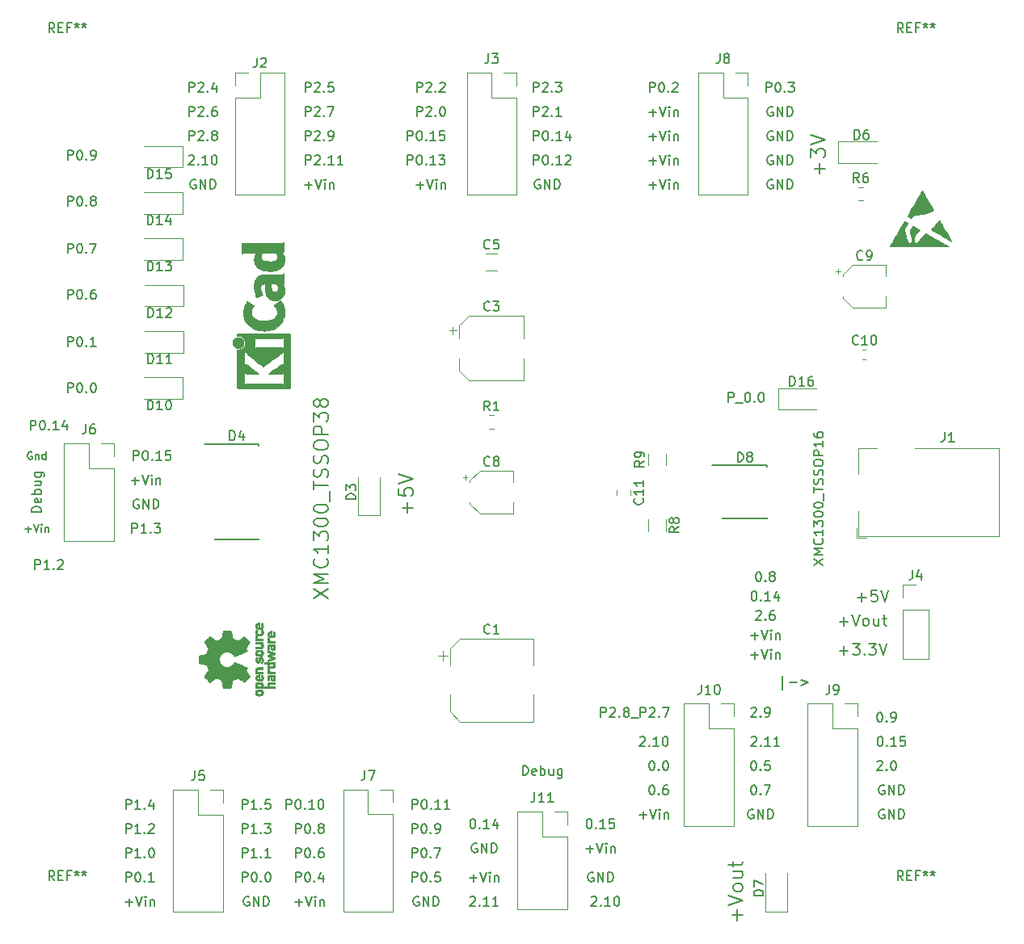
<source format=gbr>
G04 #@! TF.GenerationSoftware,KiCad,Pcbnew,(5.0.2)-1*
G04 #@! TF.CreationDate,2019-01-24T14:04:28+03:00*
G04 #@! TF.ProjectId,xmc_1300,786d635f-3133-4303-902e-6b696361645f,rev?*
G04 #@! TF.SameCoordinates,Original*
G04 #@! TF.FileFunction,Legend,Top*
G04 #@! TF.FilePolarity,Positive*
%FSLAX46Y46*%
G04 Gerber Fmt 4.6, Leading zero omitted, Abs format (unit mm)*
G04 Created by KiCad (PCBNEW (5.0.2)-1) date 24.01.2019 14:04:28*
%MOMM*%
%LPD*%
G01*
G04 APERTURE LIST*
%ADD10C,0.200000*%
%ADD11C,0.120000*%
%ADD12C,0.150000*%
%ADD13C,0.010000*%
G04 APERTURE END LIST*
D10*
X155194095Y-54872000D02*
X155098857Y-54824380D01*
X154956000Y-54824380D01*
X154813142Y-54872000D01*
X154717904Y-54967238D01*
X154670285Y-55062476D01*
X154622666Y-55252952D01*
X154622666Y-55395809D01*
X154670285Y-55586285D01*
X154717904Y-55681523D01*
X154813142Y-55776761D01*
X154956000Y-55824380D01*
X155051238Y-55824380D01*
X155194095Y-55776761D01*
X155241714Y-55729142D01*
X155241714Y-55395809D01*
X155051238Y-55395809D01*
X155670285Y-55824380D02*
X155670285Y-54824380D01*
X156241714Y-55824380D01*
X156241714Y-54824380D01*
X156717904Y-55824380D02*
X156717904Y-54824380D01*
X156956000Y-54824380D01*
X157098857Y-54872000D01*
X157194095Y-54967238D01*
X157241714Y-55062476D01*
X157289333Y-55252952D01*
X157289333Y-55395809D01*
X157241714Y-55586285D01*
X157194095Y-55681523D01*
X157098857Y-55776761D01*
X156956000Y-55824380D01*
X156717904Y-55824380D01*
X155194095Y-52332000D02*
X155098857Y-52284380D01*
X154956000Y-52284380D01*
X154813142Y-52332000D01*
X154717904Y-52427238D01*
X154670285Y-52522476D01*
X154622666Y-52712952D01*
X154622666Y-52855809D01*
X154670285Y-53046285D01*
X154717904Y-53141523D01*
X154813142Y-53236761D01*
X154956000Y-53284380D01*
X155051238Y-53284380D01*
X155194095Y-53236761D01*
X155241714Y-53189142D01*
X155241714Y-52855809D01*
X155051238Y-52855809D01*
X155670285Y-53284380D02*
X155670285Y-52284380D01*
X156241714Y-53284380D01*
X156241714Y-52284380D01*
X156717904Y-53284380D02*
X156717904Y-52284380D01*
X156956000Y-52284380D01*
X157098857Y-52332000D01*
X157194095Y-52427238D01*
X157241714Y-52522476D01*
X157289333Y-52712952D01*
X157289333Y-52855809D01*
X157241714Y-53046285D01*
X157194095Y-53141523D01*
X157098857Y-53236761D01*
X156956000Y-53284380D01*
X156717904Y-53284380D01*
X155194095Y-49792000D02*
X155098857Y-49744380D01*
X154956000Y-49744380D01*
X154813142Y-49792000D01*
X154717904Y-49887238D01*
X154670285Y-49982476D01*
X154622666Y-50172952D01*
X154622666Y-50315809D01*
X154670285Y-50506285D01*
X154717904Y-50601523D01*
X154813142Y-50696761D01*
X154956000Y-50744380D01*
X155051238Y-50744380D01*
X155194095Y-50696761D01*
X155241714Y-50649142D01*
X155241714Y-50315809D01*
X155051238Y-50315809D01*
X155670285Y-50744380D02*
X155670285Y-49744380D01*
X156241714Y-50744380D01*
X156241714Y-49744380D01*
X156717904Y-50744380D02*
X156717904Y-49744380D01*
X156956000Y-49744380D01*
X157098857Y-49792000D01*
X157194095Y-49887238D01*
X157241714Y-49982476D01*
X157289333Y-50172952D01*
X157289333Y-50315809D01*
X157241714Y-50506285D01*
X157194095Y-50601523D01*
X157098857Y-50696761D01*
X156956000Y-50744380D01*
X156717904Y-50744380D01*
X155194095Y-47252000D02*
X155098857Y-47204380D01*
X154956000Y-47204380D01*
X154813142Y-47252000D01*
X154717904Y-47347238D01*
X154670285Y-47442476D01*
X154622666Y-47632952D01*
X154622666Y-47775809D01*
X154670285Y-47966285D01*
X154717904Y-48061523D01*
X154813142Y-48156761D01*
X154956000Y-48204380D01*
X155051238Y-48204380D01*
X155194095Y-48156761D01*
X155241714Y-48109142D01*
X155241714Y-47775809D01*
X155051238Y-47775809D01*
X155670285Y-48204380D02*
X155670285Y-47204380D01*
X156241714Y-48204380D01*
X156241714Y-47204380D01*
X156717904Y-48204380D02*
X156717904Y-47204380D01*
X156956000Y-47204380D01*
X157098857Y-47252000D01*
X157194095Y-47347238D01*
X157241714Y-47442476D01*
X157289333Y-47632952D01*
X157289333Y-47775809D01*
X157241714Y-47966285D01*
X157194095Y-48061523D01*
X157098857Y-48156761D01*
X156956000Y-48204380D01*
X156717904Y-48204380D01*
X154503619Y-45664380D02*
X154503619Y-44664380D01*
X154884571Y-44664380D01*
X154979809Y-44712000D01*
X155027428Y-44759619D01*
X155075047Y-44854857D01*
X155075047Y-44997714D01*
X155027428Y-45092952D01*
X154979809Y-45140571D01*
X154884571Y-45188190D01*
X154503619Y-45188190D01*
X155694095Y-44664380D02*
X155789333Y-44664380D01*
X155884571Y-44712000D01*
X155932190Y-44759619D01*
X155979809Y-44854857D01*
X156027428Y-45045333D01*
X156027428Y-45283428D01*
X155979809Y-45473904D01*
X155932190Y-45569142D01*
X155884571Y-45616761D01*
X155789333Y-45664380D01*
X155694095Y-45664380D01*
X155598857Y-45616761D01*
X155551238Y-45569142D01*
X155503619Y-45473904D01*
X155456000Y-45283428D01*
X155456000Y-45045333D01*
X155503619Y-44854857D01*
X155551238Y-44759619D01*
X155598857Y-44712000D01*
X155694095Y-44664380D01*
X156456000Y-45569142D02*
X156503619Y-45616761D01*
X156456000Y-45664380D01*
X156408380Y-45616761D01*
X156456000Y-45569142D01*
X156456000Y-45664380D01*
X156836952Y-44664380D02*
X157456000Y-44664380D01*
X157122666Y-45045333D01*
X157265523Y-45045333D01*
X157360761Y-45092952D01*
X157408380Y-45140571D01*
X157456000Y-45235809D01*
X157456000Y-45473904D01*
X157408380Y-45569142D01*
X157360761Y-45616761D01*
X157265523Y-45664380D01*
X156979809Y-45664380D01*
X156884571Y-45616761D01*
X156836952Y-45569142D01*
X142311619Y-45664380D02*
X142311619Y-44664380D01*
X142692571Y-44664380D01*
X142787809Y-44712000D01*
X142835428Y-44759619D01*
X142883047Y-44854857D01*
X142883047Y-44997714D01*
X142835428Y-45092952D01*
X142787809Y-45140571D01*
X142692571Y-45188190D01*
X142311619Y-45188190D01*
X143502095Y-44664380D02*
X143597333Y-44664380D01*
X143692571Y-44712000D01*
X143740190Y-44759619D01*
X143787809Y-44854857D01*
X143835428Y-45045333D01*
X143835428Y-45283428D01*
X143787809Y-45473904D01*
X143740190Y-45569142D01*
X143692571Y-45616761D01*
X143597333Y-45664380D01*
X143502095Y-45664380D01*
X143406857Y-45616761D01*
X143359238Y-45569142D01*
X143311619Y-45473904D01*
X143264000Y-45283428D01*
X143264000Y-45045333D01*
X143311619Y-44854857D01*
X143359238Y-44759619D01*
X143406857Y-44712000D01*
X143502095Y-44664380D01*
X144264000Y-45569142D02*
X144311619Y-45616761D01*
X144264000Y-45664380D01*
X144216380Y-45616761D01*
X144264000Y-45569142D01*
X144264000Y-45664380D01*
X144692571Y-44759619D02*
X144740190Y-44712000D01*
X144835428Y-44664380D01*
X145073523Y-44664380D01*
X145168761Y-44712000D01*
X145216380Y-44759619D01*
X145264000Y-44854857D01*
X145264000Y-44950095D01*
X145216380Y-45092952D01*
X144644952Y-45664380D01*
X145264000Y-45664380D01*
X142264000Y-47823428D02*
X143025904Y-47823428D01*
X142644952Y-48204380D02*
X142644952Y-47442476D01*
X143359238Y-47204380D02*
X143692571Y-48204380D01*
X144025904Y-47204380D01*
X144359238Y-48204380D02*
X144359238Y-47537714D01*
X144359238Y-47204380D02*
X144311619Y-47252000D01*
X144359238Y-47299619D01*
X144406857Y-47252000D01*
X144359238Y-47204380D01*
X144359238Y-47299619D01*
X144835428Y-47537714D02*
X144835428Y-48204380D01*
X144835428Y-47632952D02*
X144883047Y-47585333D01*
X144978285Y-47537714D01*
X145121142Y-47537714D01*
X145216380Y-47585333D01*
X145264000Y-47680571D01*
X145264000Y-48204380D01*
X142264000Y-50363428D02*
X143025904Y-50363428D01*
X142644952Y-50744380D02*
X142644952Y-49982476D01*
X143359238Y-49744380D02*
X143692571Y-50744380D01*
X144025904Y-49744380D01*
X144359238Y-50744380D02*
X144359238Y-50077714D01*
X144359238Y-49744380D02*
X144311619Y-49792000D01*
X144359238Y-49839619D01*
X144406857Y-49792000D01*
X144359238Y-49744380D01*
X144359238Y-49839619D01*
X144835428Y-50077714D02*
X144835428Y-50744380D01*
X144835428Y-50172952D02*
X144883047Y-50125333D01*
X144978285Y-50077714D01*
X145121142Y-50077714D01*
X145216380Y-50125333D01*
X145264000Y-50220571D01*
X145264000Y-50744380D01*
X142264000Y-52903428D02*
X143025904Y-52903428D01*
X142644952Y-53284380D02*
X142644952Y-52522476D01*
X143359238Y-52284380D02*
X143692571Y-53284380D01*
X144025904Y-52284380D01*
X144359238Y-53284380D02*
X144359238Y-52617714D01*
X144359238Y-52284380D02*
X144311619Y-52332000D01*
X144359238Y-52379619D01*
X144406857Y-52332000D01*
X144359238Y-52284380D01*
X144359238Y-52379619D01*
X144835428Y-52617714D02*
X144835428Y-53284380D01*
X144835428Y-52712952D02*
X144883047Y-52665333D01*
X144978285Y-52617714D01*
X145121142Y-52617714D01*
X145216380Y-52665333D01*
X145264000Y-52760571D01*
X145264000Y-53284380D01*
X142264000Y-55443428D02*
X143025904Y-55443428D01*
X142644952Y-55824380D02*
X142644952Y-55062476D01*
X143359238Y-54824380D02*
X143692571Y-55824380D01*
X144025904Y-54824380D01*
X144359238Y-55824380D02*
X144359238Y-55157714D01*
X144359238Y-54824380D02*
X144311619Y-54872000D01*
X144359238Y-54919619D01*
X144406857Y-54872000D01*
X144359238Y-54824380D01*
X144359238Y-54919619D01*
X144835428Y-55157714D02*
X144835428Y-55824380D01*
X144835428Y-55252952D02*
X144883047Y-55205333D01*
X144978285Y-55157714D01*
X145121142Y-55157714D01*
X145216380Y-55205333D01*
X145264000Y-55300571D01*
X145264000Y-55824380D01*
X130119619Y-45664380D02*
X130119619Y-44664380D01*
X130500571Y-44664380D01*
X130595809Y-44712000D01*
X130643428Y-44759619D01*
X130691047Y-44854857D01*
X130691047Y-44997714D01*
X130643428Y-45092952D01*
X130595809Y-45140571D01*
X130500571Y-45188190D01*
X130119619Y-45188190D01*
X131072000Y-44759619D02*
X131119619Y-44712000D01*
X131214857Y-44664380D01*
X131452952Y-44664380D01*
X131548190Y-44712000D01*
X131595809Y-44759619D01*
X131643428Y-44854857D01*
X131643428Y-44950095D01*
X131595809Y-45092952D01*
X131024380Y-45664380D01*
X131643428Y-45664380D01*
X132072000Y-45569142D02*
X132119619Y-45616761D01*
X132072000Y-45664380D01*
X132024380Y-45616761D01*
X132072000Y-45569142D01*
X132072000Y-45664380D01*
X132452952Y-44664380D02*
X133072000Y-44664380D01*
X132738666Y-45045333D01*
X132881523Y-45045333D01*
X132976761Y-45092952D01*
X133024380Y-45140571D01*
X133072000Y-45235809D01*
X133072000Y-45473904D01*
X133024380Y-45569142D01*
X132976761Y-45616761D01*
X132881523Y-45664380D01*
X132595809Y-45664380D01*
X132500571Y-45616761D01*
X132452952Y-45569142D01*
X130119619Y-48204380D02*
X130119619Y-47204380D01*
X130500571Y-47204380D01*
X130595809Y-47252000D01*
X130643428Y-47299619D01*
X130691047Y-47394857D01*
X130691047Y-47537714D01*
X130643428Y-47632952D01*
X130595809Y-47680571D01*
X130500571Y-47728190D01*
X130119619Y-47728190D01*
X131072000Y-47299619D02*
X131119619Y-47252000D01*
X131214857Y-47204380D01*
X131452952Y-47204380D01*
X131548190Y-47252000D01*
X131595809Y-47299619D01*
X131643428Y-47394857D01*
X131643428Y-47490095D01*
X131595809Y-47632952D01*
X131024380Y-48204380D01*
X131643428Y-48204380D01*
X132072000Y-48109142D02*
X132119619Y-48156761D01*
X132072000Y-48204380D01*
X132024380Y-48156761D01*
X132072000Y-48109142D01*
X132072000Y-48204380D01*
X133072000Y-48204380D02*
X132500571Y-48204380D01*
X132786285Y-48204380D02*
X132786285Y-47204380D01*
X132691047Y-47347238D01*
X132595809Y-47442476D01*
X132500571Y-47490095D01*
X130151428Y-50744380D02*
X130151428Y-49744380D01*
X130532380Y-49744380D01*
X130627619Y-49792000D01*
X130675238Y-49839619D01*
X130722857Y-49934857D01*
X130722857Y-50077714D01*
X130675238Y-50172952D01*
X130627619Y-50220571D01*
X130532380Y-50268190D01*
X130151428Y-50268190D01*
X131341904Y-49744380D02*
X131437142Y-49744380D01*
X131532380Y-49792000D01*
X131580000Y-49839619D01*
X131627619Y-49934857D01*
X131675238Y-50125333D01*
X131675238Y-50363428D01*
X131627619Y-50553904D01*
X131580000Y-50649142D01*
X131532380Y-50696761D01*
X131437142Y-50744380D01*
X131341904Y-50744380D01*
X131246666Y-50696761D01*
X131199047Y-50649142D01*
X131151428Y-50553904D01*
X131103809Y-50363428D01*
X131103809Y-50125333D01*
X131151428Y-49934857D01*
X131199047Y-49839619D01*
X131246666Y-49792000D01*
X131341904Y-49744380D01*
X132103809Y-50649142D02*
X132151428Y-50696761D01*
X132103809Y-50744380D01*
X132056190Y-50696761D01*
X132103809Y-50649142D01*
X132103809Y-50744380D01*
X133103809Y-50744380D02*
X132532380Y-50744380D01*
X132818095Y-50744380D02*
X132818095Y-49744380D01*
X132722857Y-49887238D01*
X132627619Y-49982476D01*
X132532380Y-50030095D01*
X133960952Y-50077714D02*
X133960952Y-50744380D01*
X133722857Y-49696761D02*
X133484761Y-50411047D01*
X134103809Y-50411047D01*
X130151428Y-53284380D02*
X130151428Y-52284380D01*
X130532380Y-52284380D01*
X130627619Y-52332000D01*
X130675238Y-52379619D01*
X130722857Y-52474857D01*
X130722857Y-52617714D01*
X130675238Y-52712952D01*
X130627619Y-52760571D01*
X130532380Y-52808190D01*
X130151428Y-52808190D01*
X131341904Y-52284380D02*
X131437142Y-52284380D01*
X131532380Y-52332000D01*
X131580000Y-52379619D01*
X131627619Y-52474857D01*
X131675238Y-52665333D01*
X131675238Y-52903428D01*
X131627619Y-53093904D01*
X131580000Y-53189142D01*
X131532380Y-53236761D01*
X131437142Y-53284380D01*
X131341904Y-53284380D01*
X131246666Y-53236761D01*
X131199047Y-53189142D01*
X131151428Y-53093904D01*
X131103809Y-52903428D01*
X131103809Y-52665333D01*
X131151428Y-52474857D01*
X131199047Y-52379619D01*
X131246666Y-52332000D01*
X131341904Y-52284380D01*
X132103809Y-53189142D02*
X132151428Y-53236761D01*
X132103809Y-53284380D01*
X132056190Y-53236761D01*
X132103809Y-53189142D01*
X132103809Y-53284380D01*
X133103809Y-53284380D02*
X132532380Y-53284380D01*
X132818095Y-53284380D02*
X132818095Y-52284380D01*
X132722857Y-52427238D01*
X132627619Y-52522476D01*
X132532380Y-52570095D01*
X133484761Y-52379619D02*
X133532380Y-52332000D01*
X133627619Y-52284380D01*
X133865714Y-52284380D01*
X133960952Y-52332000D01*
X134008571Y-52379619D01*
X134056190Y-52474857D01*
X134056190Y-52570095D01*
X134008571Y-52712952D01*
X133437142Y-53284380D01*
X134056190Y-53284380D01*
X130810095Y-54872000D02*
X130714857Y-54824380D01*
X130572000Y-54824380D01*
X130429142Y-54872000D01*
X130333904Y-54967238D01*
X130286285Y-55062476D01*
X130238666Y-55252952D01*
X130238666Y-55395809D01*
X130286285Y-55586285D01*
X130333904Y-55681523D01*
X130429142Y-55776761D01*
X130572000Y-55824380D01*
X130667238Y-55824380D01*
X130810095Y-55776761D01*
X130857714Y-55729142D01*
X130857714Y-55395809D01*
X130667238Y-55395809D01*
X131286285Y-55824380D02*
X131286285Y-54824380D01*
X131857714Y-55824380D01*
X131857714Y-54824380D01*
X132333904Y-55824380D02*
X132333904Y-54824380D01*
X132572000Y-54824380D01*
X132714857Y-54872000D01*
X132810095Y-54967238D01*
X132857714Y-55062476D01*
X132905333Y-55252952D01*
X132905333Y-55395809D01*
X132857714Y-55586285D01*
X132810095Y-55681523D01*
X132714857Y-55776761D01*
X132572000Y-55824380D01*
X132333904Y-55824380D01*
X117880000Y-55443428D02*
X118641904Y-55443428D01*
X118260952Y-55824380D02*
X118260952Y-55062476D01*
X118975238Y-54824380D02*
X119308571Y-55824380D01*
X119641904Y-54824380D01*
X119975238Y-55824380D02*
X119975238Y-55157714D01*
X119975238Y-54824380D02*
X119927619Y-54872000D01*
X119975238Y-54919619D01*
X120022857Y-54872000D01*
X119975238Y-54824380D01*
X119975238Y-54919619D01*
X120451428Y-55157714D02*
X120451428Y-55824380D01*
X120451428Y-55252952D02*
X120499047Y-55205333D01*
X120594285Y-55157714D01*
X120737142Y-55157714D01*
X120832380Y-55205333D01*
X120880000Y-55300571D01*
X120880000Y-55824380D01*
X116943428Y-53284380D02*
X116943428Y-52284380D01*
X117324380Y-52284380D01*
X117419619Y-52332000D01*
X117467238Y-52379619D01*
X117514857Y-52474857D01*
X117514857Y-52617714D01*
X117467238Y-52712952D01*
X117419619Y-52760571D01*
X117324380Y-52808190D01*
X116943428Y-52808190D01*
X118133904Y-52284380D02*
X118229142Y-52284380D01*
X118324380Y-52332000D01*
X118372000Y-52379619D01*
X118419619Y-52474857D01*
X118467238Y-52665333D01*
X118467238Y-52903428D01*
X118419619Y-53093904D01*
X118372000Y-53189142D01*
X118324380Y-53236761D01*
X118229142Y-53284380D01*
X118133904Y-53284380D01*
X118038666Y-53236761D01*
X117991047Y-53189142D01*
X117943428Y-53093904D01*
X117895809Y-52903428D01*
X117895809Y-52665333D01*
X117943428Y-52474857D01*
X117991047Y-52379619D01*
X118038666Y-52332000D01*
X118133904Y-52284380D01*
X118895809Y-53189142D02*
X118943428Y-53236761D01*
X118895809Y-53284380D01*
X118848190Y-53236761D01*
X118895809Y-53189142D01*
X118895809Y-53284380D01*
X119895809Y-53284380D02*
X119324380Y-53284380D01*
X119610095Y-53284380D02*
X119610095Y-52284380D01*
X119514857Y-52427238D01*
X119419619Y-52522476D01*
X119324380Y-52570095D01*
X120229142Y-52284380D02*
X120848190Y-52284380D01*
X120514857Y-52665333D01*
X120657714Y-52665333D01*
X120752952Y-52712952D01*
X120800571Y-52760571D01*
X120848190Y-52855809D01*
X120848190Y-53093904D01*
X120800571Y-53189142D01*
X120752952Y-53236761D01*
X120657714Y-53284380D01*
X120372000Y-53284380D01*
X120276761Y-53236761D01*
X120229142Y-53189142D01*
X116943428Y-50744380D02*
X116943428Y-49744380D01*
X117324380Y-49744380D01*
X117419619Y-49792000D01*
X117467238Y-49839619D01*
X117514857Y-49934857D01*
X117514857Y-50077714D01*
X117467238Y-50172952D01*
X117419619Y-50220571D01*
X117324380Y-50268190D01*
X116943428Y-50268190D01*
X118133904Y-49744380D02*
X118229142Y-49744380D01*
X118324380Y-49792000D01*
X118372000Y-49839619D01*
X118419619Y-49934857D01*
X118467238Y-50125333D01*
X118467238Y-50363428D01*
X118419619Y-50553904D01*
X118372000Y-50649142D01*
X118324380Y-50696761D01*
X118229142Y-50744380D01*
X118133904Y-50744380D01*
X118038666Y-50696761D01*
X117991047Y-50649142D01*
X117943428Y-50553904D01*
X117895809Y-50363428D01*
X117895809Y-50125333D01*
X117943428Y-49934857D01*
X117991047Y-49839619D01*
X118038666Y-49792000D01*
X118133904Y-49744380D01*
X118895809Y-50649142D02*
X118943428Y-50696761D01*
X118895809Y-50744380D01*
X118848190Y-50696761D01*
X118895809Y-50649142D01*
X118895809Y-50744380D01*
X119895809Y-50744380D02*
X119324380Y-50744380D01*
X119610095Y-50744380D02*
X119610095Y-49744380D01*
X119514857Y-49887238D01*
X119419619Y-49982476D01*
X119324380Y-50030095D01*
X120800571Y-49744380D02*
X120324380Y-49744380D01*
X120276761Y-50220571D01*
X120324380Y-50172952D01*
X120419619Y-50125333D01*
X120657714Y-50125333D01*
X120752952Y-50172952D01*
X120800571Y-50220571D01*
X120848190Y-50315809D01*
X120848190Y-50553904D01*
X120800571Y-50649142D01*
X120752952Y-50696761D01*
X120657714Y-50744380D01*
X120419619Y-50744380D01*
X120324380Y-50696761D01*
X120276761Y-50649142D01*
X117927619Y-48204380D02*
X117927619Y-47204380D01*
X118308571Y-47204380D01*
X118403809Y-47252000D01*
X118451428Y-47299619D01*
X118499047Y-47394857D01*
X118499047Y-47537714D01*
X118451428Y-47632952D01*
X118403809Y-47680571D01*
X118308571Y-47728190D01*
X117927619Y-47728190D01*
X118880000Y-47299619D02*
X118927619Y-47252000D01*
X119022857Y-47204380D01*
X119260952Y-47204380D01*
X119356190Y-47252000D01*
X119403809Y-47299619D01*
X119451428Y-47394857D01*
X119451428Y-47490095D01*
X119403809Y-47632952D01*
X118832380Y-48204380D01*
X119451428Y-48204380D01*
X119880000Y-48109142D02*
X119927619Y-48156761D01*
X119880000Y-48204380D01*
X119832380Y-48156761D01*
X119880000Y-48109142D01*
X119880000Y-48204380D01*
X120546666Y-47204380D02*
X120641904Y-47204380D01*
X120737142Y-47252000D01*
X120784761Y-47299619D01*
X120832380Y-47394857D01*
X120880000Y-47585333D01*
X120880000Y-47823428D01*
X120832380Y-48013904D01*
X120784761Y-48109142D01*
X120737142Y-48156761D01*
X120641904Y-48204380D01*
X120546666Y-48204380D01*
X120451428Y-48156761D01*
X120403809Y-48109142D01*
X120356190Y-48013904D01*
X120308571Y-47823428D01*
X120308571Y-47585333D01*
X120356190Y-47394857D01*
X120403809Y-47299619D01*
X120451428Y-47252000D01*
X120546666Y-47204380D01*
X117927619Y-45664380D02*
X117927619Y-44664380D01*
X118308571Y-44664380D01*
X118403809Y-44712000D01*
X118451428Y-44759619D01*
X118499047Y-44854857D01*
X118499047Y-44997714D01*
X118451428Y-45092952D01*
X118403809Y-45140571D01*
X118308571Y-45188190D01*
X117927619Y-45188190D01*
X118880000Y-44759619D02*
X118927619Y-44712000D01*
X119022857Y-44664380D01*
X119260952Y-44664380D01*
X119356190Y-44712000D01*
X119403809Y-44759619D01*
X119451428Y-44854857D01*
X119451428Y-44950095D01*
X119403809Y-45092952D01*
X118832380Y-45664380D01*
X119451428Y-45664380D01*
X119880000Y-45569142D02*
X119927619Y-45616761D01*
X119880000Y-45664380D01*
X119832380Y-45616761D01*
X119880000Y-45569142D01*
X119880000Y-45664380D01*
X120308571Y-44759619D02*
X120356190Y-44712000D01*
X120451428Y-44664380D01*
X120689523Y-44664380D01*
X120784761Y-44712000D01*
X120832380Y-44759619D01*
X120880000Y-44854857D01*
X120880000Y-44950095D01*
X120832380Y-45092952D01*
X120260952Y-45664380D01*
X120880000Y-45664380D01*
X106275428Y-53284380D02*
X106275428Y-52284380D01*
X106656380Y-52284380D01*
X106751619Y-52332000D01*
X106799238Y-52379619D01*
X106846857Y-52474857D01*
X106846857Y-52617714D01*
X106799238Y-52712952D01*
X106751619Y-52760571D01*
X106656380Y-52808190D01*
X106275428Y-52808190D01*
X107227809Y-52379619D02*
X107275428Y-52332000D01*
X107370666Y-52284380D01*
X107608761Y-52284380D01*
X107704000Y-52332000D01*
X107751619Y-52379619D01*
X107799238Y-52474857D01*
X107799238Y-52570095D01*
X107751619Y-52712952D01*
X107180190Y-53284380D01*
X107799238Y-53284380D01*
X108227809Y-53189142D02*
X108275428Y-53236761D01*
X108227809Y-53284380D01*
X108180190Y-53236761D01*
X108227809Y-53189142D01*
X108227809Y-53284380D01*
X109227809Y-53284380D02*
X108656380Y-53284380D01*
X108942095Y-53284380D02*
X108942095Y-52284380D01*
X108846857Y-52427238D01*
X108751619Y-52522476D01*
X108656380Y-52570095D01*
X110180190Y-53284380D02*
X109608761Y-53284380D01*
X109894476Y-53284380D02*
X109894476Y-52284380D01*
X109799238Y-52427238D01*
X109704000Y-52522476D01*
X109608761Y-52570095D01*
X106243619Y-50744380D02*
X106243619Y-49744380D01*
X106624571Y-49744380D01*
X106719809Y-49792000D01*
X106767428Y-49839619D01*
X106815047Y-49934857D01*
X106815047Y-50077714D01*
X106767428Y-50172952D01*
X106719809Y-50220571D01*
X106624571Y-50268190D01*
X106243619Y-50268190D01*
X107196000Y-49839619D02*
X107243619Y-49792000D01*
X107338857Y-49744380D01*
X107576952Y-49744380D01*
X107672190Y-49792000D01*
X107719809Y-49839619D01*
X107767428Y-49934857D01*
X107767428Y-50030095D01*
X107719809Y-50172952D01*
X107148380Y-50744380D01*
X107767428Y-50744380D01*
X108196000Y-50649142D02*
X108243619Y-50696761D01*
X108196000Y-50744380D01*
X108148380Y-50696761D01*
X108196000Y-50649142D01*
X108196000Y-50744380D01*
X108719809Y-50744380D02*
X108910285Y-50744380D01*
X109005523Y-50696761D01*
X109053142Y-50649142D01*
X109148380Y-50506285D01*
X109196000Y-50315809D01*
X109196000Y-49934857D01*
X109148380Y-49839619D01*
X109100761Y-49792000D01*
X109005523Y-49744380D01*
X108815047Y-49744380D01*
X108719809Y-49792000D01*
X108672190Y-49839619D01*
X108624571Y-49934857D01*
X108624571Y-50172952D01*
X108672190Y-50268190D01*
X108719809Y-50315809D01*
X108815047Y-50363428D01*
X109005523Y-50363428D01*
X109100761Y-50315809D01*
X109148380Y-50268190D01*
X109196000Y-50172952D01*
X106243619Y-48204380D02*
X106243619Y-47204380D01*
X106624571Y-47204380D01*
X106719809Y-47252000D01*
X106767428Y-47299619D01*
X106815047Y-47394857D01*
X106815047Y-47537714D01*
X106767428Y-47632952D01*
X106719809Y-47680571D01*
X106624571Y-47728190D01*
X106243619Y-47728190D01*
X107196000Y-47299619D02*
X107243619Y-47252000D01*
X107338857Y-47204380D01*
X107576952Y-47204380D01*
X107672190Y-47252000D01*
X107719809Y-47299619D01*
X107767428Y-47394857D01*
X107767428Y-47490095D01*
X107719809Y-47632952D01*
X107148380Y-48204380D01*
X107767428Y-48204380D01*
X108196000Y-48109142D02*
X108243619Y-48156761D01*
X108196000Y-48204380D01*
X108148380Y-48156761D01*
X108196000Y-48109142D01*
X108196000Y-48204380D01*
X108576952Y-47204380D02*
X109243619Y-47204380D01*
X108815047Y-48204380D01*
X106243619Y-45664380D02*
X106243619Y-44664380D01*
X106624571Y-44664380D01*
X106719809Y-44712000D01*
X106767428Y-44759619D01*
X106815047Y-44854857D01*
X106815047Y-44997714D01*
X106767428Y-45092952D01*
X106719809Y-45140571D01*
X106624571Y-45188190D01*
X106243619Y-45188190D01*
X107196000Y-44759619D02*
X107243619Y-44712000D01*
X107338857Y-44664380D01*
X107576952Y-44664380D01*
X107672190Y-44712000D01*
X107719809Y-44759619D01*
X107767428Y-44854857D01*
X107767428Y-44950095D01*
X107719809Y-45092952D01*
X107148380Y-45664380D01*
X107767428Y-45664380D01*
X108196000Y-45569142D02*
X108243619Y-45616761D01*
X108196000Y-45664380D01*
X108148380Y-45616761D01*
X108196000Y-45569142D01*
X108196000Y-45664380D01*
X109148380Y-44664380D02*
X108672190Y-44664380D01*
X108624571Y-45140571D01*
X108672190Y-45092952D01*
X108767428Y-45045333D01*
X109005523Y-45045333D01*
X109100761Y-45092952D01*
X109148380Y-45140571D01*
X109196000Y-45235809D01*
X109196000Y-45473904D01*
X109148380Y-45569142D01*
X109100761Y-45616761D01*
X109005523Y-45664380D01*
X108767428Y-45664380D01*
X108672190Y-45616761D01*
X108624571Y-45569142D01*
X94027809Y-52379619D02*
X94075428Y-52332000D01*
X94170666Y-52284380D01*
X94408761Y-52284380D01*
X94504000Y-52332000D01*
X94551619Y-52379619D01*
X94599238Y-52474857D01*
X94599238Y-52570095D01*
X94551619Y-52712952D01*
X93980190Y-53284380D01*
X94599238Y-53284380D01*
X95027809Y-53189142D02*
X95075428Y-53236761D01*
X95027809Y-53284380D01*
X94980190Y-53236761D01*
X95027809Y-53189142D01*
X95027809Y-53284380D01*
X96027809Y-53284380D02*
X95456380Y-53284380D01*
X95742095Y-53284380D02*
X95742095Y-52284380D01*
X95646857Y-52427238D01*
X95551619Y-52522476D01*
X95456380Y-52570095D01*
X96646857Y-52284380D02*
X96742095Y-52284380D01*
X96837333Y-52332000D01*
X96884952Y-52379619D01*
X96932571Y-52474857D01*
X96980190Y-52665333D01*
X96980190Y-52903428D01*
X96932571Y-53093904D01*
X96884952Y-53189142D01*
X96837333Y-53236761D01*
X96742095Y-53284380D01*
X96646857Y-53284380D01*
X96551619Y-53236761D01*
X96504000Y-53189142D01*
X96456380Y-53093904D01*
X96408761Y-52903428D01*
X96408761Y-52665333D01*
X96456380Y-52474857D01*
X96504000Y-52379619D01*
X96551619Y-52332000D01*
X96646857Y-52284380D01*
X94051619Y-50744380D02*
X94051619Y-49744380D01*
X94432571Y-49744380D01*
X94527809Y-49792000D01*
X94575428Y-49839619D01*
X94623047Y-49934857D01*
X94623047Y-50077714D01*
X94575428Y-50172952D01*
X94527809Y-50220571D01*
X94432571Y-50268190D01*
X94051619Y-50268190D01*
X95004000Y-49839619D02*
X95051619Y-49792000D01*
X95146857Y-49744380D01*
X95384952Y-49744380D01*
X95480190Y-49792000D01*
X95527809Y-49839619D01*
X95575428Y-49934857D01*
X95575428Y-50030095D01*
X95527809Y-50172952D01*
X94956380Y-50744380D01*
X95575428Y-50744380D01*
X96004000Y-50649142D02*
X96051619Y-50696761D01*
X96004000Y-50744380D01*
X95956380Y-50696761D01*
X96004000Y-50649142D01*
X96004000Y-50744380D01*
X96623047Y-50172952D02*
X96527809Y-50125333D01*
X96480190Y-50077714D01*
X96432571Y-49982476D01*
X96432571Y-49934857D01*
X96480190Y-49839619D01*
X96527809Y-49792000D01*
X96623047Y-49744380D01*
X96813523Y-49744380D01*
X96908761Y-49792000D01*
X96956380Y-49839619D01*
X97004000Y-49934857D01*
X97004000Y-49982476D01*
X96956380Y-50077714D01*
X96908761Y-50125333D01*
X96813523Y-50172952D01*
X96623047Y-50172952D01*
X96527809Y-50220571D01*
X96480190Y-50268190D01*
X96432571Y-50363428D01*
X96432571Y-50553904D01*
X96480190Y-50649142D01*
X96527809Y-50696761D01*
X96623047Y-50744380D01*
X96813523Y-50744380D01*
X96908761Y-50696761D01*
X96956380Y-50649142D01*
X97004000Y-50553904D01*
X97004000Y-50363428D01*
X96956380Y-50268190D01*
X96908761Y-50220571D01*
X96813523Y-50172952D01*
X94051619Y-48204380D02*
X94051619Y-47204380D01*
X94432571Y-47204380D01*
X94527809Y-47252000D01*
X94575428Y-47299619D01*
X94623047Y-47394857D01*
X94623047Y-47537714D01*
X94575428Y-47632952D01*
X94527809Y-47680571D01*
X94432571Y-47728190D01*
X94051619Y-47728190D01*
X95004000Y-47299619D02*
X95051619Y-47252000D01*
X95146857Y-47204380D01*
X95384952Y-47204380D01*
X95480190Y-47252000D01*
X95527809Y-47299619D01*
X95575428Y-47394857D01*
X95575428Y-47490095D01*
X95527809Y-47632952D01*
X94956380Y-48204380D01*
X95575428Y-48204380D01*
X96004000Y-48109142D02*
X96051619Y-48156761D01*
X96004000Y-48204380D01*
X95956380Y-48156761D01*
X96004000Y-48109142D01*
X96004000Y-48204380D01*
X96908761Y-47204380D02*
X96718285Y-47204380D01*
X96623047Y-47252000D01*
X96575428Y-47299619D01*
X96480190Y-47442476D01*
X96432571Y-47632952D01*
X96432571Y-48013904D01*
X96480190Y-48109142D01*
X96527809Y-48156761D01*
X96623047Y-48204380D01*
X96813523Y-48204380D01*
X96908761Y-48156761D01*
X96956380Y-48109142D01*
X97004000Y-48013904D01*
X97004000Y-47775809D01*
X96956380Y-47680571D01*
X96908761Y-47632952D01*
X96813523Y-47585333D01*
X96623047Y-47585333D01*
X96527809Y-47632952D01*
X96480190Y-47680571D01*
X96432571Y-47775809D01*
X94051619Y-45664380D02*
X94051619Y-44664380D01*
X94432571Y-44664380D01*
X94527809Y-44712000D01*
X94575428Y-44759619D01*
X94623047Y-44854857D01*
X94623047Y-44997714D01*
X94575428Y-45092952D01*
X94527809Y-45140571D01*
X94432571Y-45188190D01*
X94051619Y-45188190D01*
X95004000Y-44759619D02*
X95051619Y-44712000D01*
X95146857Y-44664380D01*
X95384952Y-44664380D01*
X95480190Y-44712000D01*
X95527809Y-44759619D01*
X95575428Y-44854857D01*
X95575428Y-44950095D01*
X95527809Y-45092952D01*
X94956380Y-45664380D01*
X95575428Y-45664380D01*
X96004000Y-45569142D02*
X96051619Y-45616761D01*
X96004000Y-45664380D01*
X95956380Y-45616761D01*
X96004000Y-45569142D01*
X96004000Y-45664380D01*
X96908761Y-44997714D02*
X96908761Y-45664380D01*
X96670666Y-44616761D02*
X96432571Y-45331047D01*
X97051619Y-45331047D01*
X106196000Y-55443428D02*
X106957904Y-55443428D01*
X106576952Y-55824380D02*
X106576952Y-55062476D01*
X107291238Y-54824380D02*
X107624571Y-55824380D01*
X107957904Y-54824380D01*
X108291238Y-55824380D02*
X108291238Y-55157714D01*
X108291238Y-54824380D02*
X108243619Y-54872000D01*
X108291238Y-54919619D01*
X108338857Y-54872000D01*
X108291238Y-54824380D01*
X108291238Y-54919619D01*
X108767428Y-55157714D02*
X108767428Y-55824380D01*
X108767428Y-55252952D02*
X108815047Y-55205333D01*
X108910285Y-55157714D01*
X109053142Y-55157714D01*
X109148380Y-55205333D01*
X109196000Y-55300571D01*
X109196000Y-55824380D01*
X94742095Y-54872000D02*
X94646857Y-54824380D01*
X94504000Y-54824380D01*
X94361142Y-54872000D01*
X94265904Y-54967238D01*
X94218285Y-55062476D01*
X94170666Y-55252952D01*
X94170666Y-55395809D01*
X94218285Y-55586285D01*
X94265904Y-55681523D01*
X94361142Y-55776761D01*
X94504000Y-55824380D01*
X94599238Y-55824380D01*
X94742095Y-55776761D01*
X94789714Y-55729142D01*
X94789714Y-55395809D01*
X94599238Y-55395809D01*
X95218285Y-55824380D02*
X95218285Y-54824380D01*
X95789714Y-55824380D01*
X95789714Y-54824380D01*
X96265904Y-55824380D02*
X96265904Y-54824380D01*
X96504000Y-54824380D01*
X96646857Y-54872000D01*
X96742095Y-54967238D01*
X96789714Y-55062476D01*
X96837333Y-55252952D01*
X96837333Y-55395809D01*
X96789714Y-55586285D01*
X96742095Y-55681523D01*
X96646857Y-55776761D01*
X96504000Y-55824380D01*
X96265904Y-55824380D01*
X156241904Y-108315714D02*
X156241904Y-106887142D01*
X156956190Y-107601428D02*
X157718095Y-107601428D01*
X158194285Y-107315714D02*
X158956190Y-107601428D01*
X158194285Y-107887142D01*
X152932000Y-104719428D02*
X153693904Y-104719428D01*
X153312952Y-105100380D02*
X153312952Y-104338476D01*
X154027238Y-104100380D02*
X154360571Y-105100380D01*
X154693904Y-104100380D01*
X155027238Y-105100380D02*
X155027238Y-104433714D01*
X155027238Y-104100380D02*
X154979619Y-104148000D01*
X155027238Y-104195619D01*
X155074857Y-104148000D01*
X155027238Y-104100380D01*
X155027238Y-104195619D01*
X155503428Y-104433714D02*
X155503428Y-105100380D01*
X155503428Y-104528952D02*
X155551047Y-104481333D01*
X155646285Y-104433714D01*
X155789142Y-104433714D01*
X155884380Y-104481333D01*
X155932000Y-104576571D01*
X155932000Y-105100380D01*
X152932000Y-102687428D02*
X153693904Y-102687428D01*
X153312952Y-103068380D02*
X153312952Y-102306476D01*
X154027238Y-102068380D02*
X154360571Y-103068380D01*
X154693904Y-102068380D01*
X155027238Y-103068380D02*
X155027238Y-102401714D01*
X155027238Y-102068380D02*
X154979619Y-102116000D01*
X155027238Y-102163619D01*
X155074857Y-102116000D01*
X155027238Y-102068380D01*
X155027238Y-102163619D01*
X155503428Y-102401714D02*
X155503428Y-103068380D01*
X155503428Y-102496952D02*
X155551047Y-102449333D01*
X155646285Y-102401714D01*
X155789142Y-102401714D01*
X155884380Y-102449333D01*
X155932000Y-102544571D01*
X155932000Y-103068380D01*
X153432000Y-100131619D02*
X153479619Y-100084000D01*
X153574857Y-100036380D01*
X153812952Y-100036380D01*
X153908190Y-100084000D01*
X153955809Y-100131619D01*
X154003428Y-100226857D01*
X154003428Y-100322095D01*
X153955809Y-100464952D01*
X153384380Y-101036380D01*
X154003428Y-101036380D01*
X154432000Y-100941142D02*
X154479619Y-100988761D01*
X154432000Y-101036380D01*
X154384380Y-100988761D01*
X154432000Y-100941142D01*
X154432000Y-101036380D01*
X155336761Y-100036380D02*
X155146285Y-100036380D01*
X155051047Y-100084000D01*
X155003428Y-100131619D01*
X154908190Y-100274476D01*
X154860571Y-100464952D01*
X154860571Y-100845904D01*
X154908190Y-100941142D01*
X154955809Y-100988761D01*
X155051047Y-101036380D01*
X155241523Y-101036380D01*
X155336761Y-100988761D01*
X155384380Y-100941142D01*
X155432000Y-100845904D01*
X155432000Y-100607809D01*
X155384380Y-100512571D01*
X155336761Y-100464952D01*
X155241523Y-100417333D01*
X155051047Y-100417333D01*
X154955809Y-100464952D01*
X154908190Y-100512571D01*
X154860571Y-100607809D01*
X153193904Y-98004380D02*
X153289142Y-98004380D01*
X153384380Y-98052000D01*
X153432000Y-98099619D01*
X153479619Y-98194857D01*
X153527238Y-98385333D01*
X153527238Y-98623428D01*
X153479619Y-98813904D01*
X153432000Y-98909142D01*
X153384380Y-98956761D01*
X153289142Y-99004380D01*
X153193904Y-99004380D01*
X153098666Y-98956761D01*
X153051047Y-98909142D01*
X153003428Y-98813904D01*
X152955809Y-98623428D01*
X152955809Y-98385333D01*
X153003428Y-98194857D01*
X153051047Y-98099619D01*
X153098666Y-98052000D01*
X153193904Y-98004380D01*
X153955809Y-98909142D02*
X154003428Y-98956761D01*
X153955809Y-99004380D01*
X153908190Y-98956761D01*
X153955809Y-98909142D01*
X153955809Y-99004380D01*
X154955809Y-99004380D02*
X154384380Y-99004380D01*
X154670095Y-99004380D02*
X154670095Y-98004380D01*
X154574857Y-98147238D01*
X154479619Y-98242476D01*
X154384380Y-98290095D01*
X155812952Y-98337714D02*
X155812952Y-99004380D01*
X155574857Y-97956761D02*
X155336761Y-98671047D01*
X155955809Y-98671047D01*
X153670095Y-95972380D02*
X153765333Y-95972380D01*
X153860571Y-96020000D01*
X153908190Y-96067619D01*
X153955809Y-96162857D01*
X154003428Y-96353333D01*
X154003428Y-96591428D01*
X153955809Y-96781904D01*
X153908190Y-96877142D01*
X153860571Y-96924761D01*
X153765333Y-96972380D01*
X153670095Y-96972380D01*
X153574857Y-96924761D01*
X153527238Y-96877142D01*
X153479619Y-96781904D01*
X153432000Y-96591428D01*
X153432000Y-96353333D01*
X153479619Y-96162857D01*
X153527238Y-96067619D01*
X153574857Y-96020000D01*
X153670095Y-95972380D01*
X154432000Y-96877142D02*
X154479619Y-96924761D01*
X154432000Y-96972380D01*
X154384380Y-96924761D01*
X154432000Y-96877142D01*
X154432000Y-96972380D01*
X155051047Y-96400952D02*
X154955809Y-96353333D01*
X154908190Y-96305714D01*
X154860571Y-96210476D01*
X154860571Y-96162857D01*
X154908190Y-96067619D01*
X154955809Y-96020000D01*
X155051047Y-95972380D01*
X155241523Y-95972380D01*
X155336761Y-96020000D01*
X155384380Y-96067619D01*
X155432000Y-96162857D01*
X155432000Y-96210476D01*
X155384380Y-96305714D01*
X155336761Y-96353333D01*
X155241523Y-96400952D01*
X155051047Y-96400952D01*
X154955809Y-96448571D01*
X154908190Y-96496190D01*
X154860571Y-96591428D01*
X154860571Y-96781904D01*
X154908190Y-96877142D01*
X154955809Y-96924761D01*
X155051047Y-96972380D01*
X155241523Y-96972380D01*
X155336761Y-96924761D01*
X155384380Y-96877142D01*
X155432000Y-96781904D01*
X155432000Y-96591428D01*
X155384380Y-96496190D01*
X155336761Y-96448571D01*
X155241523Y-96400952D01*
X166878095Y-120912000D02*
X166782857Y-120864380D01*
X166640000Y-120864380D01*
X166497142Y-120912000D01*
X166401904Y-121007238D01*
X166354285Y-121102476D01*
X166306666Y-121292952D01*
X166306666Y-121435809D01*
X166354285Y-121626285D01*
X166401904Y-121721523D01*
X166497142Y-121816761D01*
X166640000Y-121864380D01*
X166735238Y-121864380D01*
X166878095Y-121816761D01*
X166925714Y-121769142D01*
X166925714Y-121435809D01*
X166735238Y-121435809D01*
X167354285Y-121864380D02*
X167354285Y-120864380D01*
X167925714Y-121864380D01*
X167925714Y-120864380D01*
X168401904Y-121864380D02*
X168401904Y-120864380D01*
X168640000Y-120864380D01*
X168782857Y-120912000D01*
X168878095Y-121007238D01*
X168925714Y-121102476D01*
X168973333Y-121292952D01*
X168973333Y-121435809D01*
X168925714Y-121626285D01*
X168878095Y-121721523D01*
X168782857Y-121816761D01*
X168640000Y-121864380D01*
X168401904Y-121864380D01*
X166878095Y-118372000D02*
X166782857Y-118324380D01*
X166640000Y-118324380D01*
X166497142Y-118372000D01*
X166401904Y-118467238D01*
X166354285Y-118562476D01*
X166306666Y-118752952D01*
X166306666Y-118895809D01*
X166354285Y-119086285D01*
X166401904Y-119181523D01*
X166497142Y-119276761D01*
X166640000Y-119324380D01*
X166735238Y-119324380D01*
X166878095Y-119276761D01*
X166925714Y-119229142D01*
X166925714Y-118895809D01*
X166735238Y-118895809D01*
X167354285Y-119324380D02*
X167354285Y-118324380D01*
X167925714Y-119324380D01*
X167925714Y-118324380D01*
X168401904Y-119324380D02*
X168401904Y-118324380D01*
X168640000Y-118324380D01*
X168782857Y-118372000D01*
X168878095Y-118467238D01*
X168925714Y-118562476D01*
X168973333Y-118752952D01*
X168973333Y-118895809D01*
X168925714Y-119086285D01*
X168878095Y-119181523D01*
X168782857Y-119276761D01*
X168640000Y-119324380D01*
X168401904Y-119324380D01*
X166132000Y-115879619D02*
X166179619Y-115832000D01*
X166274857Y-115784380D01*
X166512952Y-115784380D01*
X166608190Y-115832000D01*
X166655809Y-115879619D01*
X166703428Y-115974857D01*
X166703428Y-116070095D01*
X166655809Y-116212952D01*
X166084380Y-116784380D01*
X166703428Y-116784380D01*
X167132000Y-116689142D02*
X167179619Y-116736761D01*
X167132000Y-116784380D01*
X167084380Y-116736761D01*
X167132000Y-116689142D01*
X167132000Y-116784380D01*
X167798666Y-115784380D02*
X167893904Y-115784380D01*
X167989142Y-115832000D01*
X168036761Y-115879619D01*
X168084380Y-115974857D01*
X168132000Y-116165333D01*
X168132000Y-116403428D01*
X168084380Y-116593904D01*
X168036761Y-116689142D01*
X167989142Y-116736761D01*
X167893904Y-116784380D01*
X167798666Y-116784380D01*
X167703428Y-116736761D01*
X167655809Y-116689142D01*
X167608190Y-116593904D01*
X167560571Y-116403428D01*
X167560571Y-116165333D01*
X167608190Y-115974857D01*
X167655809Y-115879619D01*
X167703428Y-115832000D01*
X167798666Y-115784380D01*
X166401904Y-113244380D02*
X166497142Y-113244380D01*
X166592380Y-113292000D01*
X166640000Y-113339619D01*
X166687619Y-113434857D01*
X166735238Y-113625333D01*
X166735238Y-113863428D01*
X166687619Y-114053904D01*
X166640000Y-114149142D01*
X166592380Y-114196761D01*
X166497142Y-114244380D01*
X166401904Y-114244380D01*
X166306666Y-114196761D01*
X166259047Y-114149142D01*
X166211428Y-114053904D01*
X166163809Y-113863428D01*
X166163809Y-113625333D01*
X166211428Y-113434857D01*
X166259047Y-113339619D01*
X166306666Y-113292000D01*
X166401904Y-113244380D01*
X167163809Y-114149142D02*
X167211428Y-114196761D01*
X167163809Y-114244380D01*
X167116190Y-114196761D01*
X167163809Y-114149142D01*
X167163809Y-114244380D01*
X168163809Y-114244380D02*
X167592380Y-114244380D01*
X167878095Y-114244380D02*
X167878095Y-113244380D01*
X167782857Y-113387238D01*
X167687619Y-113482476D01*
X167592380Y-113530095D01*
X169068571Y-113244380D02*
X168592380Y-113244380D01*
X168544761Y-113720571D01*
X168592380Y-113672952D01*
X168687619Y-113625333D01*
X168925714Y-113625333D01*
X169020952Y-113672952D01*
X169068571Y-113720571D01*
X169116190Y-113815809D01*
X169116190Y-114053904D01*
X169068571Y-114149142D01*
X169020952Y-114196761D01*
X168925714Y-114244380D01*
X168687619Y-114244380D01*
X168592380Y-114196761D01*
X168544761Y-114149142D01*
X166370095Y-110704380D02*
X166465333Y-110704380D01*
X166560571Y-110752000D01*
X166608190Y-110799619D01*
X166655809Y-110894857D01*
X166703428Y-111085333D01*
X166703428Y-111323428D01*
X166655809Y-111513904D01*
X166608190Y-111609142D01*
X166560571Y-111656761D01*
X166465333Y-111704380D01*
X166370095Y-111704380D01*
X166274857Y-111656761D01*
X166227238Y-111609142D01*
X166179619Y-111513904D01*
X166132000Y-111323428D01*
X166132000Y-111085333D01*
X166179619Y-110894857D01*
X166227238Y-110799619D01*
X166274857Y-110752000D01*
X166370095Y-110704380D01*
X167132000Y-111609142D02*
X167179619Y-111656761D01*
X167132000Y-111704380D01*
X167084380Y-111656761D01*
X167132000Y-111609142D01*
X167132000Y-111704380D01*
X167655809Y-111704380D02*
X167846285Y-111704380D01*
X167941523Y-111656761D01*
X167989142Y-111609142D01*
X168084380Y-111466285D01*
X168132000Y-111275809D01*
X168132000Y-110894857D01*
X168084380Y-110799619D01*
X168036761Y-110752000D01*
X167941523Y-110704380D01*
X167751047Y-110704380D01*
X167655809Y-110752000D01*
X167608190Y-110799619D01*
X167560571Y-110894857D01*
X167560571Y-111132952D01*
X167608190Y-111228190D01*
X167655809Y-111275809D01*
X167751047Y-111323428D01*
X167941523Y-111323428D01*
X168036761Y-111275809D01*
X168084380Y-111228190D01*
X168132000Y-111132952D01*
X162192000Y-101177714D02*
X163106285Y-101177714D01*
X162649142Y-101634857D02*
X162649142Y-100720571D01*
X163506285Y-100434857D02*
X163906285Y-101634857D01*
X164306285Y-100434857D01*
X164877714Y-101634857D02*
X164763428Y-101577714D01*
X164706285Y-101520571D01*
X164649142Y-101406285D01*
X164649142Y-101063428D01*
X164706285Y-100949142D01*
X164763428Y-100892000D01*
X164877714Y-100834857D01*
X165049142Y-100834857D01*
X165163428Y-100892000D01*
X165220571Y-100949142D01*
X165277714Y-101063428D01*
X165277714Y-101406285D01*
X165220571Y-101520571D01*
X165163428Y-101577714D01*
X165049142Y-101634857D01*
X164877714Y-101634857D01*
X166306285Y-100834857D02*
X166306285Y-101634857D01*
X165792000Y-100834857D02*
X165792000Y-101463428D01*
X165849142Y-101577714D01*
X165963428Y-101634857D01*
X166134857Y-101634857D01*
X166249142Y-101577714D01*
X166306285Y-101520571D01*
X166706285Y-100834857D02*
X167163428Y-100834857D01*
X166877714Y-100434857D02*
X166877714Y-101463428D01*
X166934857Y-101577714D01*
X167049142Y-101634857D01*
X167163428Y-101634857D01*
X162192000Y-104225714D02*
X163106285Y-104225714D01*
X162649142Y-104682857D02*
X162649142Y-103768571D01*
X163563428Y-103482857D02*
X164306285Y-103482857D01*
X163906285Y-103940000D01*
X164077714Y-103940000D01*
X164192000Y-103997142D01*
X164249142Y-104054285D01*
X164306285Y-104168571D01*
X164306285Y-104454285D01*
X164249142Y-104568571D01*
X164192000Y-104625714D01*
X164077714Y-104682857D01*
X163734857Y-104682857D01*
X163620571Y-104625714D01*
X163563428Y-104568571D01*
X164820571Y-104568571D02*
X164877714Y-104625714D01*
X164820571Y-104682857D01*
X164763428Y-104625714D01*
X164820571Y-104568571D01*
X164820571Y-104682857D01*
X165277714Y-103482857D02*
X166020571Y-103482857D01*
X165620571Y-103940000D01*
X165792000Y-103940000D01*
X165906285Y-103997142D01*
X165963428Y-104054285D01*
X166020571Y-104168571D01*
X166020571Y-104454285D01*
X165963428Y-104568571D01*
X165906285Y-104625714D01*
X165792000Y-104682857D01*
X165449142Y-104682857D01*
X165334857Y-104625714D01*
X165277714Y-104568571D01*
X166363428Y-103482857D02*
X166763428Y-104682857D01*
X167163428Y-103482857D01*
X164065142Y-98637714D02*
X164979428Y-98637714D01*
X164522285Y-99094857D02*
X164522285Y-98180571D01*
X166122285Y-97894857D02*
X165550857Y-97894857D01*
X165493714Y-98466285D01*
X165550857Y-98409142D01*
X165665142Y-98352000D01*
X165950857Y-98352000D01*
X166065142Y-98409142D01*
X166122285Y-98466285D01*
X166179428Y-98580571D01*
X166179428Y-98866285D01*
X166122285Y-98980571D01*
X166065142Y-99037714D01*
X165950857Y-99094857D01*
X165665142Y-99094857D01*
X165550857Y-99037714D01*
X165493714Y-98980571D01*
X166522285Y-97894857D02*
X166922285Y-99094857D01*
X167322285Y-97894857D01*
X152924000Y-110291619D02*
X152971619Y-110244000D01*
X153066857Y-110196380D01*
X153304952Y-110196380D01*
X153400190Y-110244000D01*
X153447809Y-110291619D01*
X153495428Y-110386857D01*
X153495428Y-110482095D01*
X153447809Y-110624952D01*
X152876380Y-111196380D01*
X153495428Y-111196380D01*
X153924000Y-111101142D02*
X153971619Y-111148761D01*
X153924000Y-111196380D01*
X153876380Y-111148761D01*
X153924000Y-111101142D01*
X153924000Y-111196380D01*
X154447809Y-111196380D02*
X154638285Y-111196380D01*
X154733523Y-111148761D01*
X154781142Y-111101142D01*
X154876380Y-110958285D01*
X154924000Y-110767809D01*
X154924000Y-110386857D01*
X154876380Y-110291619D01*
X154828761Y-110244000D01*
X154733523Y-110196380D01*
X154543047Y-110196380D01*
X154447809Y-110244000D01*
X154400190Y-110291619D01*
X154352571Y-110386857D01*
X154352571Y-110624952D01*
X154400190Y-110720190D01*
X154447809Y-110767809D01*
X154543047Y-110815428D01*
X154733523Y-110815428D01*
X154828761Y-110767809D01*
X154876380Y-110720190D01*
X154924000Y-110624952D01*
X152955809Y-113339619D02*
X153003428Y-113292000D01*
X153098666Y-113244380D01*
X153336761Y-113244380D01*
X153432000Y-113292000D01*
X153479619Y-113339619D01*
X153527238Y-113434857D01*
X153527238Y-113530095D01*
X153479619Y-113672952D01*
X152908190Y-114244380D01*
X153527238Y-114244380D01*
X153955809Y-114149142D02*
X154003428Y-114196761D01*
X153955809Y-114244380D01*
X153908190Y-114196761D01*
X153955809Y-114149142D01*
X153955809Y-114244380D01*
X154955809Y-114244380D02*
X154384380Y-114244380D01*
X154670095Y-114244380D02*
X154670095Y-113244380D01*
X154574857Y-113387238D01*
X154479619Y-113482476D01*
X154384380Y-113530095D01*
X155908190Y-114244380D02*
X155336761Y-114244380D01*
X155622476Y-114244380D02*
X155622476Y-113244380D01*
X155527238Y-113387238D01*
X155432000Y-113482476D01*
X155336761Y-113530095D01*
X153162095Y-115784380D02*
X153257333Y-115784380D01*
X153352571Y-115832000D01*
X153400190Y-115879619D01*
X153447809Y-115974857D01*
X153495428Y-116165333D01*
X153495428Y-116403428D01*
X153447809Y-116593904D01*
X153400190Y-116689142D01*
X153352571Y-116736761D01*
X153257333Y-116784380D01*
X153162095Y-116784380D01*
X153066857Y-116736761D01*
X153019238Y-116689142D01*
X152971619Y-116593904D01*
X152924000Y-116403428D01*
X152924000Y-116165333D01*
X152971619Y-115974857D01*
X153019238Y-115879619D01*
X153066857Y-115832000D01*
X153162095Y-115784380D01*
X153924000Y-116689142D02*
X153971619Y-116736761D01*
X153924000Y-116784380D01*
X153876380Y-116736761D01*
X153924000Y-116689142D01*
X153924000Y-116784380D01*
X154876380Y-115784380D02*
X154400190Y-115784380D01*
X154352571Y-116260571D01*
X154400190Y-116212952D01*
X154495428Y-116165333D01*
X154733523Y-116165333D01*
X154828761Y-116212952D01*
X154876380Y-116260571D01*
X154924000Y-116355809D01*
X154924000Y-116593904D01*
X154876380Y-116689142D01*
X154828761Y-116736761D01*
X154733523Y-116784380D01*
X154495428Y-116784380D01*
X154400190Y-116736761D01*
X154352571Y-116689142D01*
X153162095Y-118324380D02*
X153257333Y-118324380D01*
X153352571Y-118372000D01*
X153400190Y-118419619D01*
X153447809Y-118514857D01*
X153495428Y-118705333D01*
X153495428Y-118943428D01*
X153447809Y-119133904D01*
X153400190Y-119229142D01*
X153352571Y-119276761D01*
X153257333Y-119324380D01*
X153162095Y-119324380D01*
X153066857Y-119276761D01*
X153019238Y-119229142D01*
X152971619Y-119133904D01*
X152924000Y-118943428D01*
X152924000Y-118705333D01*
X152971619Y-118514857D01*
X153019238Y-118419619D01*
X153066857Y-118372000D01*
X153162095Y-118324380D01*
X153924000Y-119229142D02*
X153971619Y-119276761D01*
X153924000Y-119324380D01*
X153876380Y-119276761D01*
X153924000Y-119229142D01*
X153924000Y-119324380D01*
X154304952Y-118324380D02*
X154971619Y-118324380D01*
X154543047Y-119324380D01*
X153162095Y-120912000D02*
X153066857Y-120864380D01*
X152924000Y-120864380D01*
X152781142Y-120912000D01*
X152685904Y-121007238D01*
X152638285Y-121102476D01*
X152590666Y-121292952D01*
X152590666Y-121435809D01*
X152638285Y-121626285D01*
X152685904Y-121721523D01*
X152781142Y-121816761D01*
X152924000Y-121864380D01*
X153019238Y-121864380D01*
X153162095Y-121816761D01*
X153209714Y-121769142D01*
X153209714Y-121435809D01*
X153019238Y-121435809D01*
X153638285Y-121864380D02*
X153638285Y-120864380D01*
X154209714Y-121864380D01*
X154209714Y-120864380D01*
X154685904Y-121864380D02*
X154685904Y-120864380D01*
X154924000Y-120864380D01*
X155066857Y-120912000D01*
X155162095Y-121007238D01*
X155209714Y-121102476D01*
X155257333Y-121292952D01*
X155257333Y-121435809D01*
X155209714Y-121626285D01*
X155162095Y-121721523D01*
X155066857Y-121816761D01*
X154924000Y-121864380D01*
X154685904Y-121864380D01*
X142494095Y-118324380D02*
X142589333Y-118324380D01*
X142684571Y-118372000D01*
X142732190Y-118419619D01*
X142779809Y-118514857D01*
X142827428Y-118705333D01*
X142827428Y-118943428D01*
X142779809Y-119133904D01*
X142732190Y-119229142D01*
X142684571Y-119276761D01*
X142589333Y-119324380D01*
X142494095Y-119324380D01*
X142398857Y-119276761D01*
X142351238Y-119229142D01*
X142303619Y-119133904D01*
X142256000Y-118943428D01*
X142256000Y-118705333D01*
X142303619Y-118514857D01*
X142351238Y-118419619D01*
X142398857Y-118372000D01*
X142494095Y-118324380D01*
X143256000Y-119229142D02*
X143303619Y-119276761D01*
X143256000Y-119324380D01*
X143208380Y-119276761D01*
X143256000Y-119229142D01*
X143256000Y-119324380D01*
X144160761Y-118324380D02*
X143970285Y-118324380D01*
X143875047Y-118372000D01*
X143827428Y-118419619D01*
X143732190Y-118562476D01*
X143684571Y-118752952D01*
X143684571Y-119133904D01*
X143732190Y-119229142D01*
X143779809Y-119276761D01*
X143875047Y-119324380D01*
X144065523Y-119324380D01*
X144160761Y-119276761D01*
X144208380Y-119229142D01*
X144256000Y-119133904D01*
X144256000Y-118895809D01*
X144208380Y-118800571D01*
X144160761Y-118752952D01*
X144065523Y-118705333D01*
X143875047Y-118705333D01*
X143779809Y-118752952D01*
X143732190Y-118800571D01*
X143684571Y-118895809D01*
X141248000Y-121483428D02*
X142009904Y-121483428D01*
X141628952Y-121864380D02*
X141628952Y-121102476D01*
X142343238Y-120864380D02*
X142676571Y-121864380D01*
X143009904Y-120864380D01*
X143343238Y-121864380D02*
X143343238Y-121197714D01*
X143343238Y-120864380D02*
X143295619Y-120912000D01*
X143343238Y-120959619D01*
X143390857Y-120912000D01*
X143343238Y-120864380D01*
X143343238Y-120959619D01*
X143819428Y-121197714D02*
X143819428Y-121864380D01*
X143819428Y-121292952D02*
X143867047Y-121245333D01*
X143962285Y-121197714D01*
X144105142Y-121197714D01*
X144200380Y-121245333D01*
X144248000Y-121340571D01*
X144248000Y-121864380D01*
X142494095Y-115784380D02*
X142589333Y-115784380D01*
X142684571Y-115832000D01*
X142732190Y-115879619D01*
X142779809Y-115974857D01*
X142827428Y-116165333D01*
X142827428Y-116403428D01*
X142779809Y-116593904D01*
X142732190Y-116689142D01*
X142684571Y-116736761D01*
X142589333Y-116784380D01*
X142494095Y-116784380D01*
X142398857Y-116736761D01*
X142351238Y-116689142D01*
X142303619Y-116593904D01*
X142256000Y-116403428D01*
X142256000Y-116165333D01*
X142303619Y-115974857D01*
X142351238Y-115879619D01*
X142398857Y-115832000D01*
X142494095Y-115784380D01*
X143256000Y-116689142D02*
X143303619Y-116736761D01*
X143256000Y-116784380D01*
X143208380Y-116736761D01*
X143256000Y-116689142D01*
X143256000Y-116784380D01*
X143922666Y-115784380D02*
X144017904Y-115784380D01*
X144113142Y-115832000D01*
X144160761Y-115879619D01*
X144208380Y-115974857D01*
X144256000Y-116165333D01*
X144256000Y-116403428D01*
X144208380Y-116593904D01*
X144160761Y-116689142D01*
X144113142Y-116736761D01*
X144017904Y-116784380D01*
X143922666Y-116784380D01*
X143827428Y-116736761D01*
X143779809Y-116689142D01*
X143732190Y-116593904D01*
X143684571Y-116403428D01*
X143684571Y-116165333D01*
X143732190Y-115974857D01*
X143779809Y-115879619D01*
X143827428Y-115832000D01*
X143922666Y-115784380D01*
X141271809Y-113339619D02*
X141319428Y-113292000D01*
X141414666Y-113244380D01*
X141652761Y-113244380D01*
X141748000Y-113292000D01*
X141795619Y-113339619D01*
X141843238Y-113434857D01*
X141843238Y-113530095D01*
X141795619Y-113672952D01*
X141224190Y-114244380D01*
X141843238Y-114244380D01*
X142271809Y-114149142D02*
X142319428Y-114196761D01*
X142271809Y-114244380D01*
X142224190Y-114196761D01*
X142271809Y-114149142D01*
X142271809Y-114244380D01*
X143271809Y-114244380D02*
X142700380Y-114244380D01*
X142986095Y-114244380D02*
X142986095Y-113244380D01*
X142890857Y-113387238D01*
X142795619Y-113482476D01*
X142700380Y-113530095D01*
X143890857Y-113244380D02*
X143986095Y-113244380D01*
X144081333Y-113292000D01*
X144128952Y-113339619D01*
X144176571Y-113434857D01*
X144224190Y-113625333D01*
X144224190Y-113863428D01*
X144176571Y-114053904D01*
X144128952Y-114149142D01*
X144081333Y-114196761D01*
X143986095Y-114244380D01*
X143890857Y-114244380D01*
X143795619Y-114196761D01*
X143748000Y-114149142D01*
X143700380Y-114053904D01*
X143652761Y-113863428D01*
X143652761Y-113625333D01*
X143700380Y-113434857D01*
X143748000Y-113339619D01*
X143795619Y-113292000D01*
X143890857Y-113244380D01*
X137192190Y-111196380D02*
X137192190Y-110196380D01*
X137573142Y-110196380D01*
X137668380Y-110244000D01*
X137716000Y-110291619D01*
X137763619Y-110386857D01*
X137763619Y-110529714D01*
X137716000Y-110624952D01*
X137668380Y-110672571D01*
X137573142Y-110720190D01*
X137192190Y-110720190D01*
X138144571Y-110291619D02*
X138192190Y-110244000D01*
X138287428Y-110196380D01*
X138525523Y-110196380D01*
X138620761Y-110244000D01*
X138668380Y-110291619D01*
X138716000Y-110386857D01*
X138716000Y-110482095D01*
X138668380Y-110624952D01*
X138096952Y-111196380D01*
X138716000Y-111196380D01*
X139144571Y-111101142D02*
X139192190Y-111148761D01*
X139144571Y-111196380D01*
X139096952Y-111148761D01*
X139144571Y-111101142D01*
X139144571Y-111196380D01*
X139763619Y-110624952D02*
X139668380Y-110577333D01*
X139620761Y-110529714D01*
X139573142Y-110434476D01*
X139573142Y-110386857D01*
X139620761Y-110291619D01*
X139668380Y-110244000D01*
X139763619Y-110196380D01*
X139954095Y-110196380D01*
X140049333Y-110244000D01*
X140096952Y-110291619D01*
X140144571Y-110386857D01*
X140144571Y-110434476D01*
X140096952Y-110529714D01*
X140049333Y-110577333D01*
X139954095Y-110624952D01*
X139763619Y-110624952D01*
X139668380Y-110672571D01*
X139620761Y-110720190D01*
X139573142Y-110815428D01*
X139573142Y-111005904D01*
X139620761Y-111101142D01*
X139668380Y-111148761D01*
X139763619Y-111196380D01*
X139954095Y-111196380D01*
X140049333Y-111148761D01*
X140096952Y-111101142D01*
X140144571Y-111005904D01*
X140144571Y-110815428D01*
X140096952Y-110720190D01*
X140049333Y-110672571D01*
X139954095Y-110624952D01*
X140335047Y-111291619D02*
X141096952Y-111291619D01*
X141335047Y-111196380D02*
X141335047Y-110196380D01*
X141716000Y-110196380D01*
X141811238Y-110244000D01*
X141858857Y-110291619D01*
X141906476Y-110386857D01*
X141906476Y-110529714D01*
X141858857Y-110624952D01*
X141811238Y-110672571D01*
X141716000Y-110720190D01*
X141335047Y-110720190D01*
X142287428Y-110291619D02*
X142335047Y-110244000D01*
X142430285Y-110196380D01*
X142668380Y-110196380D01*
X142763619Y-110244000D01*
X142811238Y-110291619D01*
X142858857Y-110386857D01*
X142858857Y-110482095D01*
X142811238Y-110624952D01*
X142239809Y-111196380D01*
X142858857Y-111196380D01*
X143287428Y-111101142D02*
X143335047Y-111148761D01*
X143287428Y-111196380D01*
X143239809Y-111148761D01*
X143287428Y-111101142D01*
X143287428Y-111196380D01*
X143668380Y-110196380D02*
X144335047Y-110196380D01*
X143906476Y-111196380D01*
X129016380Y-117292380D02*
X129016380Y-116292380D01*
X129254476Y-116292380D01*
X129397333Y-116340000D01*
X129492571Y-116435238D01*
X129540190Y-116530476D01*
X129587809Y-116720952D01*
X129587809Y-116863809D01*
X129540190Y-117054285D01*
X129492571Y-117149523D01*
X129397333Y-117244761D01*
X129254476Y-117292380D01*
X129016380Y-117292380D01*
X130397333Y-117244761D02*
X130302095Y-117292380D01*
X130111619Y-117292380D01*
X130016380Y-117244761D01*
X129968761Y-117149523D01*
X129968761Y-116768571D01*
X130016380Y-116673333D01*
X130111619Y-116625714D01*
X130302095Y-116625714D01*
X130397333Y-116673333D01*
X130444952Y-116768571D01*
X130444952Y-116863809D01*
X129968761Y-116959047D01*
X130873523Y-117292380D02*
X130873523Y-116292380D01*
X130873523Y-116673333D02*
X130968761Y-116625714D01*
X131159238Y-116625714D01*
X131254476Y-116673333D01*
X131302095Y-116720952D01*
X131349714Y-116816190D01*
X131349714Y-117101904D01*
X131302095Y-117197142D01*
X131254476Y-117244761D01*
X131159238Y-117292380D01*
X130968761Y-117292380D01*
X130873523Y-117244761D01*
X132206857Y-116625714D02*
X132206857Y-117292380D01*
X131778285Y-116625714D02*
X131778285Y-117149523D01*
X131825904Y-117244761D01*
X131921142Y-117292380D01*
X132064000Y-117292380D01*
X132159238Y-117244761D01*
X132206857Y-117197142D01*
X133111619Y-116625714D02*
X133111619Y-117435238D01*
X133064000Y-117530476D01*
X133016380Y-117578095D01*
X132921142Y-117625714D01*
X132778285Y-117625714D01*
X132683047Y-117578095D01*
X133111619Y-117244761D02*
X133016380Y-117292380D01*
X132825904Y-117292380D01*
X132730666Y-117244761D01*
X132683047Y-117197142D01*
X132635428Y-117101904D01*
X132635428Y-116816190D01*
X132683047Y-116720952D01*
X132730666Y-116673333D01*
X132825904Y-116625714D01*
X133016380Y-116625714D01*
X133111619Y-116673333D01*
X123729904Y-121880380D02*
X123825142Y-121880380D01*
X123920380Y-121928000D01*
X123968000Y-121975619D01*
X124015619Y-122070857D01*
X124063238Y-122261333D01*
X124063238Y-122499428D01*
X124015619Y-122689904D01*
X123968000Y-122785142D01*
X123920380Y-122832761D01*
X123825142Y-122880380D01*
X123729904Y-122880380D01*
X123634666Y-122832761D01*
X123587047Y-122785142D01*
X123539428Y-122689904D01*
X123491809Y-122499428D01*
X123491809Y-122261333D01*
X123539428Y-122070857D01*
X123587047Y-121975619D01*
X123634666Y-121928000D01*
X123729904Y-121880380D01*
X124491809Y-122785142D02*
X124539428Y-122832761D01*
X124491809Y-122880380D01*
X124444190Y-122832761D01*
X124491809Y-122785142D01*
X124491809Y-122880380D01*
X125491809Y-122880380D02*
X124920380Y-122880380D01*
X125206095Y-122880380D02*
X125206095Y-121880380D01*
X125110857Y-122023238D01*
X125015619Y-122118476D01*
X124920380Y-122166095D01*
X126348952Y-122213714D02*
X126348952Y-122880380D01*
X126110857Y-121832761D02*
X125872761Y-122547047D01*
X126491809Y-122547047D01*
X135921904Y-121880380D02*
X136017142Y-121880380D01*
X136112380Y-121928000D01*
X136160000Y-121975619D01*
X136207619Y-122070857D01*
X136255238Y-122261333D01*
X136255238Y-122499428D01*
X136207619Y-122689904D01*
X136160000Y-122785142D01*
X136112380Y-122832761D01*
X136017142Y-122880380D01*
X135921904Y-122880380D01*
X135826666Y-122832761D01*
X135779047Y-122785142D01*
X135731428Y-122689904D01*
X135683809Y-122499428D01*
X135683809Y-122261333D01*
X135731428Y-122070857D01*
X135779047Y-121975619D01*
X135826666Y-121928000D01*
X135921904Y-121880380D01*
X136683809Y-122785142D02*
X136731428Y-122832761D01*
X136683809Y-122880380D01*
X136636190Y-122832761D01*
X136683809Y-122785142D01*
X136683809Y-122880380D01*
X137683809Y-122880380D02*
X137112380Y-122880380D01*
X137398095Y-122880380D02*
X137398095Y-121880380D01*
X137302857Y-122023238D01*
X137207619Y-122118476D01*
X137112380Y-122166095D01*
X138588571Y-121880380D02*
X138112380Y-121880380D01*
X138064761Y-122356571D01*
X138112380Y-122308952D01*
X138207619Y-122261333D01*
X138445714Y-122261333D01*
X138540952Y-122308952D01*
X138588571Y-122356571D01*
X138636190Y-122451809D01*
X138636190Y-122689904D01*
X138588571Y-122785142D01*
X138540952Y-122832761D01*
X138445714Y-122880380D01*
X138207619Y-122880380D01*
X138112380Y-122832761D01*
X138064761Y-122785142D01*
X136398095Y-127516000D02*
X136302857Y-127468380D01*
X136160000Y-127468380D01*
X136017142Y-127516000D01*
X135921904Y-127611238D01*
X135874285Y-127706476D01*
X135826666Y-127896952D01*
X135826666Y-128039809D01*
X135874285Y-128230285D01*
X135921904Y-128325523D01*
X136017142Y-128420761D01*
X136160000Y-128468380D01*
X136255238Y-128468380D01*
X136398095Y-128420761D01*
X136445714Y-128373142D01*
X136445714Y-128039809D01*
X136255238Y-128039809D01*
X136874285Y-128468380D02*
X136874285Y-127468380D01*
X137445714Y-128468380D01*
X137445714Y-127468380D01*
X137921904Y-128468380D02*
X137921904Y-127468380D01*
X138160000Y-127468380D01*
X138302857Y-127516000D01*
X138398095Y-127611238D01*
X138445714Y-127706476D01*
X138493333Y-127896952D01*
X138493333Y-128039809D01*
X138445714Y-128230285D01*
X138398095Y-128325523D01*
X138302857Y-128420761D01*
X138160000Y-128468380D01*
X137921904Y-128468380D01*
X135660000Y-125039428D02*
X136421904Y-125039428D01*
X136040952Y-125420380D02*
X136040952Y-124658476D01*
X136755238Y-124420380D02*
X137088571Y-125420380D01*
X137421904Y-124420380D01*
X137755238Y-125420380D02*
X137755238Y-124753714D01*
X137755238Y-124420380D02*
X137707619Y-124468000D01*
X137755238Y-124515619D01*
X137802857Y-124468000D01*
X137755238Y-124420380D01*
X137755238Y-124515619D01*
X138231428Y-124753714D02*
X138231428Y-125420380D01*
X138231428Y-124848952D02*
X138279047Y-124801333D01*
X138374285Y-124753714D01*
X138517142Y-124753714D01*
X138612380Y-124801333D01*
X138660000Y-124896571D01*
X138660000Y-125420380D01*
X124206095Y-124468000D02*
X124110857Y-124420380D01*
X123968000Y-124420380D01*
X123825142Y-124468000D01*
X123729904Y-124563238D01*
X123682285Y-124658476D01*
X123634666Y-124848952D01*
X123634666Y-124991809D01*
X123682285Y-125182285D01*
X123729904Y-125277523D01*
X123825142Y-125372761D01*
X123968000Y-125420380D01*
X124063238Y-125420380D01*
X124206095Y-125372761D01*
X124253714Y-125325142D01*
X124253714Y-124991809D01*
X124063238Y-124991809D01*
X124682285Y-125420380D02*
X124682285Y-124420380D01*
X125253714Y-125420380D01*
X125253714Y-124420380D01*
X125729904Y-125420380D02*
X125729904Y-124420380D01*
X125968000Y-124420380D01*
X126110857Y-124468000D01*
X126206095Y-124563238D01*
X126253714Y-124658476D01*
X126301333Y-124848952D01*
X126301333Y-124991809D01*
X126253714Y-125182285D01*
X126206095Y-125277523D01*
X126110857Y-125372761D01*
X125968000Y-125420380D01*
X125729904Y-125420380D01*
X123468000Y-128087428D02*
X124229904Y-128087428D01*
X123848952Y-128468380D02*
X123848952Y-127706476D01*
X124563238Y-127468380D02*
X124896571Y-128468380D01*
X125229904Y-127468380D01*
X125563238Y-128468380D02*
X125563238Y-127801714D01*
X125563238Y-127468380D02*
X125515619Y-127516000D01*
X125563238Y-127563619D01*
X125610857Y-127516000D01*
X125563238Y-127468380D01*
X125563238Y-127563619D01*
X126039428Y-127801714D02*
X126039428Y-128468380D01*
X126039428Y-127896952D02*
X126087047Y-127849333D01*
X126182285Y-127801714D01*
X126325142Y-127801714D01*
X126420380Y-127849333D01*
X126468000Y-127944571D01*
X126468000Y-128468380D01*
X136191809Y-130103619D02*
X136239428Y-130056000D01*
X136334666Y-130008380D01*
X136572761Y-130008380D01*
X136668000Y-130056000D01*
X136715619Y-130103619D01*
X136763238Y-130198857D01*
X136763238Y-130294095D01*
X136715619Y-130436952D01*
X136144190Y-131008380D01*
X136763238Y-131008380D01*
X137191809Y-130913142D02*
X137239428Y-130960761D01*
X137191809Y-131008380D01*
X137144190Y-130960761D01*
X137191809Y-130913142D01*
X137191809Y-131008380D01*
X138191809Y-131008380D02*
X137620380Y-131008380D01*
X137906095Y-131008380D02*
X137906095Y-130008380D01*
X137810857Y-130151238D01*
X137715619Y-130246476D01*
X137620380Y-130294095D01*
X138810857Y-130008380D02*
X138906095Y-130008380D01*
X139001333Y-130056000D01*
X139048952Y-130103619D01*
X139096571Y-130198857D01*
X139144190Y-130389333D01*
X139144190Y-130627428D01*
X139096571Y-130817904D01*
X139048952Y-130913142D01*
X139001333Y-130960761D01*
X138906095Y-131008380D01*
X138810857Y-131008380D01*
X138715619Y-130960761D01*
X138668000Y-130913142D01*
X138620380Y-130817904D01*
X138572761Y-130627428D01*
X138572761Y-130389333D01*
X138620380Y-130198857D01*
X138668000Y-130103619D01*
X138715619Y-130056000D01*
X138810857Y-130008380D01*
X123491809Y-130103619D02*
X123539428Y-130056000D01*
X123634666Y-130008380D01*
X123872761Y-130008380D01*
X123968000Y-130056000D01*
X124015619Y-130103619D01*
X124063238Y-130198857D01*
X124063238Y-130294095D01*
X124015619Y-130436952D01*
X123444190Y-131008380D01*
X124063238Y-131008380D01*
X124491809Y-130913142D02*
X124539428Y-130960761D01*
X124491809Y-131008380D01*
X124444190Y-130960761D01*
X124491809Y-130913142D01*
X124491809Y-131008380D01*
X125491809Y-131008380D02*
X124920380Y-131008380D01*
X125206095Y-131008380D02*
X125206095Y-130008380D01*
X125110857Y-130151238D01*
X125015619Y-130246476D01*
X124920380Y-130294095D01*
X126444190Y-131008380D02*
X125872761Y-131008380D01*
X126158476Y-131008380D02*
X126158476Y-130008380D01*
X126063238Y-130151238D01*
X125968000Y-130246476D01*
X125872761Y-130294095D01*
X118110095Y-130056000D02*
X118014857Y-130008380D01*
X117872000Y-130008380D01*
X117729142Y-130056000D01*
X117633904Y-130151238D01*
X117586285Y-130246476D01*
X117538666Y-130436952D01*
X117538666Y-130579809D01*
X117586285Y-130770285D01*
X117633904Y-130865523D01*
X117729142Y-130960761D01*
X117872000Y-131008380D01*
X117967238Y-131008380D01*
X118110095Y-130960761D01*
X118157714Y-130913142D01*
X118157714Y-130579809D01*
X117967238Y-130579809D01*
X118586285Y-131008380D02*
X118586285Y-130008380D01*
X119157714Y-131008380D01*
X119157714Y-130008380D01*
X119633904Y-131008380D02*
X119633904Y-130008380D01*
X119872000Y-130008380D01*
X120014857Y-130056000D01*
X120110095Y-130151238D01*
X120157714Y-130246476D01*
X120205333Y-130436952D01*
X120205333Y-130579809D01*
X120157714Y-130770285D01*
X120110095Y-130865523D01*
X120014857Y-130960761D01*
X119872000Y-131008380D01*
X119633904Y-131008380D01*
X117419619Y-128468380D02*
X117419619Y-127468380D01*
X117800571Y-127468380D01*
X117895809Y-127516000D01*
X117943428Y-127563619D01*
X117991047Y-127658857D01*
X117991047Y-127801714D01*
X117943428Y-127896952D01*
X117895809Y-127944571D01*
X117800571Y-127992190D01*
X117419619Y-127992190D01*
X118610095Y-127468380D02*
X118705333Y-127468380D01*
X118800571Y-127516000D01*
X118848190Y-127563619D01*
X118895809Y-127658857D01*
X118943428Y-127849333D01*
X118943428Y-128087428D01*
X118895809Y-128277904D01*
X118848190Y-128373142D01*
X118800571Y-128420761D01*
X118705333Y-128468380D01*
X118610095Y-128468380D01*
X118514857Y-128420761D01*
X118467238Y-128373142D01*
X118419619Y-128277904D01*
X118372000Y-128087428D01*
X118372000Y-127849333D01*
X118419619Y-127658857D01*
X118467238Y-127563619D01*
X118514857Y-127516000D01*
X118610095Y-127468380D01*
X119372000Y-128373142D02*
X119419619Y-128420761D01*
X119372000Y-128468380D01*
X119324380Y-128420761D01*
X119372000Y-128373142D01*
X119372000Y-128468380D01*
X120324380Y-127468380D02*
X119848190Y-127468380D01*
X119800571Y-127944571D01*
X119848190Y-127896952D01*
X119943428Y-127849333D01*
X120181523Y-127849333D01*
X120276761Y-127896952D01*
X120324380Y-127944571D01*
X120372000Y-128039809D01*
X120372000Y-128277904D01*
X120324380Y-128373142D01*
X120276761Y-128420761D01*
X120181523Y-128468380D01*
X119943428Y-128468380D01*
X119848190Y-128420761D01*
X119800571Y-128373142D01*
X117419619Y-125928380D02*
X117419619Y-124928380D01*
X117800571Y-124928380D01*
X117895809Y-124976000D01*
X117943428Y-125023619D01*
X117991047Y-125118857D01*
X117991047Y-125261714D01*
X117943428Y-125356952D01*
X117895809Y-125404571D01*
X117800571Y-125452190D01*
X117419619Y-125452190D01*
X118610095Y-124928380D02*
X118705333Y-124928380D01*
X118800571Y-124976000D01*
X118848190Y-125023619D01*
X118895809Y-125118857D01*
X118943428Y-125309333D01*
X118943428Y-125547428D01*
X118895809Y-125737904D01*
X118848190Y-125833142D01*
X118800571Y-125880761D01*
X118705333Y-125928380D01*
X118610095Y-125928380D01*
X118514857Y-125880761D01*
X118467238Y-125833142D01*
X118419619Y-125737904D01*
X118372000Y-125547428D01*
X118372000Y-125309333D01*
X118419619Y-125118857D01*
X118467238Y-125023619D01*
X118514857Y-124976000D01*
X118610095Y-124928380D01*
X119372000Y-125833142D02*
X119419619Y-125880761D01*
X119372000Y-125928380D01*
X119324380Y-125880761D01*
X119372000Y-125833142D01*
X119372000Y-125928380D01*
X119752952Y-124928380D02*
X120419619Y-124928380D01*
X119991047Y-125928380D01*
X117419619Y-123388380D02*
X117419619Y-122388380D01*
X117800571Y-122388380D01*
X117895809Y-122436000D01*
X117943428Y-122483619D01*
X117991047Y-122578857D01*
X117991047Y-122721714D01*
X117943428Y-122816952D01*
X117895809Y-122864571D01*
X117800571Y-122912190D01*
X117419619Y-122912190D01*
X118610095Y-122388380D02*
X118705333Y-122388380D01*
X118800571Y-122436000D01*
X118848190Y-122483619D01*
X118895809Y-122578857D01*
X118943428Y-122769333D01*
X118943428Y-123007428D01*
X118895809Y-123197904D01*
X118848190Y-123293142D01*
X118800571Y-123340761D01*
X118705333Y-123388380D01*
X118610095Y-123388380D01*
X118514857Y-123340761D01*
X118467238Y-123293142D01*
X118419619Y-123197904D01*
X118372000Y-123007428D01*
X118372000Y-122769333D01*
X118419619Y-122578857D01*
X118467238Y-122483619D01*
X118514857Y-122436000D01*
X118610095Y-122388380D01*
X119372000Y-123293142D02*
X119419619Y-123340761D01*
X119372000Y-123388380D01*
X119324380Y-123340761D01*
X119372000Y-123293142D01*
X119372000Y-123388380D01*
X119895809Y-123388380D02*
X120086285Y-123388380D01*
X120181523Y-123340761D01*
X120229142Y-123293142D01*
X120324380Y-123150285D01*
X120372000Y-122959809D01*
X120372000Y-122578857D01*
X120324380Y-122483619D01*
X120276761Y-122436000D01*
X120181523Y-122388380D01*
X119991047Y-122388380D01*
X119895809Y-122436000D01*
X119848190Y-122483619D01*
X119800571Y-122578857D01*
X119800571Y-122816952D01*
X119848190Y-122912190D01*
X119895809Y-122959809D01*
X119991047Y-123007428D01*
X120181523Y-123007428D01*
X120276761Y-122959809D01*
X120324380Y-122912190D01*
X120372000Y-122816952D01*
X117451428Y-120848380D02*
X117451428Y-119848380D01*
X117832380Y-119848380D01*
X117927619Y-119896000D01*
X117975238Y-119943619D01*
X118022857Y-120038857D01*
X118022857Y-120181714D01*
X117975238Y-120276952D01*
X117927619Y-120324571D01*
X117832380Y-120372190D01*
X117451428Y-120372190D01*
X118641904Y-119848380D02*
X118737142Y-119848380D01*
X118832380Y-119896000D01*
X118880000Y-119943619D01*
X118927619Y-120038857D01*
X118975238Y-120229333D01*
X118975238Y-120467428D01*
X118927619Y-120657904D01*
X118880000Y-120753142D01*
X118832380Y-120800761D01*
X118737142Y-120848380D01*
X118641904Y-120848380D01*
X118546666Y-120800761D01*
X118499047Y-120753142D01*
X118451428Y-120657904D01*
X118403809Y-120467428D01*
X118403809Y-120229333D01*
X118451428Y-120038857D01*
X118499047Y-119943619D01*
X118546666Y-119896000D01*
X118641904Y-119848380D01*
X119403809Y-120753142D02*
X119451428Y-120800761D01*
X119403809Y-120848380D01*
X119356190Y-120800761D01*
X119403809Y-120753142D01*
X119403809Y-120848380D01*
X120403809Y-120848380D02*
X119832380Y-120848380D01*
X120118095Y-120848380D02*
X120118095Y-119848380D01*
X120022857Y-119991238D01*
X119927619Y-120086476D01*
X119832380Y-120134095D01*
X121356190Y-120848380D02*
X120784761Y-120848380D01*
X121070476Y-120848380D02*
X121070476Y-119848380D01*
X120975238Y-119991238D01*
X120880000Y-120086476D01*
X120784761Y-120134095D01*
X105180000Y-130627428D02*
X105941904Y-130627428D01*
X105560952Y-131008380D02*
X105560952Y-130246476D01*
X106275238Y-130008380D02*
X106608571Y-131008380D01*
X106941904Y-130008380D01*
X107275238Y-131008380D02*
X107275238Y-130341714D01*
X107275238Y-130008380D02*
X107227619Y-130056000D01*
X107275238Y-130103619D01*
X107322857Y-130056000D01*
X107275238Y-130008380D01*
X107275238Y-130103619D01*
X107751428Y-130341714D02*
X107751428Y-131008380D01*
X107751428Y-130436952D02*
X107799047Y-130389333D01*
X107894285Y-130341714D01*
X108037142Y-130341714D01*
X108132380Y-130389333D01*
X108180000Y-130484571D01*
X108180000Y-131008380D01*
X105227619Y-128468380D02*
X105227619Y-127468380D01*
X105608571Y-127468380D01*
X105703809Y-127516000D01*
X105751428Y-127563619D01*
X105799047Y-127658857D01*
X105799047Y-127801714D01*
X105751428Y-127896952D01*
X105703809Y-127944571D01*
X105608571Y-127992190D01*
X105227619Y-127992190D01*
X106418095Y-127468380D02*
X106513333Y-127468380D01*
X106608571Y-127516000D01*
X106656190Y-127563619D01*
X106703809Y-127658857D01*
X106751428Y-127849333D01*
X106751428Y-128087428D01*
X106703809Y-128277904D01*
X106656190Y-128373142D01*
X106608571Y-128420761D01*
X106513333Y-128468380D01*
X106418095Y-128468380D01*
X106322857Y-128420761D01*
X106275238Y-128373142D01*
X106227619Y-128277904D01*
X106180000Y-128087428D01*
X106180000Y-127849333D01*
X106227619Y-127658857D01*
X106275238Y-127563619D01*
X106322857Y-127516000D01*
X106418095Y-127468380D01*
X107180000Y-128373142D02*
X107227619Y-128420761D01*
X107180000Y-128468380D01*
X107132380Y-128420761D01*
X107180000Y-128373142D01*
X107180000Y-128468380D01*
X108084761Y-127801714D02*
X108084761Y-128468380D01*
X107846666Y-127420761D02*
X107608571Y-128135047D01*
X108227619Y-128135047D01*
X105227619Y-125928380D02*
X105227619Y-124928380D01*
X105608571Y-124928380D01*
X105703809Y-124976000D01*
X105751428Y-125023619D01*
X105799047Y-125118857D01*
X105799047Y-125261714D01*
X105751428Y-125356952D01*
X105703809Y-125404571D01*
X105608571Y-125452190D01*
X105227619Y-125452190D01*
X106418095Y-124928380D02*
X106513333Y-124928380D01*
X106608571Y-124976000D01*
X106656190Y-125023619D01*
X106703809Y-125118857D01*
X106751428Y-125309333D01*
X106751428Y-125547428D01*
X106703809Y-125737904D01*
X106656190Y-125833142D01*
X106608571Y-125880761D01*
X106513333Y-125928380D01*
X106418095Y-125928380D01*
X106322857Y-125880761D01*
X106275238Y-125833142D01*
X106227619Y-125737904D01*
X106180000Y-125547428D01*
X106180000Y-125309333D01*
X106227619Y-125118857D01*
X106275238Y-125023619D01*
X106322857Y-124976000D01*
X106418095Y-124928380D01*
X107180000Y-125833142D02*
X107227619Y-125880761D01*
X107180000Y-125928380D01*
X107132380Y-125880761D01*
X107180000Y-125833142D01*
X107180000Y-125928380D01*
X108084761Y-124928380D02*
X107894285Y-124928380D01*
X107799047Y-124976000D01*
X107751428Y-125023619D01*
X107656190Y-125166476D01*
X107608571Y-125356952D01*
X107608571Y-125737904D01*
X107656190Y-125833142D01*
X107703809Y-125880761D01*
X107799047Y-125928380D01*
X107989523Y-125928380D01*
X108084761Y-125880761D01*
X108132380Y-125833142D01*
X108180000Y-125737904D01*
X108180000Y-125499809D01*
X108132380Y-125404571D01*
X108084761Y-125356952D01*
X107989523Y-125309333D01*
X107799047Y-125309333D01*
X107703809Y-125356952D01*
X107656190Y-125404571D01*
X107608571Y-125499809D01*
X105227619Y-123388380D02*
X105227619Y-122388380D01*
X105608571Y-122388380D01*
X105703809Y-122436000D01*
X105751428Y-122483619D01*
X105799047Y-122578857D01*
X105799047Y-122721714D01*
X105751428Y-122816952D01*
X105703809Y-122864571D01*
X105608571Y-122912190D01*
X105227619Y-122912190D01*
X106418095Y-122388380D02*
X106513333Y-122388380D01*
X106608571Y-122436000D01*
X106656190Y-122483619D01*
X106703809Y-122578857D01*
X106751428Y-122769333D01*
X106751428Y-123007428D01*
X106703809Y-123197904D01*
X106656190Y-123293142D01*
X106608571Y-123340761D01*
X106513333Y-123388380D01*
X106418095Y-123388380D01*
X106322857Y-123340761D01*
X106275238Y-123293142D01*
X106227619Y-123197904D01*
X106180000Y-123007428D01*
X106180000Y-122769333D01*
X106227619Y-122578857D01*
X106275238Y-122483619D01*
X106322857Y-122436000D01*
X106418095Y-122388380D01*
X107180000Y-123293142D02*
X107227619Y-123340761D01*
X107180000Y-123388380D01*
X107132380Y-123340761D01*
X107180000Y-123293142D01*
X107180000Y-123388380D01*
X107799047Y-122816952D02*
X107703809Y-122769333D01*
X107656190Y-122721714D01*
X107608571Y-122626476D01*
X107608571Y-122578857D01*
X107656190Y-122483619D01*
X107703809Y-122436000D01*
X107799047Y-122388380D01*
X107989523Y-122388380D01*
X108084761Y-122436000D01*
X108132380Y-122483619D01*
X108180000Y-122578857D01*
X108180000Y-122626476D01*
X108132380Y-122721714D01*
X108084761Y-122769333D01*
X107989523Y-122816952D01*
X107799047Y-122816952D01*
X107703809Y-122864571D01*
X107656190Y-122912190D01*
X107608571Y-123007428D01*
X107608571Y-123197904D01*
X107656190Y-123293142D01*
X107703809Y-123340761D01*
X107799047Y-123388380D01*
X107989523Y-123388380D01*
X108084761Y-123340761D01*
X108132380Y-123293142D01*
X108180000Y-123197904D01*
X108180000Y-123007428D01*
X108132380Y-122912190D01*
X108084761Y-122864571D01*
X107989523Y-122816952D01*
X104243428Y-120848380D02*
X104243428Y-119848380D01*
X104624380Y-119848380D01*
X104719619Y-119896000D01*
X104767238Y-119943619D01*
X104814857Y-120038857D01*
X104814857Y-120181714D01*
X104767238Y-120276952D01*
X104719619Y-120324571D01*
X104624380Y-120372190D01*
X104243428Y-120372190D01*
X105433904Y-119848380D02*
X105529142Y-119848380D01*
X105624380Y-119896000D01*
X105672000Y-119943619D01*
X105719619Y-120038857D01*
X105767238Y-120229333D01*
X105767238Y-120467428D01*
X105719619Y-120657904D01*
X105672000Y-120753142D01*
X105624380Y-120800761D01*
X105529142Y-120848380D01*
X105433904Y-120848380D01*
X105338666Y-120800761D01*
X105291047Y-120753142D01*
X105243428Y-120657904D01*
X105195809Y-120467428D01*
X105195809Y-120229333D01*
X105243428Y-120038857D01*
X105291047Y-119943619D01*
X105338666Y-119896000D01*
X105433904Y-119848380D01*
X106195809Y-120753142D02*
X106243428Y-120800761D01*
X106195809Y-120848380D01*
X106148190Y-120800761D01*
X106195809Y-120753142D01*
X106195809Y-120848380D01*
X107195809Y-120848380D02*
X106624380Y-120848380D01*
X106910095Y-120848380D02*
X106910095Y-119848380D01*
X106814857Y-119991238D01*
X106719619Y-120086476D01*
X106624380Y-120134095D01*
X107814857Y-119848380D02*
X107910095Y-119848380D01*
X108005333Y-119896000D01*
X108052952Y-119943619D01*
X108100571Y-120038857D01*
X108148190Y-120229333D01*
X108148190Y-120467428D01*
X108100571Y-120657904D01*
X108052952Y-120753142D01*
X108005333Y-120800761D01*
X107910095Y-120848380D01*
X107814857Y-120848380D01*
X107719619Y-120800761D01*
X107672000Y-120753142D01*
X107624380Y-120657904D01*
X107576761Y-120467428D01*
X107576761Y-120229333D01*
X107624380Y-120038857D01*
X107672000Y-119943619D01*
X107719619Y-119896000D01*
X107814857Y-119848380D01*
X87447619Y-120848380D02*
X87447619Y-119848380D01*
X87828571Y-119848380D01*
X87923809Y-119896000D01*
X87971428Y-119943619D01*
X88019047Y-120038857D01*
X88019047Y-120181714D01*
X87971428Y-120276952D01*
X87923809Y-120324571D01*
X87828571Y-120372190D01*
X87447619Y-120372190D01*
X88971428Y-120848380D02*
X88400000Y-120848380D01*
X88685714Y-120848380D02*
X88685714Y-119848380D01*
X88590476Y-119991238D01*
X88495238Y-120086476D01*
X88400000Y-120134095D01*
X89400000Y-120753142D02*
X89447619Y-120800761D01*
X89400000Y-120848380D01*
X89352380Y-120800761D01*
X89400000Y-120753142D01*
X89400000Y-120848380D01*
X90304761Y-120181714D02*
X90304761Y-120848380D01*
X90066666Y-119800761D02*
X89828571Y-120515047D01*
X90447619Y-120515047D01*
X99639619Y-120848380D02*
X99639619Y-119848380D01*
X100020571Y-119848380D01*
X100115809Y-119896000D01*
X100163428Y-119943619D01*
X100211047Y-120038857D01*
X100211047Y-120181714D01*
X100163428Y-120276952D01*
X100115809Y-120324571D01*
X100020571Y-120372190D01*
X99639619Y-120372190D01*
X101163428Y-120848380D02*
X100592000Y-120848380D01*
X100877714Y-120848380D02*
X100877714Y-119848380D01*
X100782476Y-119991238D01*
X100687238Y-120086476D01*
X100592000Y-120134095D01*
X101592000Y-120753142D02*
X101639619Y-120800761D01*
X101592000Y-120848380D01*
X101544380Y-120800761D01*
X101592000Y-120753142D01*
X101592000Y-120848380D01*
X102544380Y-119848380D02*
X102068190Y-119848380D01*
X102020571Y-120324571D01*
X102068190Y-120276952D01*
X102163428Y-120229333D01*
X102401523Y-120229333D01*
X102496761Y-120276952D01*
X102544380Y-120324571D01*
X102592000Y-120419809D01*
X102592000Y-120657904D01*
X102544380Y-120753142D01*
X102496761Y-120800761D01*
X102401523Y-120848380D01*
X102163428Y-120848380D01*
X102068190Y-120800761D01*
X102020571Y-120753142D01*
X99639619Y-123388380D02*
X99639619Y-122388380D01*
X100020571Y-122388380D01*
X100115809Y-122436000D01*
X100163428Y-122483619D01*
X100211047Y-122578857D01*
X100211047Y-122721714D01*
X100163428Y-122816952D01*
X100115809Y-122864571D01*
X100020571Y-122912190D01*
X99639619Y-122912190D01*
X101163428Y-123388380D02*
X100592000Y-123388380D01*
X100877714Y-123388380D02*
X100877714Y-122388380D01*
X100782476Y-122531238D01*
X100687238Y-122626476D01*
X100592000Y-122674095D01*
X101592000Y-123293142D02*
X101639619Y-123340761D01*
X101592000Y-123388380D01*
X101544380Y-123340761D01*
X101592000Y-123293142D01*
X101592000Y-123388380D01*
X101972952Y-122388380D02*
X102592000Y-122388380D01*
X102258666Y-122769333D01*
X102401523Y-122769333D01*
X102496761Y-122816952D01*
X102544380Y-122864571D01*
X102592000Y-122959809D01*
X102592000Y-123197904D01*
X102544380Y-123293142D01*
X102496761Y-123340761D01*
X102401523Y-123388380D01*
X102115809Y-123388380D01*
X102020571Y-123340761D01*
X101972952Y-123293142D01*
X99639619Y-125928380D02*
X99639619Y-124928380D01*
X100020571Y-124928380D01*
X100115809Y-124976000D01*
X100163428Y-125023619D01*
X100211047Y-125118857D01*
X100211047Y-125261714D01*
X100163428Y-125356952D01*
X100115809Y-125404571D01*
X100020571Y-125452190D01*
X99639619Y-125452190D01*
X101163428Y-125928380D02*
X100592000Y-125928380D01*
X100877714Y-125928380D02*
X100877714Y-124928380D01*
X100782476Y-125071238D01*
X100687238Y-125166476D01*
X100592000Y-125214095D01*
X101592000Y-125833142D02*
X101639619Y-125880761D01*
X101592000Y-125928380D01*
X101544380Y-125880761D01*
X101592000Y-125833142D01*
X101592000Y-125928380D01*
X102592000Y-125928380D02*
X102020571Y-125928380D01*
X102306285Y-125928380D02*
X102306285Y-124928380D01*
X102211047Y-125071238D01*
X102115809Y-125166476D01*
X102020571Y-125214095D01*
X99639619Y-128468380D02*
X99639619Y-127468380D01*
X100020571Y-127468380D01*
X100115809Y-127516000D01*
X100163428Y-127563619D01*
X100211047Y-127658857D01*
X100211047Y-127801714D01*
X100163428Y-127896952D01*
X100115809Y-127944571D01*
X100020571Y-127992190D01*
X99639619Y-127992190D01*
X100830095Y-127468380D02*
X100925333Y-127468380D01*
X101020571Y-127516000D01*
X101068190Y-127563619D01*
X101115809Y-127658857D01*
X101163428Y-127849333D01*
X101163428Y-128087428D01*
X101115809Y-128277904D01*
X101068190Y-128373142D01*
X101020571Y-128420761D01*
X100925333Y-128468380D01*
X100830095Y-128468380D01*
X100734857Y-128420761D01*
X100687238Y-128373142D01*
X100639619Y-128277904D01*
X100592000Y-128087428D01*
X100592000Y-127849333D01*
X100639619Y-127658857D01*
X100687238Y-127563619D01*
X100734857Y-127516000D01*
X100830095Y-127468380D01*
X101592000Y-128373142D02*
X101639619Y-128420761D01*
X101592000Y-128468380D01*
X101544380Y-128420761D01*
X101592000Y-128373142D01*
X101592000Y-128468380D01*
X102258666Y-127468380D02*
X102353904Y-127468380D01*
X102449142Y-127516000D01*
X102496761Y-127563619D01*
X102544380Y-127658857D01*
X102592000Y-127849333D01*
X102592000Y-128087428D01*
X102544380Y-128277904D01*
X102496761Y-128373142D01*
X102449142Y-128420761D01*
X102353904Y-128468380D01*
X102258666Y-128468380D01*
X102163428Y-128420761D01*
X102115809Y-128373142D01*
X102068190Y-128277904D01*
X102020571Y-128087428D01*
X102020571Y-127849333D01*
X102068190Y-127658857D01*
X102115809Y-127563619D01*
X102163428Y-127516000D01*
X102258666Y-127468380D01*
X100330095Y-130056000D02*
X100234857Y-130008380D01*
X100092000Y-130008380D01*
X99949142Y-130056000D01*
X99853904Y-130151238D01*
X99806285Y-130246476D01*
X99758666Y-130436952D01*
X99758666Y-130579809D01*
X99806285Y-130770285D01*
X99853904Y-130865523D01*
X99949142Y-130960761D01*
X100092000Y-131008380D01*
X100187238Y-131008380D01*
X100330095Y-130960761D01*
X100377714Y-130913142D01*
X100377714Y-130579809D01*
X100187238Y-130579809D01*
X100806285Y-131008380D02*
X100806285Y-130008380D01*
X101377714Y-131008380D01*
X101377714Y-130008380D01*
X101853904Y-131008380D02*
X101853904Y-130008380D01*
X102092000Y-130008380D01*
X102234857Y-130056000D01*
X102330095Y-130151238D01*
X102377714Y-130246476D01*
X102425333Y-130436952D01*
X102425333Y-130579809D01*
X102377714Y-130770285D01*
X102330095Y-130865523D01*
X102234857Y-130960761D01*
X102092000Y-131008380D01*
X101853904Y-131008380D01*
X87400000Y-130627428D02*
X88161904Y-130627428D01*
X87780952Y-131008380D02*
X87780952Y-130246476D01*
X88495238Y-130008380D02*
X88828571Y-131008380D01*
X89161904Y-130008380D01*
X89495238Y-131008380D02*
X89495238Y-130341714D01*
X89495238Y-130008380D02*
X89447619Y-130056000D01*
X89495238Y-130103619D01*
X89542857Y-130056000D01*
X89495238Y-130008380D01*
X89495238Y-130103619D01*
X89971428Y-130341714D02*
X89971428Y-131008380D01*
X89971428Y-130436952D02*
X90019047Y-130389333D01*
X90114285Y-130341714D01*
X90257142Y-130341714D01*
X90352380Y-130389333D01*
X90400000Y-130484571D01*
X90400000Y-131008380D01*
X87447619Y-128468380D02*
X87447619Y-127468380D01*
X87828571Y-127468380D01*
X87923809Y-127516000D01*
X87971428Y-127563619D01*
X88019047Y-127658857D01*
X88019047Y-127801714D01*
X87971428Y-127896952D01*
X87923809Y-127944571D01*
X87828571Y-127992190D01*
X87447619Y-127992190D01*
X88638095Y-127468380D02*
X88733333Y-127468380D01*
X88828571Y-127516000D01*
X88876190Y-127563619D01*
X88923809Y-127658857D01*
X88971428Y-127849333D01*
X88971428Y-128087428D01*
X88923809Y-128277904D01*
X88876190Y-128373142D01*
X88828571Y-128420761D01*
X88733333Y-128468380D01*
X88638095Y-128468380D01*
X88542857Y-128420761D01*
X88495238Y-128373142D01*
X88447619Y-128277904D01*
X88400000Y-128087428D01*
X88400000Y-127849333D01*
X88447619Y-127658857D01*
X88495238Y-127563619D01*
X88542857Y-127516000D01*
X88638095Y-127468380D01*
X89400000Y-128373142D02*
X89447619Y-128420761D01*
X89400000Y-128468380D01*
X89352380Y-128420761D01*
X89400000Y-128373142D01*
X89400000Y-128468380D01*
X90400000Y-128468380D02*
X89828571Y-128468380D01*
X90114285Y-128468380D02*
X90114285Y-127468380D01*
X90019047Y-127611238D01*
X89923809Y-127706476D01*
X89828571Y-127754095D01*
X87447619Y-125928380D02*
X87447619Y-124928380D01*
X87828571Y-124928380D01*
X87923809Y-124976000D01*
X87971428Y-125023619D01*
X88019047Y-125118857D01*
X88019047Y-125261714D01*
X87971428Y-125356952D01*
X87923809Y-125404571D01*
X87828571Y-125452190D01*
X87447619Y-125452190D01*
X88971428Y-125928380D02*
X88400000Y-125928380D01*
X88685714Y-125928380D02*
X88685714Y-124928380D01*
X88590476Y-125071238D01*
X88495238Y-125166476D01*
X88400000Y-125214095D01*
X89400000Y-125833142D02*
X89447619Y-125880761D01*
X89400000Y-125928380D01*
X89352380Y-125880761D01*
X89400000Y-125833142D01*
X89400000Y-125928380D01*
X90066666Y-124928380D02*
X90161904Y-124928380D01*
X90257142Y-124976000D01*
X90304761Y-125023619D01*
X90352380Y-125118857D01*
X90400000Y-125309333D01*
X90400000Y-125547428D01*
X90352380Y-125737904D01*
X90304761Y-125833142D01*
X90257142Y-125880761D01*
X90161904Y-125928380D01*
X90066666Y-125928380D01*
X89971428Y-125880761D01*
X89923809Y-125833142D01*
X89876190Y-125737904D01*
X89828571Y-125547428D01*
X89828571Y-125309333D01*
X89876190Y-125118857D01*
X89923809Y-125023619D01*
X89971428Y-124976000D01*
X90066666Y-124928380D01*
X87447619Y-123388380D02*
X87447619Y-122388380D01*
X87828571Y-122388380D01*
X87923809Y-122436000D01*
X87971428Y-122483619D01*
X88019047Y-122578857D01*
X88019047Y-122721714D01*
X87971428Y-122816952D01*
X87923809Y-122864571D01*
X87828571Y-122912190D01*
X87447619Y-122912190D01*
X88971428Y-123388380D02*
X88400000Y-123388380D01*
X88685714Y-123388380D02*
X88685714Y-122388380D01*
X88590476Y-122531238D01*
X88495238Y-122626476D01*
X88400000Y-122674095D01*
X89400000Y-123293142D02*
X89447619Y-123340761D01*
X89400000Y-123388380D01*
X89352380Y-123340761D01*
X89400000Y-123293142D01*
X89400000Y-123388380D01*
X89828571Y-122483619D02*
X89876190Y-122436000D01*
X89971428Y-122388380D01*
X90209523Y-122388380D01*
X90304761Y-122436000D01*
X90352380Y-122483619D01*
X90400000Y-122578857D01*
X90400000Y-122674095D01*
X90352380Y-122816952D01*
X89780952Y-123388380D01*
X90400000Y-123388380D01*
X81351619Y-52776380D02*
X81351619Y-51776380D01*
X81732571Y-51776380D01*
X81827809Y-51824000D01*
X81875428Y-51871619D01*
X81923047Y-51966857D01*
X81923047Y-52109714D01*
X81875428Y-52204952D01*
X81827809Y-52252571D01*
X81732571Y-52300190D01*
X81351619Y-52300190D01*
X82542095Y-51776380D02*
X82637333Y-51776380D01*
X82732571Y-51824000D01*
X82780190Y-51871619D01*
X82827809Y-51966857D01*
X82875428Y-52157333D01*
X82875428Y-52395428D01*
X82827809Y-52585904D01*
X82780190Y-52681142D01*
X82732571Y-52728761D01*
X82637333Y-52776380D01*
X82542095Y-52776380D01*
X82446857Y-52728761D01*
X82399238Y-52681142D01*
X82351619Y-52585904D01*
X82304000Y-52395428D01*
X82304000Y-52157333D01*
X82351619Y-51966857D01*
X82399238Y-51871619D01*
X82446857Y-51824000D01*
X82542095Y-51776380D01*
X83304000Y-52681142D02*
X83351619Y-52728761D01*
X83304000Y-52776380D01*
X83256380Y-52728761D01*
X83304000Y-52681142D01*
X83304000Y-52776380D01*
X83827809Y-52776380D02*
X84018285Y-52776380D01*
X84113523Y-52728761D01*
X84161142Y-52681142D01*
X84256380Y-52538285D01*
X84304000Y-52347809D01*
X84304000Y-51966857D01*
X84256380Y-51871619D01*
X84208761Y-51824000D01*
X84113523Y-51776380D01*
X83923047Y-51776380D01*
X83827809Y-51824000D01*
X83780190Y-51871619D01*
X83732571Y-51966857D01*
X83732571Y-52204952D01*
X83780190Y-52300190D01*
X83827809Y-52347809D01*
X83923047Y-52395428D01*
X84113523Y-52395428D01*
X84208761Y-52347809D01*
X84256380Y-52300190D01*
X84304000Y-52204952D01*
X81351619Y-57602380D02*
X81351619Y-56602380D01*
X81732571Y-56602380D01*
X81827809Y-56650000D01*
X81875428Y-56697619D01*
X81923047Y-56792857D01*
X81923047Y-56935714D01*
X81875428Y-57030952D01*
X81827809Y-57078571D01*
X81732571Y-57126190D01*
X81351619Y-57126190D01*
X82542095Y-56602380D02*
X82637333Y-56602380D01*
X82732571Y-56650000D01*
X82780190Y-56697619D01*
X82827809Y-56792857D01*
X82875428Y-56983333D01*
X82875428Y-57221428D01*
X82827809Y-57411904D01*
X82780190Y-57507142D01*
X82732571Y-57554761D01*
X82637333Y-57602380D01*
X82542095Y-57602380D01*
X82446857Y-57554761D01*
X82399238Y-57507142D01*
X82351619Y-57411904D01*
X82304000Y-57221428D01*
X82304000Y-56983333D01*
X82351619Y-56792857D01*
X82399238Y-56697619D01*
X82446857Y-56650000D01*
X82542095Y-56602380D01*
X83304000Y-57507142D02*
X83351619Y-57554761D01*
X83304000Y-57602380D01*
X83256380Y-57554761D01*
X83304000Y-57507142D01*
X83304000Y-57602380D01*
X83923047Y-57030952D02*
X83827809Y-56983333D01*
X83780190Y-56935714D01*
X83732571Y-56840476D01*
X83732571Y-56792857D01*
X83780190Y-56697619D01*
X83827809Y-56650000D01*
X83923047Y-56602380D01*
X84113523Y-56602380D01*
X84208761Y-56650000D01*
X84256380Y-56697619D01*
X84304000Y-56792857D01*
X84304000Y-56840476D01*
X84256380Y-56935714D01*
X84208761Y-56983333D01*
X84113523Y-57030952D01*
X83923047Y-57030952D01*
X83827809Y-57078571D01*
X83780190Y-57126190D01*
X83732571Y-57221428D01*
X83732571Y-57411904D01*
X83780190Y-57507142D01*
X83827809Y-57554761D01*
X83923047Y-57602380D01*
X84113523Y-57602380D01*
X84208761Y-57554761D01*
X84256380Y-57507142D01*
X84304000Y-57411904D01*
X84304000Y-57221428D01*
X84256380Y-57126190D01*
X84208761Y-57078571D01*
X84113523Y-57030952D01*
X81351619Y-62555380D02*
X81351619Y-61555380D01*
X81732571Y-61555380D01*
X81827809Y-61603000D01*
X81875428Y-61650619D01*
X81923047Y-61745857D01*
X81923047Y-61888714D01*
X81875428Y-61983952D01*
X81827809Y-62031571D01*
X81732571Y-62079190D01*
X81351619Y-62079190D01*
X82542095Y-61555380D02*
X82637333Y-61555380D01*
X82732571Y-61603000D01*
X82780190Y-61650619D01*
X82827809Y-61745857D01*
X82875428Y-61936333D01*
X82875428Y-62174428D01*
X82827809Y-62364904D01*
X82780190Y-62460142D01*
X82732571Y-62507761D01*
X82637333Y-62555380D01*
X82542095Y-62555380D01*
X82446857Y-62507761D01*
X82399238Y-62460142D01*
X82351619Y-62364904D01*
X82304000Y-62174428D01*
X82304000Y-61936333D01*
X82351619Y-61745857D01*
X82399238Y-61650619D01*
X82446857Y-61603000D01*
X82542095Y-61555380D01*
X83304000Y-62460142D02*
X83351619Y-62507761D01*
X83304000Y-62555380D01*
X83256380Y-62507761D01*
X83304000Y-62460142D01*
X83304000Y-62555380D01*
X83684952Y-61555380D02*
X84351619Y-61555380D01*
X83923047Y-62555380D01*
X81351619Y-67381380D02*
X81351619Y-66381380D01*
X81732571Y-66381380D01*
X81827809Y-66429000D01*
X81875428Y-66476619D01*
X81923047Y-66571857D01*
X81923047Y-66714714D01*
X81875428Y-66809952D01*
X81827809Y-66857571D01*
X81732571Y-66905190D01*
X81351619Y-66905190D01*
X82542095Y-66381380D02*
X82637333Y-66381380D01*
X82732571Y-66429000D01*
X82780190Y-66476619D01*
X82827809Y-66571857D01*
X82875428Y-66762333D01*
X82875428Y-67000428D01*
X82827809Y-67190904D01*
X82780190Y-67286142D01*
X82732571Y-67333761D01*
X82637333Y-67381380D01*
X82542095Y-67381380D01*
X82446857Y-67333761D01*
X82399238Y-67286142D01*
X82351619Y-67190904D01*
X82304000Y-67000428D01*
X82304000Y-66762333D01*
X82351619Y-66571857D01*
X82399238Y-66476619D01*
X82446857Y-66429000D01*
X82542095Y-66381380D01*
X83304000Y-67286142D02*
X83351619Y-67333761D01*
X83304000Y-67381380D01*
X83256380Y-67333761D01*
X83304000Y-67286142D01*
X83304000Y-67381380D01*
X84208761Y-66381380D02*
X84018285Y-66381380D01*
X83923047Y-66429000D01*
X83875428Y-66476619D01*
X83780190Y-66619476D01*
X83732571Y-66809952D01*
X83732571Y-67190904D01*
X83780190Y-67286142D01*
X83827809Y-67333761D01*
X83923047Y-67381380D01*
X84113523Y-67381380D01*
X84208761Y-67333761D01*
X84256380Y-67286142D01*
X84304000Y-67190904D01*
X84304000Y-66952809D01*
X84256380Y-66857571D01*
X84208761Y-66809952D01*
X84113523Y-66762333D01*
X83923047Y-66762333D01*
X83827809Y-66809952D01*
X83780190Y-66857571D01*
X83732571Y-66952809D01*
X81351619Y-72334380D02*
X81351619Y-71334380D01*
X81732571Y-71334380D01*
X81827809Y-71382000D01*
X81875428Y-71429619D01*
X81923047Y-71524857D01*
X81923047Y-71667714D01*
X81875428Y-71762952D01*
X81827809Y-71810571D01*
X81732571Y-71858190D01*
X81351619Y-71858190D01*
X82542095Y-71334380D02*
X82637333Y-71334380D01*
X82732571Y-71382000D01*
X82780190Y-71429619D01*
X82827809Y-71524857D01*
X82875428Y-71715333D01*
X82875428Y-71953428D01*
X82827809Y-72143904D01*
X82780190Y-72239142D01*
X82732571Y-72286761D01*
X82637333Y-72334380D01*
X82542095Y-72334380D01*
X82446857Y-72286761D01*
X82399238Y-72239142D01*
X82351619Y-72143904D01*
X82304000Y-71953428D01*
X82304000Y-71715333D01*
X82351619Y-71524857D01*
X82399238Y-71429619D01*
X82446857Y-71382000D01*
X82542095Y-71334380D01*
X83304000Y-72239142D02*
X83351619Y-72286761D01*
X83304000Y-72334380D01*
X83256380Y-72286761D01*
X83304000Y-72239142D01*
X83304000Y-72334380D01*
X84304000Y-72334380D02*
X83732571Y-72334380D01*
X84018285Y-72334380D02*
X84018285Y-71334380D01*
X83923047Y-71477238D01*
X83827809Y-71572476D01*
X83732571Y-71620095D01*
X81351619Y-77160380D02*
X81351619Y-76160380D01*
X81732571Y-76160380D01*
X81827809Y-76208000D01*
X81875428Y-76255619D01*
X81923047Y-76350857D01*
X81923047Y-76493714D01*
X81875428Y-76588952D01*
X81827809Y-76636571D01*
X81732571Y-76684190D01*
X81351619Y-76684190D01*
X82542095Y-76160380D02*
X82637333Y-76160380D01*
X82732571Y-76208000D01*
X82780190Y-76255619D01*
X82827809Y-76350857D01*
X82875428Y-76541333D01*
X82875428Y-76779428D01*
X82827809Y-76969904D01*
X82780190Y-77065142D01*
X82732571Y-77112761D01*
X82637333Y-77160380D01*
X82542095Y-77160380D01*
X82446857Y-77112761D01*
X82399238Y-77065142D01*
X82351619Y-76969904D01*
X82304000Y-76779428D01*
X82304000Y-76541333D01*
X82351619Y-76350857D01*
X82399238Y-76255619D01*
X82446857Y-76208000D01*
X82542095Y-76160380D01*
X83304000Y-77065142D02*
X83351619Y-77112761D01*
X83304000Y-77160380D01*
X83256380Y-77112761D01*
X83304000Y-77065142D01*
X83304000Y-77160380D01*
X83970666Y-76160380D02*
X84065904Y-76160380D01*
X84161142Y-76208000D01*
X84208761Y-76255619D01*
X84256380Y-76350857D01*
X84304000Y-76541333D01*
X84304000Y-76779428D01*
X84256380Y-76969904D01*
X84208761Y-77065142D01*
X84161142Y-77112761D01*
X84065904Y-77160380D01*
X83970666Y-77160380D01*
X83875428Y-77112761D01*
X83827809Y-77065142D01*
X83780190Y-76969904D01*
X83732571Y-76779428D01*
X83732571Y-76541333D01*
X83780190Y-76350857D01*
X83827809Y-76255619D01*
X83875428Y-76208000D01*
X83970666Y-76160380D01*
X116947142Y-89812571D02*
X116947142Y-88669714D01*
X117518571Y-89241142D02*
X116375714Y-89241142D01*
X116018571Y-87241142D02*
X116018571Y-87955428D01*
X116732857Y-88026857D01*
X116661428Y-87955428D01*
X116590000Y-87812571D01*
X116590000Y-87455428D01*
X116661428Y-87312571D01*
X116732857Y-87241142D01*
X116875714Y-87169714D01*
X117232857Y-87169714D01*
X117375714Y-87241142D01*
X117447142Y-87312571D01*
X117518571Y-87455428D01*
X117518571Y-87812571D01*
X117447142Y-87955428D01*
X117375714Y-88026857D01*
X116018571Y-86741142D02*
X117518571Y-86241142D01*
X116018571Y-85741142D01*
X151491142Y-132540000D02*
X151491142Y-131397142D01*
X152062571Y-131968571D02*
X150919714Y-131968571D01*
X150562571Y-130897142D02*
X152062571Y-130397142D01*
X150562571Y-129897142D01*
X152062571Y-129182857D02*
X151991142Y-129325714D01*
X151919714Y-129397142D01*
X151776857Y-129468571D01*
X151348285Y-129468571D01*
X151205428Y-129397142D01*
X151134000Y-129325714D01*
X151062571Y-129182857D01*
X151062571Y-128968571D01*
X151134000Y-128825714D01*
X151205428Y-128754285D01*
X151348285Y-128682857D01*
X151776857Y-128682857D01*
X151919714Y-128754285D01*
X151991142Y-128825714D01*
X152062571Y-128968571D01*
X152062571Y-129182857D01*
X151062571Y-127397142D02*
X152062571Y-127397142D01*
X151062571Y-128040000D02*
X151848285Y-128040000D01*
X151991142Y-127968571D01*
X152062571Y-127825714D01*
X152062571Y-127611428D01*
X151991142Y-127468571D01*
X151919714Y-127397142D01*
X151062571Y-126897142D02*
X151062571Y-126325714D01*
X150562571Y-126682857D02*
X151848285Y-126682857D01*
X151991142Y-126611428D01*
X152062571Y-126468571D01*
X152062571Y-126325714D01*
X150566666Y-78176380D02*
X150566666Y-77176380D01*
X150947619Y-77176380D01*
X151042857Y-77224000D01*
X151090476Y-77271619D01*
X151138095Y-77366857D01*
X151138095Y-77509714D01*
X151090476Y-77604952D01*
X151042857Y-77652571D01*
X150947619Y-77700190D01*
X150566666Y-77700190D01*
X151328571Y-78271619D02*
X152090476Y-78271619D01*
X152519047Y-77176380D02*
X152614285Y-77176380D01*
X152709523Y-77224000D01*
X152757142Y-77271619D01*
X152804761Y-77366857D01*
X152852380Y-77557333D01*
X152852380Y-77795428D01*
X152804761Y-77985904D01*
X152757142Y-78081142D01*
X152709523Y-78128761D01*
X152614285Y-78176380D01*
X152519047Y-78176380D01*
X152423809Y-78128761D01*
X152376190Y-78081142D01*
X152328571Y-77985904D01*
X152280952Y-77795428D01*
X152280952Y-77557333D01*
X152328571Y-77366857D01*
X152376190Y-77271619D01*
X152423809Y-77224000D01*
X152519047Y-77176380D01*
X153280952Y-78081142D02*
X153328571Y-78128761D01*
X153280952Y-78176380D01*
X153233333Y-78128761D01*
X153280952Y-78081142D01*
X153280952Y-78176380D01*
X153947619Y-77176380D02*
X154042857Y-77176380D01*
X154138095Y-77224000D01*
X154185714Y-77271619D01*
X154233333Y-77366857D01*
X154280952Y-77557333D01*
X154280952Y-77795428D01*
X154233333Y-77985904D01*
X154185714Y-78081142D01*
X154138095Y-78128761D01*
X154042857Y-78176380D01*
X153947619Y-78176380D01*
X153852380Y-78128761D01*
X153804761Y-78081142D01*
X153757142Y-77985904D01*
X153709523Y-77795428D01*
X153709523Y-77557333D01*
X153757142Y-77366857D01*
X153804761Y-77271619D01*
X153852380Y-77224000D01*
X153947619Y-77176380D01*
X160127142Y-54252571D02*
X160127142Y-53109714D01*
X160698571Y-53681142D02*
X159555714Y-53681142D01*
X159198571Y-52538285D02*
X159198571Y-51609714D01*
X159770000Y-52109714D01*
X159770000Y-51895428D01*
X159841428Y-51752571D01*
X159912857Y-51681142D01*
X160055714Y-51609714D01*
X160412857Y-51609714D01*
X160555714Y-51681142D01*
X160627142Y-51752571D01*
X160698571Y-51895428D01*
X160698571Y-52324000D01*
X160627142Y-52466857D01*
X160555714Y-52538285D01*
X159198571Y-51181142D02*
X160698571Y-50681142D01*
X159198571Y-50181142D01*
X159472380Y-95265000D02*
X160472380Y-94598333D01*
X159472380Y-94598333D02*
X160472380Y-95265000D01*
X160472380Y-94217380D02*
X159472380Y-94217380D01*
X160186666Y-93884047D01*
X159472380Y-93550714D01*
X160472380Y-93550714D01*
X160377142Y-92503095D02*
X160424761Y-92550714D01*
X160472380Y-92693571D01*
X160472380Y-92788809D01*
X160424761Y-92931666D01*
X160329523Y-93026904D01*
X160234285Y-93074523D01*
X160043809Y-93122142D01*
X159900952Y-93122142D01*
X159710476Y-93074523D01*
X159615238Y-93026904D01*
X159520000Y-92931666D01*
X159472380Y-92788809D01*
X159472380Y-92693571D01*
X159520000Y-92550714D01*
X159567619Y-92503095D01*
X160472380Y-91550714D02*
X160472380Y-92122142D01*
X160472380Y-91836428D02*
X159472380Y-91836428D01*
X159615238Y-91931666D01*
X159710476Y-92026904D01*
X159758095Y-92122142D01*
X159472380Y-91217380D02*
X159472380Y-90598333D01*
X159853333Y-90931666D01*
X159853333Y-90788809D01*
X159900952Y-90693571D01*
X159948571Y-90645952D01*
X160043809Y-90598333D01*
X160281904Y-90598333D01*
X160377142Y-90645952D01*
X160424761Y-90693571D01*
X160472380Y-90788809D01*
X160472380Y-91074523D01*
X160424761Y-91169761D01*
X160377142Y-91217380D01*
X159472380Y-89979285D02*
X159472380Y-89884047D01*
X159520000Y-89788809D01*
X159567619Y-89741190D01*
X159662857Y-89693571D01*
X159853333Y-89645952D01*
X160091428Y-89645952D01*
X160281904Y-89693571D01*
X160377142Y-89741190D01*
X160424761Y-89788809D01*
X160472380Y-89884047D01*
X160472380Y-89979285D01*
X160424761Y-90074523D01*
X160377142Y-90122142D01*
X160281904Y-90169761D01*
X160091428Y-90217380D01*
X159853333Y-90217380D01*
X159662857Y-90169761D01*
X159567619Y-90122142D01*
X159520000Y-90074523D01*
X159472380Y-89979285D01*
X159472380Y-89026904D02*
X159472380Y-88931666D01*
X159520000Y-88836428D01*
X159567619Y-88788809D01*
X159662857Y-88741190D01*
X159853333Y-88693571D01*
X160091428Y-88693571D01*
X160281904Y-88741190D01*
X160377142Y-88788809D01*
X160424761Y-88836428D01*
X160472380Y-88931666D01*
X160472380Y-89026904D01*
X160424761Y-89122142D01*
X160377142Y-89169761D01*
X160281904Y-89217380D01*
X160091428Y-89265000D01*
X159853333Y-89265000D01*
X159662857Y-89217380D01*
X159567619Y-89169761D01*
X159520000Y-89122142D01*
X159472380Y-89026904D01*
X160567619Y-88503095D02*
X160567619Y-87741190D01*
X159472380Y-87645952D02*
X159472380Y-87074523D01*
X160472380Y-87360238D02*
X159472380Y-87360238D01*
X160424761Y-86788809D02*
X160472380Y-86645952D01*
X160472380Y-86407857D01*
X160424761Y-86312619D01*
X160377142Y-86265000D01*
X160281904Y-86217380D01*
X160186666Y-86217380D01*
X160091428Y-86265000D01*
X160043809Y-86312619D01*
X159996190Y-86407857D01*
X159948571Y-86598333D01*
X159900952Y-86693571D01*
X159853333Y-86741190D01*
X159758095Y-86788809D01*
X159662857Y-86788809D01*
X159567619Y-86741190D01*
X159520000Y-86693571D01*
X159472380Y-86598333D01*
X159472380Y-86360238D01*
X159520000Y-86217380D01*
X160424761Y-85836428D02*
X160472380Y-85693571D01*
X160472380Y-85455476D01*
X160424761Y-85360238D01*
X160377142Y-85312619D01*
X160281904Y-85265000D01*
X160186666Y-85265000D01*
X160091428Y-85312619D01*
X160043809Y-85360238D01*
X159996190Y-85455476D01*
X159948571Y-85645952D01*
X159900952Y-85741190D01*
X159853333Y-85788809D01*
X159758095Y-85836428D01*
X159662857Y-85836428D01*
X159567619Y-85788809D01*
X159520000Y-85741190D01*
X159472380Y-85645952D01*
X159472380Y-85407857D01*
X159520000Y-85265000D01*
X159472380Y-84645952D02*
X159472380Y-84455476D01*
X159520000Y-84360238D01*
X159615238Y-84265000D01*
X159805714Y-84217380D01*
X160139047Y-84217380D01*
X160329523Y-84265000D01*
X160424761Y-84360238D01*
X160472380Y-84455476D01*
X160472380Y-84645952D01*
X160424761Y-84741190D01*
X160329523Y-84836428D01*
X160139047Y-84884047D01*
X159805714Y-84884047D01*
X159615238Y-84836428D01*
X159520000Y-84741190D01*
X159472380Y-84645952D01*
X160472380Y-83788809D02*
X159472380Y-83788809D01*
X159472380Y-83407857D01*
X159520000Y-83312619D01*
X159567619Y-83265000D01*
X159662857Y-83217380D01*
X159805714Y-83217380D01*
X159900952Y-83265000D01*
X159948571Y-83312619D01*
X159996190Y-83407857D01*
X159996190Y-83788809D01*
X160472380Y-82265000D02*
X160472380Y-82836428D01*
X160472380Y-82550714D02*
X159472380Y-82550714D01*
X159615238Y-82645952D01*
X159710476Y-82741190D01*
X159758095Y-82836428D01*
X159472380Y-81407857D02*
X159472380Y-81598333D01*
X159520000Y-81693571D01*
X159567619Y-81741190D01*
X159710476Y-81836428D01*
X159900952Y-81884047D01*
X160281904Y-81884047D01*
X160377142Y-81836428D01*
X160424761Y-81788809D01*
X160472380Y-81693571D01*
X160472380Y-81503095D01*
X160424761Y-81407857D01*
X160377142Y-81360238D01*
X160281904Y-81312619D01*
X160043809Y-81312619D01*
X159948571Y-81360238D01*
X159900952Y-81407857D01*
X159853333Y-81503095D01*
X159853333Y-81693571D01*
X159900952Y-81788809D01*
X159948571Y-81836428D01*
X160043809Y-81884047D01*
X107128571Y-98765000D02*
X108628571Y-97765000D01*
X107128571Y-97765000D02*
X108628571Y-98765000D01*
X108628571Y-97193571D02*
X107128571Y-97193571D01*
X108200000Y-96693571D01*
X107128571Y-96193571D01*
X108628571Y-96193571D01*
X108485714Y-94622142D02*
X108557142Y-94693571D01*
X108628571Y-94907857D01*
X108628571Y-95050714D01*
X108557142Y-95265000D01*
X108414285Y-95407857D01*
X108271428Y-95479285D01*
X107985714Y-95550714D01*
X107771428Y-95550714D01*
X107485714Y-95479285D01*
X107342857Y-95407857D01*
X107200000Y-95265000D01*
X107128571Y-95050714D01*
X107128571Y-94907857D01*
X107200000Y-94693571D01*
X107271428Y-94622142D01*
X108628571Y-93193571D02*
X108628571Y-94050714D01*
X108628571Y-93622142D02*
X107128571Y-93622142D01*
X107342857Y-93765000D01*
X107485714Y-93907857D01*
X107557142Y-94050714D01*
X107128571Y-92693571D02*
X107128571Y-91765000D01*
X107700000Y-92265000D01*
X107700000Y-92050714D01*
X107771428Y-91907857D01*
X107842857Y-91836428D01*
X107985714Y-91765000D01*
X108342857Y-91765000D01*
X108485714Y-91836428D01*
X108557142Y-91907857D01*
X108628571Y-92050714D01*
X108628571Y-92479285D01*
X108557142Y-92622142D01*
X108485714Y-92693571D01*
X107128571Y-90836428D02*
X107128571Y-90693571D01*
X107200000Y-90550714D01*
X107271428Y-90479285D01*
X107414285Y-90407857D01*
X107700000Y-90336428D01*
X108057142Y-90336428D01*
X108342857Y-90407857D01*
X108485714Y-90479285D01*
X108557142Y-90550714D01*
X108628571Y-90693571D01*
X108628571Y-90836428D01*
X108557142Y-90979285D01*
X108485714Y-91050714D01*
X108342857Y-91122142D01*
X108057142Y-91193571D01*
X107700000Y-91193571D01*
X107414285Y-91122142D01*
X107271428Y-91050714D01*
X107200000Y-90979285D01*
X107128571Y-90836428D01*
X107128571Y-89407857D02*
X107128571Y-89265000D01*
X107200000Y-89122142D01*
X107271428Y-89050714D01*
X107414285Y-88979285D01*
X107700000Y-88907857D01*
X108057142Y-88907857D01*
X108342857Y-88979285D01*
X108485714Y-89050714D01*
X108557142Y-89122142D01*
X108628571Y-89265000D01*
X108628571Y-89407857D01*
X108557142Y-89550714D01*
X108485714Y-89622142D01*
X108342857Y-89693571D01*
X108057142Y-89765000D01*
X107700000Y-89765000D01*
X107414285Y-89693571D01*
X107271428Y-89622142D01*
X107200000Y-89550714D01*
X107128571Y-89407857D01*
X108771428Y-88622142D02*
X108771428Y-87479285D01*
X107128571Y-87336428D02*
X107128571Y-86479285D01*
X108628571Y-86907857D02*
X107128571Y-86907857D01*
X108557142Y-86050714D02*
X108628571Y-85836428D01*
X108628571Y-85479285D01*
X108557142Y-85336428D01*
X108485714Y-85265000D01*
X108342857Y-85193571D01*
X108200000Y-85193571D01*
X108057142Y-85265000D01*
X107985714Y-85336428D01*
X107914285Y-85479285D01*
X107842857Y-85765000D01*
X107771428Y-85907857D01*
X107700000Y-85979285D01*
X107557142Y-86050714D01*
X107414285Y-86050714D01*
X107271428Y-85979285D01*
X107200000Y-85907857D01*
X107128571Y-85765000D01*
X107128571Y-85407857D01*
X107200000Y-85193571D01*
X108557142Y-84622142D02*
X108628571Y-84407857D01*
X108628571Y-84050714D01*
X108557142Y-83907857D01*
X108485714Y-83836428D01*
X108342857Y-83765000D01*
X108200000Y-83765000D01*
X108057142Y-83836428D01*
X107985714Y-83907857D01*
X107914285Y-84050714D01*
X107842857Y-84336428D01*
X107771428Y-84479285D01*
X107700000Y-84550714D01*
X107557142Y-84622142D01*
X107414285Y-84622142D01*
X107271428Y-84550714D01*
X107200000Y-84479285D01*
X107128571Y-84336428D01*
X107128571Y-83979285D01*
X107200000Y-83765000D01*
X107128571Y-82836428D02*
X107128571Y-82550714D01*
X107200000Y-82407857D01*
X107342857Y-82265000D01*
X107628571Y-82193571D01*
X108128571Y-82193571D01*
X108414285Y-82265000D01*
X108557142Y-82407857D01*
X108628571Y-82550714D01*
X108628571Y-82836428D01*
X108557142Y-82979285D01*
X108414285Y-83122142D01*
X108128571Y-83193571D01*
X107628571Y-83193571D01*
X107342857Y-83122142D01*
X107200000Y-82979285D01*
X107128571Y-82836428D01*
X108628571Y-81550714D02*
X107128571Y-81550714D01*
X107128571Y-80979285D01*
X107200000Y-80836428D01*
X107271428Y-80765000D01*
X107414285Y-80693571D01*
X107628571Y-80693571D01*
X107771428Y-80765000D01*
X107842857Y-80836428D01*
X107914285Y-80979285D01*
X107914285Y-81550714D01*
X107128571Y-80193571D02*
X107128571Y-79265000D01*
X107700000Y-79765000D01*
X107700000Y-79550714D01*
X107771428Y-79407857D01*
X107842857Y-79336428D01*
X107985714Y-79265000D01*
X108342857Y-79265000D01*
X108485714Y-79336428D01*
X108557142Y-79407857D01*
X108628571Y-79550714D01*
X108628571Y-79979285D01*
X108557142Y-80122142D01*
X108485714Y-80193571D01*
X107771428Y-78407857D02*
X107700000Y-78550714D01*
X107628571Y-78622142D01*
X107485714Y-78693571D01*
X107414285Y-78693571D01*
X107271428Y-78622142D01*
X107200000Y-78550714D01*
X107128571Y-78407857D01*
X107128571Y-78122142D01*
X107200000Y-77979285D01*
X107271428Y-77907857D01*
X107414285Y-77836428D01*
X107485714Y-77836428D01*
X107628571Y-77907857D01*
X107700000Y-77979285D01*
X107771428Y-78122142D01*
X107771428Y-78407857D01*
X107842857Y-78550714D01*
X107914285Y-78622142D01*
X108057142Y-78693571D01*
X108342857Y-78693571D01*
X108485714Y-78622142D01*
X108557142Y-78550714D01*
X108628571Y-78407857D01*
X108628571Y-78122142D01*
X108557142Y-77979285D01*
X108485714Y-77907857D01*
X108342857Y-77836428D01*
X108057142Y-77836428D01*
X107914285Y-77907857D01*
X107842857Y-77979285D01*
X107771428Y-78122142D01*
X76905000Y-91497142D02*
X77514523Y-91497142D01*
X77209761Y-91801904D02*
X77209761Y-91192380D01*
X77781190Y-91001904D02*
X78047857Y-91801904D01*
X78314523Y-91001904D01*
X78581190Y-91801904D02*
X78581190Y-91268571D01*
X78581190Y-91001904D02*
X78543095Y-91040000D01*
X78581190Y-91078095D01*
X78619285Y-91040000D01*
X78581190Y-91001904D01*
X78581190Y-91078095D01*
X78962142Y-91268571D02*
X78962142Y-91801904D01*
X78962142Y-91344761D02*
X79000238Y-91306666D01*
X79076428Y-91268571D01*
X79190714Y-91268571D01*
X79266904Y-91306666D01*
X79305000Y-91382857D01*
X79305000Y-91801904D01*
X77590714Y-83420000D02*
X77514523Y-83381904D01*
X77400238Y-83381904D01*
X77285952Y-83420000D01*
X77209761Y-83496190D01*
X77171666Y-83572380D01*
X77133571Y-83724761D01*
X77133571Y-83839047D01*
X77171666Y-83991428D01*
X77209761Y-84067619D01*
X77285952Y-84143809D01*
X77400238Y-84181904D01*
X77476428Y-84181904D01*
X77590714Y-84143809D01*
X77628809Y-84105714D01*
X77628809Y-83839047D01*
X77476428Y-83839047D01*
X77971666Y-83648571D02*
X77971666Y-84181904D01*
X77971666Y-83724761D02*
X78009761Y-83686666D01*
X78085952Y-83648571D01*
X78200238Y-83648571D01*
X78276428Y-83686666D01*
X78314523Y-83762857D01*
X78314523Y-84181904D01*
X79038333Y-84181904D02*
X79038333Y-83381904D01*
X79038333Y-84143809D02*
X78962142Y-84181904D01*
X78809761Y-84181904D01*
X78733571Y-84143809D01*
X78695476Y-84105714D01*
X78657380Y-84029523D01*
X78657380Y-83800952D01*
X78695476Y-83724761D01*
X78733571Y-83686666D01*
X78809761Y-83648571D01*
X78962142Y-83648571D01*
X79038333Y-83686666D01*
X88773095Y-88400000D02*
X88677857Y-88352380D01*
X88535000Y-88352380D01*
X88392142Y-88400000D01*
X88296904Y-88495238D01*
X88249285Y-88590476D01*
X88201666Y-88780952D01*
X88201666Y-88923809D01*
X88249285Y-89114285D01*
X88296904Y-89209523D01*
X88392142Y-89304761D01*
X88535000Y-89352380D01*
X88630238Y-89352380D01*
X88773095Y-89304761D01*
X88820714Y-89257142D01*
X88820714Y-88923809D01*
X88630238Y-88923809D01*
X89249285Y-89352380D02*
X89249285Y-88352380D01*
X89820714Y-89352380D01*
X89820714Y-88352380D01*
X90296904Y-89352380D02*
X90296904Y-88352380D01*
X90535000Y-88352380D01*
X90677857Y-88400000D01*
X90773095Y-88495238D01*
X90820714Y-88590476D01*
X90868333Y-88780952D01*
X90868333Y-88923809D01*
X90820714Y-89114285D01*
X90773095Y-89209523D01*
X90677857Y-89304761D01*
X90535000Y-89352380D01*
X90296904Y-89352380D01*
X88035000Y-86431428D02*
X88796904Y-86431428D01*
X88415952Y-86812380D02*
X88415952Y-86050476D01*
X89130238Y-85812380D02*
X89463571Y-86812380D01*
X89796904Y-85812380D01*
X90130238Y-86812380D02*
X90130238Y-86145714D01*
X90130238Y-85812380D02*
X90082619Y-85860000D01*
X90130238Y-85907619D01*
X90177857Y-85860000D01*
X90130238Y-85812380D01*
X90130238Y-85907619D01*
X90606428Y-86145714D02*
X90606428Y-86812380D01*
X90606428Y-86240952D02*
X90654047Y-86193333D01*
X90749285Y-86145714D01*
X90892142Y-86145714D01*
X90987380Y-86193333D01*
X91035000Y-86288571D01*
X91035000Y-86812380D01*
X78557380Y-89677619D02*
X77557380Y-89677619D01*
X77557380Y-89439523D01*
X77605000Y-89296666D01*
X77700238Y-89201428D01*
X77795476Y-89153809D01*
X77985952Y-89106190D01*
X78128809Y-89106190D01*
X78319285Y-89153809D01*
X78414523Y-89201428D01*
X78509761Y-89296666D01*
X78557380Y-89439523D01*
X78557380Y-89677619D01*
X78509761Y-88296666D02*
X78557380Y-88391904D01*
X78557380Y-88582380D01*
X78509761Y-88677619D01*
X78414523Y-88725238D01*
X78033571Y-88725238D01*
X77938333Y-88677619D01*
X77890714Y-88582380D01*
X77890714Y-88391904D01*
X77938333Y-88296666D01*
X78033571Y-88249047D01*
X78128809Y-88249047D01*
X78224047Y-88725238D01*
X78557380Y-87820476D02*
X77557380Y-87820476D01*
X77938333Y-87820476D02*
X77890714Y-87725238D01*
X77890714Y-87534761D01*
X77938333Y-87439523D01*
X77985952Y-87391904D01*
X78081190Y-87344285D01*
X78366904Y-87344285D01*
X78462142Y-87391904D01*
X78509761Y-87439523D01*
X78557380Y-87534761D01*
X78557380Y-87725238D01*
X78509761Y-87820476D01*
X77890714Y-86487142D02*
X78557380Y-86487142D01*
X77890714Y-86915714D02*
X78414523Y-86915714D01*
X78509761Y-86868095D01*
X78557380Y-86772857D01*
X78557380Y-86630000D01*
X78509761Y-86534761D01*
X78462142Y-86487142D01*
X77890714Y-85582380D02*
X78700238Y-85582380D01*
X78795476Y-85630000D01*
X78843095Y-85677619D01*
X78890714Y-85772857D01*
X78890714Y-85915714D01*
X78843095Y-86010952D01*
X78509761Y-85582380D02*
X78557380Y-85677619D01*
X78557380Y-85868095D01*
X78509761Y-85963333D01*
X78462142Y-86010952D01*
X78366904Y-86058571D01*
X78081190Y-86058571D01*
X77985952Y-86010952D01*
X77938333Y-85963333D01*
X77890714Y-85868095D01*
X77890714Y-85677619D01*
X77938333Y-85582380D01*
X77922619Y-95702380D02*
X77922619Y-94702380D01*
X78303571Y-94702380D01*
X78398809Y-94750000D01*
X78446428Y-94797619D01*
X78494047Y-94892857D01*
X78494047Y-95035714D01*
X78446428Y-95130952D01*
X78398809Y-95178571D01*
X78303571Y-95226190D01*
X77922619Y-95226190D01*
X79446428Y-95702380D02*
X78875000Y-95702380D01*
X79160714Y-95702380D02*
X79160714Y-94702380D01*
X79065476Y-94845238D01*
X78970238Y-94940476D01*
X78875000Y-94988095D01*
X79875000Y-95607142D02*
X79922619Y-95654761D01*
X79875000Y-95702380D01*
X79827380Y-95654761D01*
X79875000Y-95607142D01*
X79875000Y-95702380D01*
X80303571Y-94797619D02*
X80351190Y-94750000D01*
X80446428Y-94702380D01*
X80684523Y-94702380D01*
X80779761Y-94750000D01*
X80827380Y-94797619D01*
X80875000Y-94892857D01*
X80875000Y-94988095D01*
X80827380Y-95130952D01*
X80255952Y-95702380D01*
X80875000Y-95702380D01*
X88082619Y-91892380D02*
X88082619Y-90892380D01*
X88463571Y-90892380D01*
X88558809Y-90940000D01*
X88606428Y-90987619D01*
X88654047Y-91082857D01*
X88654047Y-91225714D01*
X88606428Y-91320952D01*
X88558809Y-91368571D01*
X88463571Y-91416190D01*
X88082619Y-91416190D01*
X89606428Y-91892380D02*
X89035000Y-91892380D01*
X89320714Y-91892380D02*
X89320714Y-90892380D01*
X89225476Y-91035238D01*
X89130238Y-91130476D01*
X89035000Y-91178095D01*
X90035000Y-91797142D02*
X90082619Y-91844761D01*
X90035000Y-91892380D01*
X89987380Y-91844761D01*
X90035000Y-91797142D01*
X90035000Y-91892380D01*
X90415952Y-90892380D02*
X91035000Y-90892380D01*
X90701666Y-91273333D01*
X90844523Y-91273333D01*
X90939761Y-91320952D01*
X90987380Y-91368571D01*
X91035000Y-91463809D01*
X91035000Y-91701904D01*
X90987380Y-91797142D01*
X90939761Y-91844761D01*
X90844523Y-91892380D01*
X90558809Y-91892380D01*
X90463571Y-91844761D01*
X90415952Y-91797142D01*
X88241428Y-84272380D02*
X88241428Y-83272380D01*
X88622380Y-83272380D01*
X88717619Y-83320000D01*
X88765238Y-83367619D01*
X88812857Y-83462857D01*
X88812857Y-83605714D01*
X88765238Y-83700952D01*
X88717619Y-83748571D01*
X88622380Y-83796190D01*
X88241428Y-83796190D01*
X89431904Y-83272380D02*
X89527142Y-83272380D01*
X89622380Y-83320000D01*
X89670000Y-83367619D01*
X89717619Y-83462857D01*
X89765238Y-83653333D01*
X89765238Y-83891428D01*
X89717619Y-84081904D01*
X89670000Y-84177142D01*
X89622380Y-84224761D01*
X89527142Y-84272380D01*
X89431904Y-84272380D01*
X89336666Y-84224761D01*
X89289047Y-84177142D01*
X89241428Y-84081904D01*
X89193809Y-83891428D01*
X89193809Y-83653333D01*
X89241428Y-83462857D01*
X89289047Y-83367619D01*
X89336666Y-83320000D01*
X89431904Y-83272380D01*
X90193809Y-84177142D02*
X90241428Y-84224761D01*
X90193809Y-84272380D01*
X90146190Y-84224761D01*
X90193809Y-84177142D01*
X90193809Y-84272380D01*
X91193809Y-84272380D02*
X90622380Y-84272380D01*
X90908095Y-84272380D02*
X90908095Y-83272380D01*
X90812857Y-83415238D01*
X90717619Y-83510476D01*
X90622380Y-83558095D01*
X92098571Y-83272380D02*
X91622380Y-83272380D01*
X91574761Y-83748571D01*
X91622380Y-83700952D01*
X91717619Y-83653333D01*
X91955714Y-83653333D01*
X92050952Y-83700952D01*
X92098571Y-83748571D01*
X92146190Y-83843809D01*
X92146190Y-84081904D01*
X92098571Y-84177142D01*
X92050952Y-84224761D01*
X91955714Y-84272380D01*
X91717619Y-84272380D01*
X91622380Y-84224761D01*
X91574761Y-84177142D01*
X77446428Y-81097380D02*
X77446428Y-80097380D01*
X77827380Y-80097380D01*
X77922619Y-80145000D01*
X77970238Y-80192619D01*
X78017857Y-80287857D01*
X78017857Y-80430714D01*
X77970238Y-80525952D01*
X77922619Y-80573571D01*
X77827380Y-80621190D01*
X77446428Y-80621190D01*
X78636904Y-80097380D02*
X78732142Y-80097380D01*
X78827380Y-80145000D01*
X78875000Y-80192619D01*
X78922619Y-80287857D01*
X78970238Y-80478333D01*
X78970238Y-80716428D01*
X78922619Y-80906904D01*
X78875000Y-81002142D01*
X78827380Y-81049761D01*
X78732142Y-81097380D01*
X78636904Y-81097380D01*
X78541666Y-81049761D01*
X78494047Y-81002142D01*
X78446428Y-80906904D01*
X78398809Y-80716428D01*
X78398809Y-80478333D01*
X78446428Y-80287857D01*
X78494047Y-80192619D01*
X78541666Y-80145000D01*
X78636904Y-80097380D01*
X79398809Y-81002142D02*
X79446428Y-81049761D01*
X79398809Y-81097380D01*
X79351190Y-81049761D01*
X79398809Y-81002142D01*
X79398809Y-81097380D01*
X80398809Y-81097380D02*
X79827380Y-81097380D01*
X80113095Y-81097380D02*
X80113095Y-80097380D01*
X80017857Y-80240238D01*
X79922619Y-80335476D01*
X79827380Y-80383095D01*
X81255952Y-80430714D02*
X81255952Y-81097380D01*
X81017857Y-80049761D02*
X80779761Y-80764047D01*
X81398809Y-80764047D01*
D11*
G04 #@! TO.C,C1*
X130090000Y-111675000D02*
X130090000Y-108825000D01*
X130090000Y-102955000D02*
X130090000Y-105805000D01*
X122434437Y-102955000D02*
X130090000Y-102955000D01*
X122434437Y-111675000D02*
X130090000Y-111675000D01*
X121370000Y-110610563D02*
X121370000Y-108825000D01*
X121370000Y-104019437D02*
X121370000Y-105805000D01*
X121370000Y-104019437D02*
X122434437Y-102955000D01*
X121370000Y-110610563D02*
X122434437Y-111675000D01*
X120130000Y-104805000D02*
X121130000Y-104805000D01*
X120630000Y-104305000D02*
X120630000Y-105305000D01*
G04 #@! TO.C,C3*
X129140000Y-75927000D02*
X129140000Y-73577000D01*
X129140000Y-69107000D02*
X129140000Y-71457000D01*
X123384437Y-69107000D02*
X129140000Y-69107000D01*
X123384437Y-75927000D02*
X129140000Y-75927000D01*
X122320000Y-74862563D02*
X122320000Y-73577000D01*
X122320000Y-70171437D02*
X122320000Y-71457000D01*
X122320000Y-70171437D02*
X123384437Y-69107000D01*
X122320000Y-74862563D02*
X123384437Y-75927000D01*
X121292500Y-70669500D02*
X122080000Y-70669500D01*
X121686250Y-70275750D02*
X121686250Y-71063250D01*
G04 #@! TO.C,C5*
X125127936Y-62590000D02*
X126332064Y-62590000D01*
X125127936Y-64410000D02*
X126332064Y-64410000D01*
G04 #@! TO.C,C8*
X127990000Y-89890000D02*
X127990000Y-88690000D01*
X127990000Y-85370000D02*
X127990000Y-86570000D01*
X124534437Y-85370000D02*
X127990000Y-85370000D01*
X124534437Y-89890000D02*
X127990000Y-89890000D01*
X123470000Y-88825563D02*
X123470000Y-88690000D01*
X123470000Y-86434437D02*
X123470000Y-86570000D01*
X123470000Y-86434437D02*
X124534437Y-85370000D01*
X123470000Y-88825563D02*
X124534437Y-89890000D01*
X122730000Y-86070000D02*
X123230000Y-86070000D01*
X122980000Y-85820000D02*
X122980000Y-86320000D01*
G04 #@! TO.C,C9*
X162047000Y-64230000D02*
X162047000Y-64730000D01*
X161797000Y-64480000D02*
X162297000Y-64480000D01*
X162537000Y-67235563D02*
X163601437Y-68300000D01*
X162537000Y-64844437D02*
X163601437Y-63780000D01*
X162537000Y-64844437D02*
X162537000Y-64980000D01*
X162537000Y-67235563D02*
X162537000Y-67100000D01*
X163601437Y-68300000D02*
X167057000Y-68300000D01*
X163601437Y-63780000D02*
X167057000Y-63780000D01*
X167057000Y-63780000D02*
X167057000Y-64980000D01*
X167057000Y-68300000D02*
X167057000Y-67100000D01*
G04 #@! TO.C,C10*
X164625733Y-72642000D02*
X164968267Y-72642000D01*
X164625733Y-73662000D02*
X164968267Y-73662000D01*
G04 #@! TO.C,C11*
X140259000Y-87382248D02*
X140259000Y-87904752D01*
X138839000Y-87382248D02*
X138839000Y-87904752D01*
G04 #@! TO.C,D3*
X111745000Y-86020000D02*
X111745000Y-90080000D01*
X111745000Y-90080000D02*
X114015000Y-90080000D01*
X114015000Y-90080000D02*
X114015000Y-86020000D01*
D12*
G04 #@! TO.C,D4*
X101385000Y-82655000D02*
X101385000Y-82762500D01*
X101385000Y-92605000D02*
X101385000Y-92497500D01*
X96735000Y-92605000D02*
X96735000Y-92497500D01*
X95660000Y-82605000D02*
X101385000Y-82605000D01*
X96735000Y-92605000D02*
X101385000Y-92605000D01*
D11*
G04 #@! TO.C,D6*
X166090000Y-50865000D02*
X162030000Y-50865000D01*
X162030000Y-50865000D02*
X162030000Y-53135000D01*
X162030000Y-53135000D02*
X166090000Y-53135000D01*
G04 #@! TO.C,D7*
X156715000Y-131630000D02*
X156715000Y-127570000D01*
X154445000Y-131630000D02*
X156715000Y-131630000D01*
X154445000Y-127570000D02*
X154445000Y-131630000D01*
D12*
G04 #@! TO.C,D8*
X154573000Y-84830000D02*
X154573000Y-84930000D01*
X154598000Y-90355000D02*
X154598000Y-90330000D01*
X149948000Y-90355000D02*
X149948000Y-90330000D01*
X148873000Y-84830000D02*
X154573000Y-84830000D01*
X149948000Y-90355000D02*
X154598000Y-90355000D01*
D11*
G04 #@! TO.C,D10*
X93392000Y-75573000D02*
X89332000Y-75573000D01*
X93392000Y-77843000D02*
X93392000Y-75573000D01*
X89332000Y-77843000D02*
X93392000Y-77843000D01*
G04 #@! TO.C,D11*
X89377000Y-72991600D02*
X93437000Y-72991600D01*
X93437000Y-72991600D02*
X93437000Y-70721600D01*
X93437000Y-70721600D02*
X89377000Y-70721600D01*
G04 #@! TO.C,D12*
X89377000Y-68140200D02*
X93437000Y-68140200D01*
X93437000Y-68140200D02*
X93437000Y-65870200D01*
X93437000Y-65870200D02*
X89377000Y-65870200D01*
G04 #@! TO.C,D13*
X89332000Y-63288800D02*
X93392000Y-63288800D01*
X93392000Y-63288800D02*
X93392000Y-61018800D01*
X93392000Y-61018800D02*
X89332000Y-61018800D01*
G04 #@! TO.C,D14*
X93392000Y-56167400D02*
X89332000Y-56167400D01*
X93392000Y-58437400D02*
X93392000Y-56167400D01*
X89332000Y-58437400D02*
X93392000Y-58437400D01*
G04 #@! TO.C,D15*
X93392000Y-51316000D02*
X89332000Y-51316000D01*
X93392000Y-53586000D02*
X93392000Y-51316000D01*
X89332000Y-53586000D02*
X93392000Y-53586000D01*
G04 #@! TO.C,D16*
X155745500Y-78986000D02*
X159805500Y-78986000D01*
X155745500Y-76716000D02*
X155745500Y-78986000D01*
X159805500Y-76716000D02*
X155745500Y-76716000D01*
G04 #@! TO.C,J1*
X164000000Y-91380000D02*
X164000000Y-92430000D01*
X165050000Y-92430000D02*
X164000000Y-92430000D01*
X170100000Y-83030000D02*
X178900000Y-83030000D01*
X178900000Y-83030000D02*
X178900000Y-92230000D01*
X164200000Y-85730000D02*
X164200000Y-83030000D01*
X164200000Y-83030000D02*
X166100000Y-83030000D01*
X178900000Y-92230000D02*
X164200000Y-92230000D01*
X164200000Y-92230000D02*
X164200000Y-89630000D01*
G04 #@! TO.C,J2*
X98873000Y-56448000D02*
X104073000Y-56448000D01*
X98873000Y-46228000D02*
X98873000Y-56448000D01*
X104073000Y-43628000D02*
X104073000Y-56448000D01*
X98873000Y-46228000D02*
X101473000Y-46228000D01*
X101473000Y-46228000D02*
X101473000Y-43628000D01*
X101473000Y-43628000D02*
X104073000Y-43628000D01*
X98873000Y-44958000D02*
X98873000Y-43628000D01*
X98873000Y-43628000D02*
X100203000Y-43628000D01*
G04 #@! TO.C,J3*
X127025000Y-43628000D02*
X128355000Y-43628000D01*
X128355000Y-43628000D02*
X128355000Y-44958000D01*
X125755000Y-43628000D02*
X125755000Y-46228000D01*
X125755000Y-46228000D02*
X128355000Y-46228000D01*
X128355000Y-46228000D02*
X128355000Y-56448000D01*
X123155000Y-56448000D02*
X128355000Y-56448000D01*
X123155000Y-43628000D02*
X123155000Y-56448000D01*
X123155000Y-43628000D02*
X125755000Y-43628000D01*
G04 #@! TO.C,J4*
X168850000Y-105089000D02*
X171510000Y-105089000D01*
X168850000Y-99949000D02*
X168850000Y-105089000D01*
X171510000Y-99949000D02*
X171510000Y-105089000D01*
X168850000Y-99949000D02*
X171510000Y-99949000D01*
X168850000Y-98679000D02*
X168850000Y-97349000D01*
X168850000Y-97349000D02*
X170180000Y-97349000D01*
G04 #@! TO.C,J5*
X92390000Y-118820000D02*
X94990000Y-118820000D01*
X92390000Y-118820000D02*
X92390000Y-131640000D01*
X92390000Y-131640000D02*
X97590000Y-131640000D01*
X97590000Y-121420000D02*
X97590000Y-131640000D01*
X94990000Y-121420000D02*
X97590000Y-121420000D01*
X94990000Y-118820000D02*
X94990000Y-121420000D01*
X97590000Y-118820000D02*
X97590000Y-120150000D01*
X96260000Y-118820000D02*
X97590000Y-118820000D01*
G04 #@! TO.C,J7*
X110200000Y-118800000D02*
X112800000Y-118800000D01*
X110200000Y-118800000D02*
X110200000Y-131620000D01*
X110200000Y-131620000D02*
X115400000Y-131620000D01*
X115400000Y-121400000D02*
X115400000Y-131620000D01*
X112800000Y-121400000D02*
X115400000Y-121400000D01*
X112800000Y-118800000D02*
X112800000Y-121400000D01*
X115400000Y-118800000D02*
X115400000Y-120130000D01*
X114070000Y-118800000D02*
X115400000Y-118800000D01*
G04 #@! TO.C,J8*
X151257000Y-43628000D02*
X152587000Y-43628000D01*
X152587000Y-43628000D02*
X152587000Y-44958000D01*
X149987000Y-43628000D02*
X149987000Y-46228000D01*
X149987000Y-46228000D02*
X152587000Y-46228000D01*
X152587000Y-46228000D02*
X152587000Y-56448000D01*
X147387000Y-56448000D02*
X152587000Y-56448000D01*
X147387000Y-43628000D02*
X147387000Y-56448000D01*
X147387000Y-43628000D02*
X149987000Y-43628000D01*
G04 #@! TO.C,J9*
X158872000Y-109792000D02*
X161472000Y-109792000D01*
X158872000Y-109792000D02*
X158872000Y-122612000D01*
X158872000Y-122612000D02*
X164072000Y-122612000D01*
X164072000Y-112392000D02*
X164072000Y-122612000D01*
X161472000Y-112392000D02*
X164072000Y-112392000D01*
X161472000Y-109792000D02*
X161472000Y-112392000D01*
X164072000Y-109792000D02*
X164072000Y-111122000D01*
X162742000Y-109792000D02*
X164072000Y-109792000D01*
G04 #@! TO.C,J10*
X149788000Y-109792000D02*
X151118000Y-109792000D01*
X151118000Y-109792000D02*
X151118000Y-111122000D01*
X148518000Y-109792000D02*
X148518000Y-112392000D01*
X148518000Y-112392000D02*
X151118000Y-112392000D01*
X151118000Y-112392000D02*
X151118000Y-122612000D01*
X145918000Y-122612000D02*
X151118000Y-122612000D01*
X145918000Y-109792000D02*
X145918000Y-122612000D01*
X145918000Y-109792000D02*
X148518000Y-109792000D01*
G04 #@! TO.C,R1*
X125468748Y-79560000D02*
X125991252Y-79560000D01*
X125468748Y-80980000D02*
X125991252Y-80980000D01*
G04 #@! TO.C,R6*
X164158748Y-57050000D02*
X164681252Y-57050000D01*
X164158748Y-55630000D02*
X164681252Y-55630000D01*
G04 #@! TO.C,R8*
X142195000Y-90497436D02*
X142195000Y-91701564D01*
X144015000Y-90497436D02*
X144015000Y-91701564D01*
G04 #@! TO.C,R9*
X142195000Y-84789564D02*
X142195000Y-83585436D01*
X144015000Y-84789564D02*
X144015000Y-83585436D01*
G04 #@! TO.C,J11*
X128464000Y-121098000D02*
X131064000Y-121098000D01*
X128464000Y-121098000D02*
X128464000Y-131378000D01*
X128464000Y-131378000D02*
X133664000Y-131378000D01*
X133664000Y-123698000D02*
X133664000Y-131378000D01*
X131064000Y-123698000D02*
X133664000Y-123698000D01*
X131064000Y-121098000D02*
X131064000Y-123698000D01*
X133664000Y-121098000D02*
X133664000Y-122428000D01*
X132334000Y-121098000D02*
X133664000Y-121098000D01*
G04 #@! TO.C,J6*
X80966000Y-82490000D02*
X83566000Y-82490000D01*
X80966000Y-82490000D02*
X80966000Y-92770000D01*
X80966000Y-92770000D02*
X86166000Y-92770000D01*
X86166000Y-85090000D02*
X86166000Y-92770000D01*
X83566000Y-85090000D02*
X86166000Y-85090000D01*
X83566000Y-82490000D02*
X83566000Y-85090000D01*
X86166000Y-82490000D02*
X86166000Y-83820000D01*
X84836000Y-82490000D02*
X86166000Y-82490000D01*
D13*
G04 #@! TO.C,REF\002A\002A*
G36*
X95458576Y-104655036D02*
X95859322Y-104579487D01*
X96089154Y-104021959D01*
X95861748Y-103687535D01*
X95798431Y-103593878D01*
X95741896Y-103509218D01*
X95694727Y-103437505D01*
X95659502Y-103382689D01*
X95638805Y-103348720D01*
X95634342Y-103339470D01*
X95645820Y-103322805D01*
X95677551Y-103287194D01*
X95725483Y-103236629D01*
X95785562Y-103175100D01*
X95853733Y-103106601D01*
X95925945Y-103035121D01*
X95998142Y-102964653D01*
X96066273Y-102899189D01*
X96126283Y-102842720D01*
X96174119Y-102799237D01*
X96205727Y-102772732D01*
X96216305Y-102766395D01*
X96235806Y-102775514D01*
X96278531Y-102801080D01*
X96340298Y-102840403D01*
X96416931Y-102890797D01*
X96504248Y-102949573D01*
X96554052Y-102983632D01*
X96644993Y-103045711D01*
X96727059Y-103100874D01*
X96796163Y-103146446D01*
X96848222Y-103179750D01*
X96879150Y-103198110D01*
X96885650Y-103200869D01*
X96904121Y-103194615D01*
X96947172Y-103177566D01*
X97008749Y-103152297D01*
X97082799Y-103121378D01*
X97163270Y-103087382D01*
X97244107Y-103052882D01*
X97319258Y-103020449D01*
X97382671Y-102992657D01*
X97428293Y-102972077D01*
X97450069Y-102961281D01*
X97450926Y-102960644D01*
X97455084Y-102943693D01*
X97464361Y-102898549D01*
X97477844Y-102829890D01*
X97494621Y-102742398D01*
X97513781Y-102640750D01*
X97524830Y-102581444D01*
X97545510Y-102472828D01*
X97565189Y-102374723D01*
X97582789Y-102292091D01*
X97597233Y-102229896D01*
X97607446Y-102193101D01*
X97610686Y-102185704D01*
X97632617Y-102178460D01*
X97682147Y-102172615D01*
X97753485Y-102168165D01*
X97840839Y-102165107D01*
X97938417Y-102163435D01*
X98040426Y-102163147D01*
X98141075Y-102164239D01*
X98234572Y-102166706D01*
X98315125Y-102170544D01*
X98376942Y-102175750D01*
X98414230Y-102182319D01*
X98421993Y-102186259D01*
X98431298Y-102209812D01*
X98444600Y-102259718D01*
X98460337Y-102329377D01*
X98476946Y-102412187D01*
X98482319Y-102441095D01*
X98507848Y-102580469D01*
X98528408Y-102690564D01*
X98544815Y-102775018D01*
X98557887Y-102837470D01*
X98568441Y-102881556D01*
X98577294Y-102910915D01*
X98585263Y-102929185D01*
X98593165Y-102940002D01*
X98594727Y-102941515D01*
X98619886Y-102956623D01*
X98668850Y-102979671D01*
X98735621Y-103008356D01*
X98814205Y-103040378D01*
X98898607Y-103073435D01*
X98982830Y-103105227D01*
X99060879Y-103133451D01*
X99126759Y-103155807D01*
X99174473Y-103169993D01*
X99198027Y-103173707D01*
X99198852Y-103173398D01*
X99218104Y-103160811D01*
X99260463Y-103132256D01*
X99321521Y-103090733D01*
X99396868Y-103039244D01*
X99482096Y-102980789D01*
X99506315Y-102964142D01*
X99594123Y-102904785D01*
X99674238Y-102852553D01*
X99742062Y-102810292D01*
X99792993Y-102780847D01*
X99822431Y-102767063D01*
X99826048Y-102766395D01*
X99845057Y-102777976D01*
X99882714Y-102809976D01*
X99934973Y-102858282D01*
X99997786Y-102918780D01*
X100067106Y-102987356D01*
X100138885Y-103059896D01*
X100209077Y-103132288D01*
X100273635Y-103200416D01*
X100328510Y-103260168D01*
X100369656Y-103307429D01*
X100393026Y-103338087D01*
X100396842Y-103346568D01*
X100387855Y-103366309D01*
X100363616Y-103406726D01*
X100328209Y-103461237D01*
X100299711Y-103503177D01*
X100247418Y-103579171D01*
X100185845Y-103669166D01*
X100124370Y-103759436D01*
X100091469Y-103807968D01*
X99980359Y-103972238D01*
X100054916Y-104110131D01*
X100087578Y-104172951D01*
X100112966Y-104226371D01*
X100127446Y-104262516D01*
X100129460Y-104271716D01*
X100114584Y-104282779D01*
X100072547Y-104304606D01*
X100007227Y-104335566D01*
X99922500Y-104374030D01*
X99822245Y-104418368D01*
X99710339Y-104466953D01*
X99590659Y-104518154D01*
X99467084Y-104570341D01*
X99343491Y-104621887D01*
X99223757Y-104671160D01*
X99111759Y-104716533D01*
X99011377Y-104756375D01*
X98926486Y-104789058D01*
X98860965Y-104812951D01*
X98818690Y-104826426D01*
X98804172Y-104828594D01*
X98785653Y-104811417D01*
X98755590Y-104773810D01*
X98720232Y-104723634D01*
X98717434Y-104719422D01*
X98613625Y-104589736D01*
X98492515Y-104485166D01*
X98357976Y-104406619D01*
X98213882Y-104355001D01*
X98064105Y-104331218D01*
X97912517Y-104336177D01*
X97762992Y-104370783D01*
X97619400Y-104435943D01*
X97587984Y-104455114D01*
X97461125Y-104554826D01*
X97359255Y-104672623D01*
X97282904Y-104804429D01*
X97232602Y-104946167D01*
X97208879Y-105093758D01*
X97212265Y-105243127D01*
X97243288Y-105390197D01*
X97302480Y-105530889D01*
X97390369Y-105661127D01*
X97426042Y-105701414D01*
X97537706Y-105803945D01*
X97655257Y-105878659D01*
X97787020Y-105929910D01*
X97917507Y-105958454D01*
X98064216Y-105965500D01*
X98211653Y-105942004D01*
X98354834Y-105890351D01*
X98488777Y-105812929D01*
X98608498Y-105712125D01*
X98709014Y-105590324D01*
X98719609Y-105574316D01*
X98754306Y-105523602D01*
X98784370Y-105485050D01*
X98803565Y-105466619D01*
X98804172Y-105466351D01*
X98824936Y-105470308D01*
X98872062Y-105485993D01*
X98941673Y-105511778D01*
X99029893Y-105546031D01*
X99132844Y-105587123D01*
X99246650Y-105633424D01*
X99367435Y-105683304D01*
X99491321Y-105735133D01*
X99614432Y-105787281D01*
X99732891Y-105838118D01*
X99842823Y-105886013D01*
X99940349Y-105929338D01*
X100021593Y-105966462D01*
X100082679Y-105995756D01*
X100119730Y-106015588D01*
X100129460Y-106023574D01*
X100121883Y-106047979D01*
X100101560Y-106093642D01*
X100072125Y-106152690D01*
X100054916Y-106185160D01*
X99980359Y-106323053D01*
X100091469Y-106487323D01*
X100148390Y-106571179D01*
X100211030Y-106662987D01*
X100270011Y-106749020D01*
X100299711Y-106792113D01*
X100340410Y-106852723D01*
X100372663Y-106904045D01*
X100392384Y-106939385D01*
X100396554Y-106950863D01*
X100385307Y-106967570D01*
X100353911Y-107004546D01*
X100305624Y-107058205D01*
X100243708Y-107124962D01*
X100171421Y-107201234D01*
X100125008Y-107249473D01*
X100042087Y-107333867D01*
X99967920Y-107406803D01*
X99905680Y-107465331D01*
X99858541Y-107506503D01*
X99829673Y-107527372D01*
X99823815Y-107529374D01*
X99801532Y-107520083D01*
X99756477Y-107494409D01*
X99693211Y-107455200D01*
X99616295Y-107405303D01*
X99530292Y-107347567D01*
X99506315Y-107331149D01*
X99419170Y-107271323D01*
X99340710Y-107217650D01*
X99275345Y-107173130D01*
X99227484Y-107140765D01*
X99201535Y-107123555D01*
X99198852Y-107121893D01*
X99178172Y-107124379D01*
X99132704Y-107137577D01*
X99068444Y-107159186D01*
X98991387Y-107186904D01*
X98907529Y-107218430D01*
X98822866Y-107251463D01*
X98743392Y-107283701D01*
X98675104Y-107312843D01*
X98623997Y-107336588D01*
X98596067Y-107352635D01*
X98594727Y-107353775D01*
X98586745Y-107363588D01*
X98578851Y-107380161D01*
X98570229Y-107407132D01*
X98560062Y-107448139D01*
X98547531Y-107506820D01*
X98531821Y-107586813D01*
X98512113Y-107691755D01*
X98487592Y-107825285D01*
X98482319Y-107854196D01*
X98465764Y-107939882D01*
X98449569Y-108014582D01*
X98435296Y-108071694D01*
X98424508Y-108104617D01*
X98421993Y-108109031D01*
X98399696Y-108116306D01*
X98349869Y-108122219D01*
X98278304Y-108126766D01*
X98190793Y-108129945D01*
X98093128Y-108131749D01*
X97991101Y-108132177D01*
X97890503Y-108131223D01*
X97797127Y-108128884D01*
X97716765Y-108125156D01*
X97655209Y-108120034D01*
X97618250Y-108113516D01*
X97610686Y-108109586D01*
X97603056Y-108087708D01*
X97590642Y-108037891D01*
X97574522Y-107965097D01*
X97555773Y-107874289D01*
X97535471Y-107770431D01*
X97524830Y-107713846D01*
X97504760Y-107606486D01*
X97486580Y-107510746D01*
X97471199Y-107431306D01*
X97459531Y-107372846D01*
X97452488Y-107340045D01*
X97450926Y-107334646D01*
X97433322Y-107325522D01*
X97390918Y-107306235D01*
X97329772Y-107279355D01*
X97255943Y-107247454D01*
X97175489Y-107213102D01*
X97094468Y-107178871D01*
X97018937Y-107147331D01*
X96954955Y-107121054D01*
X96908580Y-107102611D01*
X96885869Y-107094571D01*
X96884876Y-107094422D01*
X96866961Y-107103535D01*
X96825733Y-107129086D01*
X96765291Y-107168388D01*
X96689731Y-107218757D01*
X96603152Y-107277506D01*
X96553421Y-107311658D01*
X96462236Y-107373890D01*
X96379449Y-107429164D01*
X96309249Y-107474782D01*
X96255824Y-107508048D01*
X96223361Y-107526264D01*
X96216083Y-107528895D01*
X96199145Y-107517586D01*
X96162978Y-107486319D01*
X96111635Y-107439090D01*
X96049167Y-107379892D01*
X95979626Y-107312719D01*
X95907065Y-107241566D01*
X95835535Y-107170426D01*
X95769087Y-107103293D01*
X95711774Y-107044161D01*
X95667647Y-106997025D01*
X95640759Y-106965877D01*
X95634342Y-106955457D01*
X95643365Y-106938491D01*
X95668715Y-106897911D01*
X95707810Y-106837663D01*
X95758071Y-106761693D01*
X95816917Y-106673946D01*
X95861748Y-106607756D01*
X96089154Y-106273332D01*
X95974238Y-105994567D01*
X95859322Y-105715803D01*
X95458576Y-105640254D01*
X95057829Y-105564706D01*
X95057829Y-104730585D01*
X95458576Y-104655036D01*
X95458576Y-104655036D01*
G37*
X95458576Y-104655036D02*
X95859322Y-104579487D01*
X96089154Y-104021959D01*
X95861748Y-103687535D01*
X95798431Y-103593878D01*
X95741896Y-103509218D01*
X95694727Y-103437505D01*
X95659502Y-103382689D01*
X95638805Y-103348720D01*
X95634342Y-103339470D01*
X95645820Y-103322805D01*
X95677551Y-103287194D01*
X95725483Y-103236629D01*
X95785562Y-103175100D01*
X95853733Y-103106601D01*
X95925945Y-103035121D01*
X95998142Y-102964653D01*
X96066273Y-102899189D01*
X96126283Y-102842720D01*
X96174119Y-102799237D01*
X96205727Y-102772732D01*
X96216305Y-102766395D01*
X96235806Y-102775514D01*
X96278531Y-102801080D01*
X96340298Y-102840403D01*
X96416931Y-102890797D01*
X96504248Y-102949573D01*
X96554052Y-102983632D01*
X96644993Y-103045711D01*
X96727059Y-103100874D01*
X96796163Y-103146446D01*
X96848222Y-103179750D01*
X96879150Y-103198110D01*
X96885650Y-103200869D01*
X96904121Y-103194615D01*
X96947172Y-103177566D01*
X97008749Y-103152297D01*
X97082799Y-103121378D01*
X97163270Y-103087382D01*
X97244107Y-103052882D01*
X97319258Y-103020449D01*
X97382671Y-102992657D01*
X97428293Y-102972077D01*
X97450069Y-102961281D01*
X97450926Y-102960644D01*
X97455084Y-102943693D01*
X97464361Y-102898549D01*
X97477844Y-102829890D01*
X97494621Y-102742398D01*
X97513781Y-102640750D01*
X97524830Y-102581444D01*
X97545510Y-102472828D01*
X97565189Y-102374723D01*
X97582789Y-102292091D01*
X97597233Y-102229896D01*
X97607446Y-102193101D01*
X97610686Y-102185704D01*
X97632617Y-102178460D01*
X97682147Y-102172615D01*
X97753485Y-102168165D01*
X97840839Y-102165107D01*
X97938417Y-102163435D01*
X98040426Y-102163147D01*
X98141075Y-102164239D01*
X98234572Y-102166706D01*
X98315125Y-102170544D01*
X98376942Y-102175750D01*
X98414230Y-102182319D01*
X98421993Y-102186259D01*
X98431298Y-102209812D01*
X98444600Y-102259718D01*
X98460337Y-102329377D01*
X98476946Y-102412187D01*
X98482319Y-102441095D01*
X98507848Y-102580469D01*
X98528408Y-102690564D01*
X98544815Y-102775018D01*
X98557887Y-102837470D01*
X98568441Y-102881556D01*
X98577294Y-102910915D01*
X98585263Y-102929185D01*
X98593165Y-102940002D01*
X98594727Y-102941515D01*
X98619886Y-102956623D01*
X98668850Y-102979671D01*
X98735621Y-103008356D01*
X98814205Y-103040378D01*
X98898607Y-103073435D01*
X98982830Y-103105227D01*
X99060879Y-103133451D01*
X99126759Y-103155807D01*
X99174473Y-103169993D01*
X99198027Y-103173707D01*
X99198852Y-103173398D01*
X99218104Y-103160811D01*
X99260463Y-103132256D01*
X99321521Y-103090733D01*
X99396868Y-103039244D01*
X99482096Y-102980789D01*
X99506315Y-102964142D01*
X99594123Y-102904785D01*
X99674238Y-102852553D01*
X99742062Y-102810292D01*
X99792993Y-102780847D01*
X99822431Y-102767063D01*
X99826048Y-102766395D01*
X99845057Y-102777976D01*
X99882714Y-102809976D01*
X99934973Y-102858282D01*
X99997786Y-102918780D01*
X100067106Y-102987356D01*
X100138885Y-103059896D01*
X100209077Y-103132288D01*
X100273635Y-103200416D01*
X100328510Y-103260168D01*
X100369656Y-103307429D01*
X100393026Y-103338087D01*
X100396842Y-103346568D01*
X100387855Y-103366309D01*
X100363616Y-103406726D01*
X100328209Y-103461237D01*
X100299711Y-103503177D01*
X100247418Y-103579171D01*
X100185845Y-103669166D01*
X100124370Y-103759436D01*
X100091469Y-103807968D01*
X99980359Y-103972238D01*
X100054916Y-104110131D01*
X100087578Y-104172951D01*
X100112966Y-104226371D01*
X100127446Y-104262516D01*
X100129460Y-104271716D01*
X100114584Y-104282779D01*
X100072547Y-104304606D01*
X100007227Y-104335566D01*
X99922500Y-104374030D01*
X99822245Y-104418368D01*
X99710339Y-104466953D01*
X99590659Y-104518154D01*
X99467084Y-104570341D01*
X99343491Y-104621887D01*
X99223757Y-104671160D01*
X99111759Y-104716533D01*
X99011377Y-104756375D01*
X98926486Y-104789058D01*
X98860965Y-104812951D01*
X98818690Y-104826426D01*
X98804172Y-104828594D01*
X98785653Y-104811417D01*
X98755590Y-104773810D01*
X98720232Y-104723634D01*
X98717434Y-104719422D01*
X98613625Y-104589736D01*
X98492515Y-104485166D01*
X98357976Y-104406619D01*
X98213882Y-104355001D01*
X98064105Y-104331218D01*
X97912517Y-104336177D01*
X97762992Y-104370783D01*
X97619400Y-104435943D01*
X97587984Y-104455114D01*
X97461125Y-104554826D01*
X97359255Y-104672623D01*
X97282904Y-104804429D01*
X97232602Y-104946167D01*
X97208879Y-105093758D01*
X97212265Y-105243127D01*
X97243288Y-105390197D01*
X97302480Y-105530889D01*
X97390369Y-105661127D01*
X97426042Y-105701414D01*
X97537706Y-105803945D01*
X97655257Y-105878659D01*
X97787020Y-105929910D01*
X97917507Y-105958454D01*
X98064216Y-105965500D01*
X98211653Y-105942004D01*
X98354834Y-105890351D01*
X98488777Y-105812929D01*
X98608498Y-105712125D01*
X98709014Y-105590324D01*
X98719609Y-105574316D01*
X98754306Y-105523602D01*
X98784370Y-105485050D01*
X98803565Y-105466619D01*
X98804172Y-105466351D01*
X98824936Y-105470308D01*
X98872062Y-105485993D01*
X98941673Y-105511778D01*
X99029893Y-105546031D01*
X99132844Y-105587123D01*
X99246650Y-105633424D01*
X99367435Y-105683304D01*
X99491321Y-105735133D01*
X99614432Y-105787281D01*
X99732891Y-105838118D01*
X99842823Y-105886013D01*
X99940349Y-105929338D01*
X100021593Y-105966462D01*
X100082679Y-105995756D01*
X100119730Y-106015588D01*
X100129460Y-106023574D01*
X100121883Y-106047979D01*
X100101560Y-106093642D01*
X100072125Y-106152690D01*
X100054916Y-106185160D01*
X99980359Y-106323053D01*
X100091469Y-106487323D01*
X100148390Y-106571179D01*
X100211030Y-106662987D01*
X100270011Y-106749020D01*
X100299711Y-106792113D01*
X100340410Y-106852723D01*
X100372663Y-106904045D01*
X100392384Y-106939385D01*
X100396554Y-106950863D01*
X100385307Y-106967570D01*
X100353911Y-107004546D01*
X100305624Y-107058205D01*
X100243708Y-107124962D01*
X100171421Y-107201234D01*
X100125008Y-107249473D01*
X100042087Y-107333867D01*
X99967920Y-107406803D01*
X99905680Y-107465331D01*
X99858541Y-107506503D01*
X99829673Y-107527372D01*
X99823815Y-107529374D01*
X99801532Y-107520083D01*
X99756477Y-107494409D01*
X99693211Y-107455200D01*
X99616295Y-107405303D01*
X99530292Y-107347567D01*
X99506315Y-107331149D01*
X99419170Y-107271323D01*
X99340710Y-107217650D01*
X99275345Y-107173130D01*
X99227484Y-107140765D01*
X99201535Y-107123555D01*
X99198852Y-107121893D01*
X99178172Y-107124379D01*
X99132704Y-107137577D01*
X99068444Y-107159186D01*
X98991387Y-107186904D01*
X98907529Y-107218430D01*
X98822866Y-107251463D01*
X98743392Y-107283701D01*
X98675104Y-107312843D01*
X98623997Y-107336588D01*
X98596067Y-107352635D01*
X98594727Y-107353775D01*
X98586745Y-107363588D01*
X98578851Y-107380161D01*
X98570229Y-107407132D01*
X98560062Y-107448139D01*
X98547531Y-107506820D01*
X98531821Y-107586813D01*
X98512113Y-107691755D01*
X98487592Y-107825285D01*
X98482319Y-107854196D01*
X98465764Y-107939882D01*
X98449569Y-108014582D01*
X98435296Y-108071694D01*
X98424508Y-108104617D01*
X98421993Y-108109031D01*
X98399696Y-108116306D01*
X98349869Y-108122219D01*
X98278304Y-108126766D01*
X98190793Y-108129945D01*
X98093128Y-108131749D01*
X97991101Y-108132177D01*
X97890503Y-108131223D01*
X97797127Y-108128884D01*
X97716765Y-108125156D01*
X97655209Y-108120034D01*
X97618250Y-108113516D01*
X97610686Y-108109586D01*
X97603056Y-108087708D01*
X97590642Y-108037891D01*
X97574522Y-107965097D01*
X97555773Y-107874289D01*
X97535471Y-107770431D01*
X97524830Y-107713846D01*
X97504760Y-107606486D01*
X97486580Y-107510746D01*
X97471199Y-107431306D01*
X97459531Y-107372846D01*
X97452488Y-107340045D01*
X97450926Y-107334646D01*
X97433322Y-107325522D01*
X97390918Y-107306235D01*
X97329772Y-107279355D01*
X97255943Y-107247454D01*
X97175489Y-107213102D01*
X97094468Y-107178871D01*
X97018937Y-107147331D01*
X96954955Y-107121054D01*
X96908580Y-107102611D01*
X96885869Y-107094571D01*
X96884876Y-107094422D01*
X96866961Y-107103535D01*
X96825733Y-107129086D01*
X96765291Y-107168388D01*
X96689731Y-107218757D01*
X96603152Y-107277506D01*
X96553421Y-107311658D01*
X96462236Y-107373890D01*
X96379449Y-107429164D01*
X96309249Y-107474782D01*
X96255824Y-107508048D01*
X96223361Y-107526264D01*
X96216083Y-107528895D01*
X96199145Y-107517586D01*
X96162978Y-107486319D01*
X96111635Y-107439090D01*
X96049167Y-107379892D01*
X95979626Y-107312719D01*
X95907065Y-107241566D01*
X95835535Y-107170426D01*
X95769087Y-107103293D01*
X95711774Y-107044161D01*
X95667647Y-106997025D01*
X95640759Y-106965877D01*
X95634342Y-106955457D01*
X95643365Y-106938491D01*
X95668715Y-106897911D01*
X95707810Y-106837663D01*
X95758071Y-106761693D01*
X95816917Y-106673946D01*
X95861748Y-106607756D01*
X96089154Y-106273332D01*
X95974238Y-105994567D01*
X95859322Y-105715803D01*
X95458576Y-105640254D01*
X95057829Y-105564706D01*
X95057829Y-104730585D01*
X95458576Y-104655036D01*
G36*
X100997645Y-102764612D02*
X101015206Y-102707135D01*
X101037395Y-102670128D01*
X101054942Y-102658073D01*
X101075742Y-102661391D01*
X101108419Y-102682921D01*
X101131562Y-102701126D01*
X101173402Y-102738656D01*
X101191005Y-102766852D01*
X101189856Y-102790889D01*
X101171710Y-102862192D01*
X101172534Y-102914558D01*
X101193098Y-102957082D01*
X101205134Y-102971358D01*
X101247483Y-103017053D01*
X101800526Y-103017053D01*
X101800526Y-103200869D01*
X100998421Y-103200869D01*
X100998421Y-103108961D01*
X101000603Y-103053781D01*
X101008351Y-103025312D01*
X101023468Y-103017057D01*
X101023916Y-103017053D01*
X101039749Y-103013155D01*
X101037684Y-102995526D01*
X101026261Y-102971099D01*
X101005005Y-102920650D01*
X100992216Y-102879684D01*
X100988938Y-102826972D01*
X100997645Y-102764612D01*
X100997645Y-102764612D01*
G37*
X100997645Y-102764612D02*
X101015206Y-102707135D01*
X101037395Y-102670128D01*
X101054942Y-102658073D01*
X101075742Y-102661391D01*
X101108419Y-102682921D01*
X101131562Y-102701126D01*
X101173402Y-102738656D01*
X101191005Y-102766852D01*
X101189856Y-102790889D01*
X101171710Y-102862192D01*
X101172534Y-102914558D01*
X101193098Y-102957082D01*
X101205134Y-102971358D01*
X101247483Y-103017053D01*
X101800526Y-103017053D01*
X101800526Y-103200869D01*
X100998421Y-103200869D01*
X100998421Y-103108961D01*
X101000603Y-103053781D01*
X101008351Y-103025312D01*
X101023468Y-103017057D01*
X101023916Y-103017053D01*
X101039749Y-103013155D01*
X101037684Y-102995526D01*
X101026261Y-102971099D01*
X101005005Y-102920650D01*
X100992216Y-102879684D01*
X100988938Y-102826972D01*
X100997645Y-102764612D01*
G36*
X101012226Y-106158043D02*
X101032090Y-106116454D01*
X101060784Y-106076175D01*
X101093809Y-106045490D01*
X101135931Y-106023139D01*
X101191915Y-106007864D01*
X101266528Y-105998408D01*
X101364535Y-105993513D01*
X101490702Y-105991919D01*
X101503914Y-105991894D01*
X101800526Y-105991527D01*
X101800526Y-106175343D01*
X101527081Y-106175343D01*
X101425777Y-106175473D01*
X101352353Y-106176379D01*
X101301271Y-106178827D01*
X101266990Y-106183586D01*
X101243971Y-106191426D01*
X101226673Y-106203115D01*
X101209581Y-106219398D01*
X101172857Y-106276366D01*
X101166042Y-106338555D01*
X101189261Y-106397801D01*
X101206543Y-106418405D01*
X101222791Y-106433530D01*
X101240191Y-106444390D01*
X101264212Y-106451690D01*
X101300322Y-106456137D01*
X101353988Y-106458436D01*
X101430680Y-106459296D01*
X101524043Y-106459422D01*
X101800526Y-106459422D01*
X101800526Y-106643237D01*
X100998421Y-106643237D01*
X100998421Y-106551329D01*
X101000603Y-106496149D01*
X101008351Y-106467680D01*
X101023468Y-106459425D01*
X101023916Y-106459422D01*
X101038720Y-106455592D01*
X101037040Y-106438699D01*
X101020773Y-106405112D01*
X100996840Y-106328937D01*
X100994178Y-106241800D01*
X101012226Y-106158043D01*
X101012226Y-106158043D01*
G37*
X101012226Y-106158043D02*
X101032090Y-106116454D01*
X101060784Y-106076175D01*
X101093809Y-106045490D01*
X101135931Y-106023139D01*
X101191915Y-106007864D01*
X101266528Y-105998408D01*
X101364535Y-105993513D01*
X101490702Y-105991919D01*
X101503914Y-105991894D01*
X101800526Y-105991527D01*
X101800526Y-106175343D01*
X101527081Y-106175343D01*
X101425777Y-106175473D01*
X101352353Y-106176379D01*
X101301271Y-106178827D01*
X101266990Y-106183586D01*
X101243971Y-106191426D01*
X101226673Y-106203115D01*
X101209581Y-106219398D01*
X101172857Y-106276366D01*
X101166042Y-106338555D01*
X101189261Y-106397801D01*
X101206543Y-106418405D01*
X101222791Y-106433530D01*
X101240191Y-106444390D01*
X101264212Y-106451690D01*
X101300322Y-106456137D01*
X101353988Y-106458436D01*
X101430680Y-106459296D01*
X101524043Y-106459422D01*
X101800526Y-106459422D01*
X101800526Y-106643237D01*
X100998421Y-106643237D01*
X100998421Y-106551329D01*
X101000603Y-106496149D01*
X101008351Y-106467680D01*
X101023468Y-106459425D01*
X101023916Y-106459422D01*
X101038720Y-106455592D01*
X101037040Y-106438699D01*
X101020773Y-106405112D01*
X100996840Y-106328937D01*
X100994178Y-106241800D01*
X101012226Y-106158043D01*
G36*
X100995554Y-101597216D02*
X101005949Y-101554426D01*
X101044013Y-101472391D01*
X101102149Y-101402243D01*
X101171852Y-101353695D01*
X101187502Y-101347025D01*
X101228496Y-101337876D01*
X101289138Y-101331471D01*
X101350430Y-101329290D01*
X101466316Y-101329290D01*
X101466316Y-101571593D01*
X101466693Y-101671529D01*
X101468987Y-101741931D01*
X101474938Y-101786687D01*
X101486285Y-101809685D01*
X101504771Y-101814811D01*
X101532136Y-101805952D01*
X101564155Y-101790083D01*
X101617592Y-101745816D01*
X101644215Y-101684301D01*
X101643347Y-101609115D01*
X101614371Y-101523947D01*
X101578611Y-101450341D01*
X101626904Y-101389266D01*
X101675197Y-101328190D01*
X101728285Y-101385649D01*
X101778445Y-101462359D01*
X101808688Y-101556698D01*
X101817151Y-101658173D01*
X101801974Y-101756289D01*
X101796824Y-101772119D01*
X101751791Y-101858353D01*
X101684652Y-101922499D01*
X101593405Y-101965909D01*
X101476044Y-101989936D01*
X101473529Y-101990216D01*
X101345627Y-101992367D01*
X101299997Y-101983671D01*
X101299997Y-101813895D01*
X101307013Y-101798303D01*
X101312388Y-101755971D01*
X101315457Y-101693566D01*
X101315921Y-101654019D01*
X101315630Y-101580272D01*
X101313783Y-101534160D01*
X101308912Y-101509900D01*
X101299555Y-101501706D01*
X101284245Y-101503794D01*
X101278322Y-101505545D01*
X101222668Y-101535440D01*
X101177815Y-101582458D01*
X101158105Y-101623951D01*
X101159295Y-101679074D01*
X101183875Y-101734932D01*
X101224570Y-101781788D01*
X101274108Y-101809906D01*
X101299997Y-101813895D01*
X101299997Y-101983671D01*
X101233133Y-101970926D01*
X101138727Y-101928389D01*
X101065088Y-101867253D01*
X101014893Y-101790015D01*
X100990822Y-101699170D01*
X100995554Y-101597216D01*
X100995554Y-101597216D01*
G37*
X100995554Y-101597216D02*
X101005949Y-101554426D01*
X101044013Y-101472391D01*
X101102149Y-101402243D01*
X101171852Y-101353695D01*
X101187502Y-101347025D01*
X101228496Y-101337876D01*
X101289138Y-101331471D01*
X101350430Y-101329290D01*
X101466316Y-101329290D01*
X101466316Y-101571593D01*
X101466693Y-101671529D01*
X101468987Y-101741931D01*
X101474938Y-101786687D01*
X101486285Y-101809685D01*
X101504771Y-101814811D01*
X101532136Y-101805952D01*
X101564155Y-101790083D01*
X101617592Y-101745816D01*
X101644215Y-101684301D01*
X101643347Y-101609115D01*
X101614371Y-101523947D01*
X101578611Y-101450341D01*
X101626904Y-101389266D01*
X101675197Y-101328190D01*
X101728285Y-101385649D01*
X101778445Y-101462359D01*
X101808688Y-101556698D01*
X101817151Y-101658173D01*
X101801974Y-101756289D01*
X101796824Y-101772119D01*
X101751791Y-101858353D01*
X101684652Y-101922499D01*
X101593405Y-101965909D01*
X101476044Y-101989936D01*
X101473529Y-101990216D01*
X101345627Y-101992367D01*
X101299997Y-101983671D01*
X101299997Y-101813895D01*
X101307013Y-101798303D01*
X101312388Y-101755971D01*
X101315457Y-101693566D01*
X101315921Y-101654019D01*
X101315630Y-101580272D01*
X101313783Y-101534160D01*
X101308912Y-101509900D01*
X101299555Y-101501706D01*
X101284245Y-101503794D01*
X101278322Y-101505545D01*
X101222668Y-101535440D01*
X101177815Y-101582458D01*
X101158105Y-101623951D01*
X101159295Y-101679074D01*
X101183875Y-101734932D01*
X101224570Y-101781788D01*
X101274108Y-101809906D01*
X101299997Y-101813895D01*
X101299997Y-101983671D01*
X101233133Y-101970926D01*
X101138727Y-101928389D01*
X101065088Y-101867253D01*
X101014893Y-101790015D01*
X100990822Y-101699170D01*
X100995554Y-101597216D01*
G36*
X101005419Y-102209424D02*
X101046549Y-102112605D01*
X101066571Y-102082110D01*
X101097340Y-102043135D01*
X101121533Y-102018669D01*
X101129413Y-102014422D01*
X101146899Y-102026416D01*
X101176570Y-102057113D01*
X101197279Y-102081688D01*
X101251336Y-102148954D01*
X101206642Y-102202070D01*
X101177789Y-102243116D01*
X101167829Y-102283137D01*
X101170261Y-102328941D01*
X101188345Y-102401676D01*
X101225881Y-102451744D01*
X101286562Y-102482171D01*
X101374081Y-102495983D01*
X101374136Y-102495987D01*
X101471958Y-102494792D01*
X101543730Y-102476228D01*
X101592595Y-102439196D01*
X101609143Y-102413950D01*
X101629749Y-102346903D01*
X101629762Y-102275291D01*
X101609768Y-102212985D01*
X101600000Y-102198237D01*
X101575047Y-102161250D01*
X101570958Y-102132332D01*
X101589530Y-102101144D01*
X101622887Y-102066664D01*
X101679196Y-102012088D01*
X101729142Y-102072682D01*
X101785513Y-102166302D01*
X101813293Y-102271875D01*
X101811282Y-102382202D01*
X101792862Y-102454657D01*
X101747310Y-102539344D01*
X101675650Y-102607073D01*
X101625066Y-102637843D01*
X101552488Y-102662764D01*
X101460569Y-102675234D01*
X101360948Y-102675330D01*
X101265267Y-102663130D01*
X101185169Y-102638710D01*
X101176956Y-102634864D01*
X101096413Y-102577907D01*
X101037771Y-102500791D01*
X101002247Y-102409610D01*
X100991057Y-102310457D01*
X101005419Y-102209424D01*
X101005419Y-102209424D01*
G37*
X101005419Y-102209424D02*
X101046549Y-102112605D01*
X101066571Y-102082110D01*
X101097340Y-102043135D01*
X101121533Y-102018669D01*
X101129413Y-102014422D01*
X101146899Y-102026416D01*
X101176570Y-102057113D01*
X101197279Y-102081688D01*
X101251336Y-102148954D01*
X101206642Y-102202070D01*
X101177789Y-102243116D01*
X101167829Y-102283137D01*
X101170261Y-102328941D01*
X101188345Y-102401676D01*
X101225881Y-102451744D01*
X101286562Y-102482171D01*
X101374081Y-102495983D01*
X101374136Y-102495987D01*
X101471958Y-102494792D01*
X101543730Y-102476228D01*
X101592595Y-102439196D01*
X101609143Y-102413950D01*
X101629749Y-102346903D01*
X101629762Y-102275291D01*
X101609768Y-102212985D01*
X101600000Y-102198237D01*
X101575047Y-102161250D01*
X101570958Y-102132332D01*
X101589530Y-102101144D01*
X101622887Y-102066664D01*
X101679196Y-102012088D01*
X101729142Y-102072682D01*
X101785513Y-102166302D01*
X101813293Y-102271875D01*
X101811282Y-102382202D01*
X101792862Y-102454657D01*
X101747310Y-102539344D01*
X101675650Y-102607073D01*
X101625066Y-102637843D01*
X101552488Y-102662764D01*
X101460569Y-102675234D01*
X101360948Y-102675330D01*
X101265267Y-102663130D01*
X101185169Y-102638710D01*
X101176956Y-102634864D01*
X101096413Y-102577907D01*
X101037771Y-102500791D01*
X101002247Y-102409610D01*
X100991057Y-102310457D01*
X101005419Y-102209424D01*
G36*
X101258533Y-103835869D02*
X101381089Y-103834290D01*
X101474179Y-103828519D01*
X101541651Y-103817009D01*
X101587355Y-103798210D01*
X101615139Y-103770574D01*
X101628854Y-103732552D01*
X101632358Y-103685474D01*
X101628432Y-103636168D01*
X101614089Y-103598717D01*
X101585478Y-103571572D01*
X101538751Y-103553185D01*
X101470058Y-103542007D01*
X101375550Y-103536489D01*
X101258533Y-103535079D01*
X100998421Y-103535079D01*
X100998421Y-103351264D01*
X101800526Y-103351264D01*
X101800526Y-103443172D01*
X101798281Y-103498578D01*
X101790396Y-103527109D01*
X101775428Y-103535079D01*
X101762097Y-103539880D01*
X101764917Y-103558986D01*
X101783783Y-103597496D01*
X101812887Y-103685761D01*
X101810825Y-103779377D01*
X101779221Y-103869079D01*
X101754257Y-103911796D01*
X101727226Y-103944379D01*
X101693405Y-103968183D01*
X101648068Y-103984561D01*
X101586489Y-103994869D01*
X101503943Y-104000459D01*
X101395705Y-104002688D01*
X101312004Y-104002974D01*
X100998421Y-104002974D01*
X100998421Y-103835869D01*
X101258533Y-103835869D01*
X101258533Y-103835869D01*
G37*
X101258533Y-103835869D02*
X101381089Y-103834290D01*
X101474179Y-103828519D01*
X101541651Y-103817009D01*
X101587355Y-103798210D01*
X101615139Y-103770574D01*
X101628854Y-103732552D01*
X101632358Y-103685474D01*
X101628432Y-103636168D01*
X101614089Y-103598717D01*
X101585478Y-103571572D01*
X101538751Y-103553185D01*
X101470058Y-103542007D01*
X101375550Y-103536489D01*
X101258533Y-103535079D01*
X100998421Y-103535079D01*
X100998421Y-103351264D01*
X101800526Y-103351264D01*
X101800526Y-103443172D01*
X101798281Y-103498578D01*
X101790396Y-103527109D01*
X101775428Y-103535079D01*
X101762097Y-103539880D01*
X101764917Y-103558986D01*
X101783783Y-103597496D01*
X101812887Y-103685761D01*
X101810825Y-103779377D01*
X101779221Y-103869079D01*
X101754257Y-103911796D01*
X101727226Y-103944379D01*
X101693405Y-103968183D01*
X101648068Y-103984561D01*
X101586489Y-103994869D01*
X101503943Y-104000459D01*
X101395705Y-104002688D01*
X101312004Y-104002974D01*
X100998421Y-104002974D01*
X100998421Y-103835869D01*
X101258533Y-103835869D01*
G36*
X101008310Y-104344331D02*
X101054340Y-104259808D01*
X101127006Y-104193679D01*
X101186106Y-104162522D01*
X101238305Y-104149145D01*
X101312719Y-104140478D01*
X101398442Y-104136763D01*
X101484569Y-104138246D01*
X101560193Y-104145169D01*
X101600584Y-104153255D01*
X101655840Y-104180535D01*
X101714530Y-104227780D01*
X101765852Y-104284718D01*
X101799005Y-104341076D01*
X101799531Y-104342450D01*
X101814018Y-104412384D01*
X101814377Y-104495263D01*
X101801188Y-104574023D01*
X101790617Y-104604434D01*
X101746201Y-104682761D01*
X101688007Y-104738857D01*
X101610965Y-104775714D01*
X101510001Y-104796320D01*
X101457116Y-104800982D01*
X101390663Y-104800387D01*
X101390663Y-104621264D01*
X101487630Y-104615230D01*
X101561523Y-104597862D01*
X101608736Y-104570260D01*
X101622237Y-104550596D01*
X101631651Y-104500213D01*
X101628864Y-104440327D01*
X101615316Y-104388551D01*
X101607862Y-104374973D01*
X101564451Y-104339151D01*
X101498014Y-104315507D01*
X101417161Y-104305442D01*
X101330502Y-104310358D01*
X101278349Y-104321345D01*
X101217951Y-104352891D01*
X101180197Y-104402689D01*
X101167143Y-104462663D01*
X101180849Y-104524736D01*
X101214372Y-104572418D01*
X101242031Y-104597475D01*
X101269294Y-104612100D01*
X101306190Y-104619071D01*
X101362750Y-104621167D01*
X101390663Y-104621264D01*
X101390663Y-104800387D01*
X101315994Y-104799718D01*
X101200271Y-104776735D01*
X101109941Y-104732028D01*
X101045000Y-104665595D01*
X101005445Y-104577435D01*
X101000858Y-104558505D01*
X100990090Y-104444734D01*
X101008310Y-104344331D01*
X101008310Y-104344331D01*
G37*
X101008310Y-104344331D02*
X101054340Y-104259808D01*
X101127006Y-104193679D01*
X101186106Y-104162522D01*
X101238305Y-104149145D01*
X101312719Y-104140478D01*
X101398442Y-104136763D01*
X101484569Y-104138246D01*
X101560193Y-104145169D01*
X101600584Y-104153255D01*
X101655840Y-104180535D01*
X101714530Y-104227780D01*
X101765852Y-104284718D01*
X101799005Y-104341076D01*
X101799531Y-104342450D01*
X101814018Y-104412384D01*
X101814377Y-104495263D01*
X101801188Y-104574023D01*
X101790617Y-104604434D01*
X101746201Y-104682761D01*
X101688007Y-104738857D01*
X101610965Y-104775714D01*
X101510001Y-104796320D01*
X101457116Y-104800982D01*
X101390663Y-104800387D01*
X101390663Y-104621264D01*
X101487630Y-104615230D01*
X101561523Y-104597862D01*
X101608736Y-104570260D01*
X101622237Y-104550596D01*
X101631651Y-104500213D01*
X101628864Y-104440327D01*
X101615316Y-104388551D01*
X101607862Y-104374973D01*
X101564451Y-104339151D01*
X101498014Y-104315507D01*
X101417161Y-104305442D01*
X101330502Y-104310358D01*
X101278349Y-104321345D01*
X101217951Y-104352891D01*
X101180197Y-104402689D01*
X101167143Y-104462663D01*
X101180849Y-104524736D01*
X101214372Y-104572418D01*
X101242031Y-104597475D01*
X101269294Y-104612100D01*
X101306190Y-104619071D01*
X101362750Y-104621167D01*
X101390663Y-104621264D01*
X101390663Y-104800387D01*
X101315994Y-104799718D01*
X101200271Y-104776735D01*
X101109941Y-104732028D01*
X101045000Y-104665595D01*
X101005445Y-104577435D01*
X101000858Y-104558505D01*
X100990090Y-104444734D01*
X101008310Y-104344331D01*
G36*
X100995547Y-105137372D02*
X101007548Y-105074092D01*
X101032648Y-105008443D01*
X101035848Y-105001428D01*
X101062026Y-104951644D01*
X101086353Y-104917166D01*
X101101937Y-104906022D01*
X101127353Y-104916634D01*
X101164853Y-104942412D01*
X101178852Y-104953854D01*
X101233954Y-105001008D01*
X101198086Y-105061799D01*
X101174192Y-105119653D01*
X101161420Y-105186500D01*
X101160613Y-105250606D01*
X101172615Y-105300236D01*
X101180105Y-105312146D01*
X101214450Y-105334828D01*
X101254013Y-105337584D01*
X101284920Y-105320612D01*
X101290913Y-105310573D01*
X101298357Y-105280490D01*
X101307106Y-105227611D01*
X101315467Y-105162425D01*
X101316778Y-105150400D01*
X101334888Y-105045703D01*
X101365651Y-104969768D01*
X101411907Y-104919408D01*
X101476497Y-104891436D01*
X101555387Y-104882722D01*
X101645065Y-104894760D01*
X101715486Y-104933849D01*
X101766777Y-105000145D01*
X101799067Y-105093806D01*
X101811807Y-105197777D01*
X101811654Y-105282562D01*
X101800083Y-105351335D01*
X101784109Y-105398303D01*
X101756275Y-105457650D01*
X101723973Y-105512494D01*
X101709755Y-105531987D01*
X101668835Y-105582119D01*
X101546477Y-105461197D01*
X101591967Y-105392457D01*
X101626133Y-105323512D01*
X101644004Y-105249889D01*
X101645889Y-105179117D01*
X101632101Y-105118726D01*
X101602949Y-105076243D01*
X101578352Y-105062526D01*
X101538904Y-105064583D01*
X101508737Y-105098670D01*
X101487906Y-105164692D01*
X101478279Y-105237026D01*
X101459910Y-105348348D01*
X101425254Y-105431048D01*
X101373297Y-105486235D01*
X101303023Y-105515012D01*
X101219707Y-105518999D01*
X101132681Y-105499307D01*
X101066902Y-105454411D01*
X101022068Y-105383909D01*
X100997879Y-105287399D01*
X100993137Y-105215900D01*
X100995547Y-105137372D01*
X100995547Y-105137372D01*
G37*
X100995547Y-105137372D02*
X101007548Y-105074092D01*
X101032648Y-105008443D01*
X101035848Y-105001428D01*
X101062026Y-104951644D01*
X101086353Y-104917166D01*
X101101937Y-104906022D01*
X101127353Y-104916634D01*
X101164853Y-104942412D01*
X101178852Y-104953854D01*
X101233954Y-105001008D01*
X101198086Y-105061799D01*
X101174192Y-105119653D01*
X101161420Y-105186500D01*
X101160613Y-105250606D01*
X101172615Y-105300236D01*
X101180105Y-105312146D01*
X101214450Y-105334828D01*
X101254013Y-105337584D01*
X101284920Y-105320612D01*
X101290913Y-105310573D01*
X101298357Y-105280490D01*
X101307106Y-105227611D01*
X101315467Y-105162425D01*
X101316778Y-105150400D01*
X101334888Y-105045703D01*
X101365651Y-104969768D01*
X101411907Y-104919408D01*
X101476497Y-104891436D01*
X101555387Y-104882722D01*
X101645065Y-104894760D01*
X101715486Y-104933849D01*
X101766777Y-105000145D01*
X101799067Y-105093806D01*
X101811807Y-105197777D01*
X101811654Y-105282562D01*
X101800083Y-105351335D01*
X101784109Y-105398303D01*
X101756275Y-105457650D01*
X101723973Y-105512494D01*
X101709755Y-105531987D01*
X101668835Y-105582119D01*
X101546477Y-105461197D01*
X101591967Y-105392457D01*
X101626133Y-105323512D01*
X101644004Y-105249889D01*
X101645889Y-105179117D01*
X101632101Y-105118726D01*
X101602949Y-105076243D01*
X101578352Y-105062526D01*
X101538904Y-105064583D01*
X101508737Y-105098670D01*
X101487906Y-105164692D01*
X101478279Y-105237026D01*
X101459910Y-105348348D01*
X101425254Y-105431048D01*
X101373297Y-105486235D01*
X101303023Y-105515012D01*
X101219707Y-105518999D01*
X101132681Y-105499307D01*
X101066902Y-105454411D01*
X101022068Y-105383909D01*
X100997879Y-105287399D01*
X100993137Y-105215900D01*
X100995547Y-105137372D01*
G36*
X101017027Y-106958982D02*
X101024866Y-106942330D01*
X101067086Y-106884695D01*
X101128700Y-106830195D01*
X101196543Y-106789501D01*
X101227734Y-106777926D01*
X101283449Y-106767366D01*
X101350781Y-106761069D01*
X101378585Y-106760304D01*
X101466316Y-106760211D01*
X101466316Y-107265150D01*
X101512270Y-107254387D01*
X101566620Y-107227967D01*
X101613591Y-107181778D01*
X101643848Y-107126828D01*
X101650131Y-107091811D01*
X101642506Y-107044323D01*
X101623383Y-106987665D01*
X101614584Y-106968418D01*
X101579036Y-106897241D01*
X101625367Y-106836498D01*
X101656703Y-106801448D01*
X101682567Y-106782798D01*
X101690158Y-106781853D01*
X101708556Y-106798515D01*
X101736515Y-106835030D01*
X101758327Y-106868172D01*
X101797537Y-106957607D01*
X101815285Y-107057871D01*
X101810670Y-107157246D01*
X101786551Y-107236461D01*
X101734884Y-107318120D01*
X101666856Y-107376151D01*
X101578843Y-107412454D01*
X101467216Y-107428928D01*
X101416138Y-107430389D01*
X101299091Y-107424543D01*
X101295686Y-107423825D01*
X101295686Y-107256511D01*
X101306662Y-107251903D01*
X101312715Y-107232964D01*
X101315310Y-107193902D01*
X101315910Y-107128923D01*
X101315921Y-107103903D01*
X101315014Y-107027779D01*
X101311720Y-106979504D01*
X101305181Y-106953540D01*
X101294537Y-106944352D01*
X101291119Y-106944027D01*
X101263956Y-106954513D01*
X101225903Y-106980758D01*
X101212579Y-106992041D01*
X101174896Y-107033928D01*
X101160080Y-107077591D01*
X101158842Y-107101115D01*
X101174329Y-107164757D01*
X101215930Y-107218127D01*
X101276353Y-107251981D01*
X101278322Y-107252581D01*
X101295686Y-107256511D01*
X101295686Y-107423825D01*
X101206928Y-107405101D01*
X101133190Y-107370078D01*
X101080848Y-107327244D01*
X101024092Y-107248052D01*
X100993762Y-107154960D01*
X100991021Y-107055945D01*
X101017027Y-106958982D01*
X101017027Y-106958982D01*
G37*
X101017027Y-106958982D02*
X101024866Y-106942330D01*
X101067086Y-106884695D01*
X101128700Y-106830195D01*
X101196543Y-106789501D01*
X101227734Y-106777926D01*
X101283449Y-106767366D01*
X101350781Y-106761069D01*
X101378585Y-106760304D01*
X101466316Y-106760211D01*
X101466316Y-107265150D01*
X101512270Y-107254387D01*
X101566620Y-107227967D01*
X101613591Y-107181778D01*
X101643848Y-107126828D01*
X101650131Y-107091811D01*
X101642506Y-107044323D01*
X101623383Y-106987665D01*
X101614584Y-106968418D01*
X101579036Y-106897241D01*
X101625367Y-106836498D01*
X101656703Y-106801448D01*
X101682567Y-106782798D01*
X101690158Y-106781853D01*
X101708556Y-106798515D01*
X101736515Y-106835030D01*
X101758327Y-106868172D01*
X101797537Y-106957607D01*
X101815285Y-107057871D01*
X101810670Y-107157246D01*
X101786551Y-107236461D01*
X101734884Y-107318120D01*
X101666856Y-107376151D01*
X101578843Y-107412454D01*
X101467216Y-107428928D01*
X101416138Y-107430389D01*
X101299091Y-107424543D01*
X101295686Y-107423825D01*
X101295686Y-107256511D01*
X101306662Y-107251903D01*
X101312715Y-107232964D01*
X101315310Y-107193902D01*
X101315910Y-107128923D01*
X101315921Y-107103903D01*
X101315014Y-107027779D01*
X101311720Y-106979504D01*
X101305181Y-106953540D01*
X101294537Y-106944352D01*
X101291119Y-106944027D01*
X101263956Y-106954513D01*
X101225903Y-106980758D01*
X101212579Y-106992041D01*
X101174896Y-107033928D01*
X101160080Y-107077591D01*
X101158842Y-107101115D01*
X101174329Y-107164757D01*
X101215930Y-107218127D01*
X101276353Y-107251981D01*
X101278322Y-107252581D01*
X101295686Y-107256511D01*
X101295686Y-107423825D01*
X101206928Y-107405101D01*
X101133190Y-107370078D01*
X101080848Y-107327244D01*
X101024092Y-107248052D01*
X100993762Y-107154960D01*
X100991021Y-107055945D01*
X101017027Y-106958982D01*
G36*
X101007104Y-108529216D02*
X101045754Y-108441795D01*
X101110290Y-108375430D01*
X101200812Y-108330024D01*
X101317418Y-108305482D01*
X101335624Y-108303723D01*
X101463984Y-108302344D01*
X101576496Y-108320216D01*
X101667688Y-108356250D01*
X101697022Y-108375545D01*
X101759106Y-108442755D01*
X101799316Y-108528350D01*
X101816003Y-108624110D01*
X101807517Y-108721813D01*
X101781380Y-108796083D01*
X101737335Y-108859953D01*
X101679587Y-108912154D01*
X101678236Y-108913057D01*
X101642593Y-108934256D01*
X101606752Y-108948033D01*
X101561519Y-108956376D01*
X101497701Y-108961273D01*
X101445368Y-108963431D01*
X101397910Y-108964329D01*
X101397910Y-108797257D01*
X101445154Y-108795624D01*
X101508046Y-108789696D01*
X101548407Y-108779239D01*
X101577122Y-108760381D01*
X101593896Y-108742719D01*
X101629016Y-108680106D01*
X101633710Y-108614592D01*
X101608440Y-108553579D01*
X101580124Y-108523072D01*
X101551589Y-108501089D01*
X101524284Y-108488231D01*
X101488750Y-108482588D01*
X101435524Y-108482249D01*
X101386506Y-108483988D01*
X101316482Y-108487729D01*
X101271064Y-108493659D01*
X101241440Y-108504347D01*
X101218797Y-108522361D01*
X101205855Y-108536637D01*
X101171860Y-108596349D01*
X101170165Y-108660766D01*
X101190301Y-108714781D01*
X101232352Y-108760860D01*
X101301428Y-108788311D01*
X101397910Y-108797257D01*
X101397910Y-108964329D01*
X101341299Y-108965401D01*
X101263468Y-108962036D01*
X101204930Y-108951955D01*
X101158737Y-108933774D01*
X101117942Y-108906110D01*
X101105828Y-108895854D01*
X101045474Y-108831722D01*
X101010220Y-108762934D01*
X100995450Y-108678811D01*
X100994243Y-108637791D01*
X101007104Y-108529216D01*
X101007104Y-108529216D01*
G37*
X101007104Y-108529216D02*
X101045754Y-108441795D01*
X101110290Y-108375430D01*
X101200812Y-108330024D01*
X101317418Y-108305482D01*
X101335624Y-108303723D01*
X101463984Y-108302344D01*
X101576496Y-108320216D01*
X101667688Y-108356250D01*
X101697022Y-108375545D01*
X101759106Y-108442755D01*
X101799316Y-108528350D01*
X101816003Y-108624110D01*
X101807517Y-108721813D01*
X101781380Y-108796083D01*
X101737335Y-108859953D01*
X101679587Y-108912154D01*
X101678236Y-108913057D01*
X101642593Y-108934256D01*
X101606752Y-108948033D01*
X101561519Y-108956376D01*
X101497701Y-108961273D01*
X101445368Y-108963431D01*
X101397910Y-108964329D01*
X101397910Y-108797257D01*
X101445154Y-108795624D01*
X101508046Y-108789696D01*
X101548407Y-108779239D01*
X101577122Y-108760381D01*
X101593896Y-108742719D01*
X101629016Y-108680106D01*
X101633710Y-108614592D01*
X101608440Y-108553579D01*
X101580124Y-108523072D01*
X101551589Y-108501089D01*
X101524284Y-108488231D01*
X101488750Y-108482588D01*
X101435524Y-108482249D01*
X101386506Y-108483988D01*
X101316482Y-108487729D01*
X101271064Y-108493659D01*
X101241440Y-108504347D01*
X101218797Y-108522361D01*
X101205855Y-108536637D01*
X101171860Y-108596349D01*
X101170165Y-108660766D01*
X101190301Y-108714781D01*
X101232352Y-108760860D01*
X101301428Y-108788311D01*
X101397910Y-108797257D01*
X101397910Y-108964329D01*
X101341299Y-108965401D01*
X101263468Y-108962036D01*
X101204930Y-108951955D01*
X101158737Y-108933774D01*
X101117942Y-108906110D01*
X101105828Y-108895854D01*
X101045474Y-108831722D01*
X101010220Y-108762934D01*
X100995450Y-108678811D01*
X100994243Y-108637791D01*
X101007104Y-108529216D01*
G36*
X102256078Y-102454807D02*
X102276845Y-102374932D01*
X102319705Y-102308038D01*
X102351723Y-102275649D01*
X102427413Y-102222555D01*
X102515216Y-102192127D01*
X102623150Y-102181673D01*
X102631875Y-102181620D01*
X102719605Y-102181527D01*
X102719605Y-102686466D01*
X102765559Y-102675702D01*
X102807178Y-102656268D01*
X102850544Y-102622255D01*
X102857467Y-102615140D01*
X102894935Y-102553997D01*
X102901289Y-102484271D01*
X102876638Y-102404013D01*
X102870000Y-102390408D01*
X102849819Y-102348681D01*
X102838321Y-102320732D01*
X102837258Y-102315855D01*
X102847583Y-102298832D01*
X102872845Y-102266367D01*
X102886650Y-102249886D01*
X102918361Y-102215736D01*
X102939299Y-102204522D01*
X102958560Y-102212305D01*
X102963827Y-102216465D01*
X102986878Y-102244643D01*
X103014892Y-102291138D01*
X103031246Y-102323566D01*
X103060059Y-102415615D01*
X103069395Y-102517524D01*
X103058332Y-102614037D01*
X103050412Y-102641066D01*
X103005581Y-102724724D01*
X102936598Y-102786734D01*
X102842794Y-102827455D01*
X102723498Y-102847245D01*
X102661118Y-102849418D01*
X102570298Y-102843074D01*
X102570298Y-102682843D01*
X102577012Y-102667345D01*
X102582280Y-102625688D01*
X102585389Y-102565124D01*
X102585921Y-102524093D01*
X102585408Y-102450289D01*
X102583006Y-102403707D01*
X102577422Y-102378152D01*
X102567361Y-102367431D01*
X102552763Y-102365343D01*
X102507796Y-102379669D01*
X102463353Y-102415738D01*
X102429242Y-102463185D01*
X102415288Y-102510651D01*
X102427666Y-102575121D01*
X102463452Y-102630930D01*
X102515033Y-102669626D01*
X102570298Y-102682843D01*
X102570298Y-102843074D01*
X102528866Y-102840179D01*
X102423498Y-102811664D01*
X102344178Y-102763271D01*
X102290071Y-102694396D01*
X102260343Y-102604435D01*
X102254618Y-102555700D01*
X102256078Y-102454807D01*
X102256078Y-102454807D01*
G37*
X102256078Y-102454807D02*
X102276845Y-102374932D01*
X102319705Y-102308038D01*
X102351723Y-102275649D01*
X102427413Y-102222555D01*
X102515216Y-102192127D01*
X102623150Y-102181673D01*
X102631875Y-102181620D01*
X102719605Y-102181527D01*
X102719605Y-102686466D01*
X102765559Y-102675702D01*
X102807178Y-102656268D01*
X102850544Y-102622255D01*
X102857467Y-102615140D01*
X102894935Y-102553997D01*
X102901289Y-102484271D01*
X102876638Y-102404013D01*
X102870000Y-102390408D01*
X102849819Y-102348681D01*
X102838321Y-102320732D01*
X102837258Y-102315855D01*
X102847583Y-102298832D01*
X102872845Y-102266367D01*
X102886650Y-102249886D01*
X102918361Y-102215736D01*
X102939299Y-102204522D01*
X102958560Y-102212305D01*
X102963827Y-102216465D01*
X102986878Y-102244643D01*
X103014892Y-102291138D01*
X103031246Y-102323566D01*
X103060059Y-102415615D01*
X103069395Y-102517524D01*
X103058332Y-102614037D01*
X103050412Y-102641066D01*
X103005581Y-102724724D01*
X102936598Y-102786734D01*
X102842794Y-102827455D01*
X102723498Y-102847245D01*
X102661118Y-102849418D01*
X102570298Y-102843074D01*
X102570298Y-102682843D01*
X102577012Y-102667345D01*
X102582280Y-102625688D01*
X102585389Y-102565124D01*
X102585921Y-102524093D01*
X102585408Y-102450289D01*
X102583006Y-102403707D01*
X102577422Y-102378152D01*
X102567361Y-102367431D01*
X102552763Y-102365343D01*
X102507796Y-102379669D01*
X102463353Y-102415738D01*
X102429242Y-102463185D01*
X102415288Y-102510651D01*
X102427666Y-102575121D01*
X102463452Y-102630930D01*
X102515033Y-102669626D01*
X102570298Y-102682843D01*
X102570298Y-102843074D01*
X102528866Y-102840179D01*
X102423498Y-102811664D01*
X102344178Y-102763271D01*
X102290071Y-102694396D01*
X102260343Y-102604435D01*
X102254618Y-102555700D01*
X102256078Y-102454807D01*
G36*
X102251447Y-102982833D02*
X102264112Y-102918592D01*
X102282864Y-102882020D01*
X102314017Y-102843547D01*
X102383127Y-102898283D01*
X102424979Y-102932031D01*
X102445398Y-102954947D01*
X102448517Y-102977721D01*
X102438472Y-103011044D01*
X102432789Y-103026686D01*
X102424404Y-103090458D01*
X102442378Y-103148860D01*
X102482982Y-103191736D01*
X102495929Y-103198701D01*
X102530224Y-103206287D01*
X102593427Y-103212141D01*
X102681060Y-103215989D01*
X102788640Y-103217557D01*
X102803944Y-103217579D01*
X103070526Y-103217579D01*
X103070526Y-103401395D01*
X102251710Y-103401395D01*
X102251710Y-103309487D01*
X102253094Y-103256493D01*
X102259252Y-103228885D01*
X102273194Y-103218676D01*
X102286344Y-103217579D01*
X102320978Y-103217579D01*
X102286344Y-103173550D01*
X102262716Y-103123063D01*
X102251033Y-103055240D01*
X102251447Y-102982833D01*
X102251447Y-102982833D01*
G37*
X102251447Y-102982833D02*
X102264112Y-102918592D01*
X102282864Y-102882020D01*
X102314017Y-102843547D01*
X102383127Y-102898283D01*
X102424979Y-102932031D01*
X102445398Y-102954947D01*
X102448517Y-102977721D01*
X102438472Y-103011044D01*
X102432789Y-103026686D01*
X102424404Y-103090458D01*
X102442378Y-103148860D01*
X102482982Y-103191736D01*
X102495929Y-103198701D01*
X102530224Y-103206287D01*
X102593427Y-103212141D01*
X102681060Y-103215989D01*
X102788640Y-103217557D01*
X102803944Y-103217579D01*
X103070526Y-103217579D01*
X103070526Y-103401395D01*
X102251710Y-103401395D01*
X102251710Y-103309487D01*
X102253094Y-103256493D01*
X102259252Y-103228885D01*
X102273194Y-103218676D01*
X102286344Y-103217579D01*
X102320978Y-103217579D01*
X102286344Y-103173550D01*
X102262716Y-103123063D01*
X102251033Y-103055240D01*
X102251447Y-102982833D01*
G36*
X102256673Y-103776008D02*
X102273780Y-103705573D01*
X102282844Y-103685213D01*
X102306583Y-103645747D01*
X102333321Y-103615459D01*
X102367699Y-103593048D01*
X102414360Y-103577214D01*
X102477946Y-103566657D01*
X102563099Y-103560076D01*
X102674462Y-103556172D01*
X102748849Y-103554690D01*
X103070526Y-103549235D01*
X103070526Y-103642420D01*
X103068156Y-103698953D01*
X103060055Y-103728078D01*
X103046451Y-103735606D01*
X103031741Y-103739580D01*
X103034554Y-103757348D01*
X103046348Y-103781560D01*
X103064427Y-103842172D01*
X103069299Y-103920071D01*
X103061330Y-104002005D01*
X103040889Y-104074719D01*
X103038051Y-104081241D01*
X102991365Y-104147698D01*
X102926464Y-104191509D01*
X102850600Y-104211668D01*
X102823344Y-104210128D01*
X102823344Y-104045655D01*
X102860024Y-104031163D01*
X102886309Y-103988195D01*
X102900417Y-103918871D01*
X102902290Y-103881823D01*
X102897494Y-103820081D01*
X102878858Y-103779040D01*
X102870000Y-103769027D01*
X102821806Y-103741900D01*
X102778092Y-103735606D01*
X102719605Y-103735606D01*
X102719605Y-103817070D01*
X102724432Y-103911766D01*
X102739613Y-103978187D01*
X102766200Y-104020154D01*
X102778052Y-104029551D01*
X102823344Y-104045655D01*
X102823344Y-104210128D01*
X102771026Y-104207171D01*
X102694995Y-104177015D01*
X102643612Y-104135869D01*
X102621397Y-104110948D01*
X102606798Y-104086552D01*
X102597897Y-104054809D01*
X102592775Y-104007848D01*
X102589515Y-103937796D01*
X102588577Y-103910010D01*
X102582879Y-103735606D01*
X102530091Y-103735862D01*
X102474603Y-103742616D01*
X102441052Y-103767036D01*
X102419618Y-103816370D01*
X102419236Y-103817694D01*
X102410808Y-103887640D01*
X102421816Y-103956086D01*
X102448585Y-104006953D01*
X102461803Y-104027363D01*
X102459974Y-104049346D01*
X102440824Y-104083174D01*
X102427308Y-104103039D01*
X102398432Y-104141894D01*
X102376786Y-104165962D01*
X102370589Y-104169824D01*
X102338519Y-104153921D01*
X102300219Y-104106935D01*
X102287297Y-104086527D01*
X102265041Y-104027857D01*
X102252432Y-103948788D01*
X102249600Y-103860959D01*
X102256673Y-103776008D01*
X102256673Y-103776008D01*
G37*
X102256673Y-103776008D02*
X102273780Y-103705573D01*
X102282844Y-103685213D01*
X102306583Y-103645747D01*
X102333321Y-103615459D01*
X102367699Y-103593048D01*
X102414360Y-103577214D01*
X102477946Y-103566657D01*
X102563099Y-103560076D01*
X102674462Y-103556172D01*
X102748849Y-103554690D01*
X103070526Y-103549235D01*
X103070526Y-103642420D01*
X103068156Y-103698953D01*
X103060055Y-103728078D01*
X103046451Y-103735606D01*
X103031741Y-103739580D01*
X103034554Y-103757348D01*
X103046348Y-103781560D01*
X103064427Y-103842172D01*
X103069299Y-103920071D01*
X103061330Y-104002005D01*
X103040889Y-104074719D01*
X103038051Y-104081241D01*
X102991365Y-104147698D01*
X102926464Y-104191509D01*
X102850600Y-104211668D01*
X102823344Y-104210128D01*
X102823344Y-104045655D01*
X102860024Y-104031163D01*
X102886309Y-103988195D01*
X102900417Y-103918871D01*
X102902290Y-103881823D01*
X102897494Y-103820081D01*
X102878858Y-103779040D01*
X102870000Y-103769027D01*
X102821806Y-103741900D01*
X102778092Y-103735606D01*
X102719605Y-103735606D01*
X102719605Y-103817070D01*
X102724432Y-103911766D01*
X102739613Y-103978187D01*
X102766200Y-104020154D01*
X102778052Y-104029551D01*
X102823344Y-104045655D01*
X102823344Y-104210128D01*
X102771026Y-104207171D01*
X102694995Y-104177015D01*
X102643612Y-104135869D01*
X102621397Y-104110948D01*
X102606798Y-104086552D01*
X102597897Y-104054809D01*
X102592775Y-104007848D01*
X102589515Y-103937796D01*
X102588577Y-103910010D01*
X102582879Y-103735606D01*
X102530091Y-103735862D01*
X102474603Y-103742616D01*
X102441052Y-103767036D01*
X102419618Y-103816370D01*
X102419236Y-103817694D01*
X102410808Y-103887640D01*
X102421816Y-103956086D01*
X102448585Y-104006953D01*
X102461803Y-104027363D01*
X102459974Y-104049346D01*
X102440824Y-104083174D01*
X102427308Y-104103039D01*
X102398432Y-104141894D01*
X102376786Y-104165962D01*
X102370589Y-104169824D01*
X102338519Y-104153921D01*
X102300219Y-104106935D01*
X102287297Y-104086527D01*
X102265041Y-104027857D01*
X102252432Y-103948788D01*
X102249600Y-103860959D01*
X102256673Y-103776008D01*
G36*
X102255104Y-104781870D02*
X102260066Y-104715780D01*
X102519079Y-104629374D01*
X102778092Y-104542969D01*
X102686184Y-104515876D01*
X102629384Y-104499572D01*
X102552625Y-104478125D01*
X102468251Y-104454965D01*
X102422993Y-104442720D01*
X102251710Y-104396656D01*
X102251710Y-104206613D01*
X102431349Y-104263418D01*
X102519704Y-104291393D01*
X102626281Y-104325187D01*
X102737454Y-104360480D01*
X102836579Y-104391987D01*
X103062171Y-104463750D01*
X103072253Y-104618714D01*
X102933528Y-104660730D01*
X102847351Y-104686641D01*
X102752347Y-104714917D01*
X102668441Y-104739631D01*
X102665102Y-104740606D01*
X102608248Y-104759065D01*
X102569456Y-104775351D01*
X102554787Y-104786758D01*
X102556483Y-104789102D01*
X102579225Y-104797329D01*
X102627940Y-104812962D01*
X102696502Y-104834096D01*
X102778785Y-104858830D01*
X102824046Y-104872213D01*
X103070526Y-104944689D01*
X103070526Y-105098505D01*
X102682006Y-105221469D01*
X102573022Y-105256012D01*
X102474048Y-105287479D01*
X102389736Y-105314384D01*
X102324734Y-105335241D01*
X102283692Y-105348562D01*
X102271701Y-105352612D01*
X102259423Y-105349406D01*
X102254046Y-105324235D01*
X102254584Y-105271854D01*
X102254990Y-105263655D01*
X102260066Y-105166518D01*
X102494013Y-105102900D01*
X102579333Y-105079516D01*
X102654335Y-105058619D01*
X102712507Y-105042049D01*
X102747337Y-105031646D01*
X102753016Y-105029724D01*
X102746486Y-105021759D01*
X102712654Y-105005696D01*
X102656127Y-104983379D01*
X102581510Y-104956655D01*
X102514107Y-104934063D01*
X102250143Y-104847959D01*
X102255104Y-104781870D01*
X102255104Y-104781870D01*
G37*
X102255104Y-104781870D02*
X102260066Y-104715780D01*
X102519079Y-104629374D01*
X102778092Y-104542969D01*
X102686184Y-104515876D01*
X102629384Y-104499572D01*
X102552625Y-104478125D01*
X102468251Y-104454965D01*
X102422993Y-104442720D01*
X102251710Y-104396656D01*
X102251710Y-104206613D01*
X102431349Y-104263418D01*
X102519704Y-104291393D01*
X102626281Y-104325187D01*
X102737454Y-104360480D01*
X102836579Y-104391987D01*
X103062171Y-104463750D01*
X103072253Y-104618714D01*
X102933528Y-104660730D01*
X102847351Y-104686641D01*
X102752347Y-104714917D01*
X102668441Y-104739631D01*
X102665102Y-104740606D01*
X102608248Y-104759065D01*
X102569456Y-104775351D01*
X102554787Y-104786758D01*
X102556483Y-104789102D01*
X102579225Y-104797329D01*
X102627940Y-104812962D01*
X102696502Y-104834096D01*
X102778785Y-104858830D01*
X102824046Y-104872213D01*
X103070526Y-104944689D01*
X103070526Y-105098505D01*
X102682006Y-105221469D01*
X102573022Y-105256012D01*
X102474048Y-105287479D01*
X102389736Y-105314384D01*
X102324734Y-105335241D01*
X102283692Y-105348562D01*
X102271701Y-105352612D01*
X102259423Y-105349406D01*
X102254046Y-105324235D01*
X102254584Y-105271854D01*
X102254990Y-105263655D01*
X102260066Y-105166518D01*
X102494013Y-105102900D01*
X102579333Y-105079516D01*
X102654335Y-105058619D01*
X102712507Y-105042049D01*
X102747337Y-105031646D01*
X102753016Y-105029724D01*
X102746486Y-105021759D01*
X102712654Y-105005696D01*
X102656127Y-104983379D01*
X102581510Y-104956655D01*
X102514107Y-104934063D01*
X102250143Y-104847959D01*
X102255104Y-104781870D01*
G36*
X103070526Y-105423369D02*
X103070526Y-105515277D01*
X103068962Y-105568623D01*
X103062485Y-105596407D01*
X103048418Y-105606410D01*
X103038906Y-105607185D01*
X103019832Y-105608872D01*
X103016174Y-105619510D01*
X103027932Y-105647465D01*
X103038906Y-105669205D01*
X103064911Y-105752668D01*
X103066416Y-105843396D01*
X103047021Y-105917158D01*
X103000165Y-105985846D01*
X102931004Y-106038206D01*
X102849427Y-106066878D01*
X102844866Y-106067608D01*
X102795101Y-106071868D01*
X102723659Y-106073986D01*
X102669626Y-106073816D01*
X102669626Y-105891280D01*
X102741441Y-105887051D01*
X102800634Y-105877432D01*
X102834060Y-105864410D01*
X102879740Y-105815144D01*
X102896115Y-105756650D01*
X102882873Y-105696329D01*
X102843373Y-105644783D01*
X102816807Y-105625262D01*
X102785106Y-105613848D01*
X102738832Y-105608502D01*
X102669328Y-105607185D01*
X102600499Y-105609542D01*
X102540026Y-105615767D01*
X102499556Y-105624592D01*
X102495929Y-105626063D01*
X102452802Y-105661653D01*
X102429124Y-105713600D01*
X102425301Y-105771722D01*
X102441738Y-105825840D01*
X102478840Y-105865774D01*
X102486222Y-105869917D01*
X102531239Y-105882884D01*
X102595967Y-105889948D01*
X102669626Y-105891280D01*
X102669626Y-106073816D01*
X102642230Y-106073729D01*
X102598405Y-106072528D01*
X102489988Y-106064355D01*
X102408588Y-106047370D01*
X102348412Y-106019113D01*
X102303666Y-105977128D01*
X102277400Y-105936368D01*
X102258935Y-105879419D01*
X102252602Y-105808589D01*
X102257760Y-105736059D01*
X102273769Y-105674014D01*
X102292920Y-105641232D01*
X102323732Y-105607185D01*
X101934210Y-105607185D01*
X101934210Y-105423369D01*
X103070526Y-105423369D01*
X103070526Y-105423369D01*
G37*
X103070526Y-105423369D02*
X103070526Y-105515277D01*
X103068962Y-105568623D01*
X103062485Y-105596407D01*
X103048418Y-105606410D01*
X103038906Y-105607185D01*
X103019832Y-105608872D01*
X103016174Y-105619510D01*
X103027932Y-105647465D01*
X103038906Y-105669205D01*
X103064911Y-105752668D01*
X103066416Y-105843396D01*
X103047021Y-105917158D01*
X103000165Y-105985846D01*
X102931004Y-106038206D01*
X102849427Y-106066878D01*
X102844866Y-106067608D01*
X102795101Y-106071868D01*
X102723659Y-106073986D01*
X102669626Y-106073816D01*
X102669626Y-105891280D01*
X102741441Y-105887051D01*
X102800634Y-105877432D01*
X102834060Y-105864410D01*
X102879740Y-105815144D01*
X102896115Y-105756650D01*
X102882873Y-105696329D01*
X102843373Y-105644783D01*
X102816807Y-105625262D01*
X102785106Y-105613848D01*
X102738832Y-105608502D01*
X102669328Y-105607185D01*
X102600499Y-105609542D01*
X102540026Y-105615767D01*
X102499556Y-105624592D01*
X102495929Y-105626063D01*
X102452802Y-105661653D01*
X102429124Y-105713600D01*
X102425301Y-105771722D01*
X102441738Y-105825840D01*
X102478840Y-105865774D01*
X102486222Y-105869917D01*
X102531239Y-105882884D01*
X102595967Y-105889948D01*
X102669626Y-105891280D01*
X102669626Y-106073816D01*
X102642230Y-106073729D01*
X102598405Y-106072528D01*
X102489988Y-106064355D01*
X102408588Y-106047370D01*
X102348412Y-106019113D01*
X102303666Y-105977128D01*
X102277400Y-105936368D01*
X102258935Y-105879419D01*
X102252602Y-105808589D01*
X102257760Y-105736059D01*
X102273769Y-105674014D01*
X102292920Y-105641232D01*
X102323732Y-105607185D01*
X101934210Y-105607185D01*
X101934210Y-105423369D01*
X103070526Y-105423369D01*
G36*
X102253486Y-106476119D02*
X102260982Y-106451112D01*
X102277451Y-106443050D01*
X102284886Y-106442711D01*
X102305594Y-106441264D01*
X102308845Y-106431302D01*
X102294648Y-106404388D01*
X102284948Y-106388402D01*
X102264175Y-106337967D01*
X102253904Y-106277728D01*
X102253114Y-106214566D01*
X102260786Y-106155363D01*
X102275898Y-106106998D01*
X102297432Y-106076354D01*
X102324366Y-106070311D01*
X102331660Y-106073361D01*
X102361937Y-106095594D01*
X102399175Y-106130070D01*
X102405195Y-106136306D01*
X102432875Y-106169167D01*
X102441818Y-106197520D01*
X102435576Y-106237173D01*
X102431429Y-106253058D01*
X102421467Y-106302491D01*
X102425947Y-106337248D01*
X102441746Y-106366600D01*
X102462949Y-106393487D01*
X102489614Y-106413290D01*
X102526827Y-106427052D01*
X102579673Y-106435816D01*
X102653237Y-106440626D01*
X102752605Y-106442526D01*
X102812601Y-106442711D01*
X103070526Y-106442711D01*
X103070526Y-106609816D01*
X102251710Y-106609816D01*
X102251710Y-106526264D01*
X102253486Y-106476119D01*
X102253486Y-106476119D01*
G37*
X102253486Y-106476119D02*
X102260982Y-106451112D01*
X102277451Y-106443050D01*
X102284886Y-106442711D01*
X102305594Y-106441264D01*
X102308845Y-106431302D01*
X102294648Y-106404388D01*
X102284948Y-106388402D01*
X102264175Y-106337967D01*
X102253904Y-106277728D01*
X102253114Y-106214566D01*
X102260786Y-106155363D01*
X102275898Y-106106998D01*
X102297432Y-106076354D01*
X102324366Y-106070311D01*
X102331660Y-106073361D01*
X102361937Y-106095594D01*
X102399175Y-106130070D01*
X102405195Y-106136306D01*
X102432875Y-106169167D01*
X102441818Y-106197520D01*
X102435576Y-106237173D01*
X102431429Y-106253058D01*
X102421467Y-106302491D01*
X102425947Y-106337248D01*
X102441746Y-106366600D01*
X102462949Y-106393487D01*
X102489614Y-106413290D01*
X102526827Y-106427052D01*
X102579673Y-106435816D01*
X102653237Y-106440626D01*
X102752605Y-106442526D01*
X102812601Y-106442711D01*
X103070526Y-106442711D01*
X103070526Y-106609816D01*
X102251710Y-106609816D01*
X102251710Y-106526264D01*
X102253486Y-106476119D01*
G36*
X102258184Y-106995543D02*
X102279160Y-106916930D01*
X102317180Y-106857084D01*
X102366978Y-106814853D01*
X102388230Y-106801725D01*
X102410492Y-106792032D01*
X102438970Y-106785256D01*
X102478871Y-106780877D01*
X102535401Y-106778376D01*
X102613767Y-106777232D01*
X102719176Y-106776928D01*
X102747142Y-106776922D01*
X103070526Y-106776922D01*
X103070526Y-106857132D01*
X103066943Y-106908294D01*
X103057866Y-106946123D01*
X103052268Y-106955601D01*
X103042606Y-106981512D01*
X103052268Y-107007976D01*
X103064330Y-107051548D01*
X103069185Y-107114840D01*
X103067078Y-107184990D01*
X103058256Y-107249140D01*
X103046937Y-107286593D01*
X103000412Y-107359067D01*
X102935846Y-107404360D01*
X102850000Y-107424722D01*
X102847796Y-107424912D01*
X102809713Y-107423125D01*
X102809713Y-107261527D01*
X102853030Y-107247399D01*
X102877408Y-107224388D01*
X102895845Y-107178196D01*
X102903205Y-107117225D01*
X102899583Y-107055051D01*
X102885074Y-107005249D01*
X102875765Y-106991297D01*
X102832753Y-106966915D01*
X102783857Y-106960737D01*
X102719605Y-106960737D01*
X102719605Y-107053182D01*
X102726366Y-107141005D01*
X102745520Y-107207582D01*
X102775376Y-107248998D01*
X102809713Y-107261527D01*
X102809713Y-107423125D01*
X102754004Y-107420510D01*
X102679847Y-107389576D01*
X102623767Y-107331419D01*
X102618665Y-107323380D01*
X102602055Y-107288837D01*
X102591996Y-107246082D01*
X102587107Y-107186314D01*
X102585983Y-107115310D01*
X102585921Y-106960737D01*
X102521125Y-106960737D01*
X102470850Y-106967294D01*
X102437169Y-106984025D01*
X102435376Y-106985984D01*
X102420642Y-107023217D01*
X102414931Y-107079420D01*
X102417737Y-107141533D01*
X102428556Y-107196490D01*
X102444782Y-107229101D01*
X102457780Y-107246772D01*
X102460262Y-107265431D01*
X102449613Y-107291181D01*
X102423218Y-107330127D01*
X102378465Y-107388370D01*
X102374273Y-107393716D01*
X102358760Y-107390977D01*
X102332960Y-107368124D01*
X102304289Y-107333391D01*
X102280166Y-107295010D01*
X102274470Y-107282952D01*
X102263103Y-107238966D01*
X102254995Y-107174513D01*
X102251743Y-107102503D01*
X102251736Y-107099136D01*
X102258184Y-106995543D01*
X102258184Y-106995543D01*
G37*
X102258184Y-106995543D02*
X102279160Y-106916930D01*
X102317180Y-106857084D01*
X102366978Y-106814853D01*
X102388230Y-106801725D01*
X102410492Y-106792032D01*
X102438970Y-106785256D01*
X102478871Y-106780877D01*
X102535401Y-106778376D01*
X102613767Y-106777232D01*
X102719176Y-106776928D01*
X102747142Y-106776922D01*
X103070526Y-106776922D01*
X103070526Y-106857132D01*
X103066943Y-106908294D01*
X103057866Y-106946123D01*
X103052268Y-106955601D01*
X103042606Y-106981512D01*
X103052268Y-107007976D01*
X103064330Y-107051548D01*
X103069185Y-107114840D01*
X103067078Y-107184990D01*
X103058256Y-107249140D01*
X103046937Y-107286593D01*
X103000412Y-107359067D01*
X102935846Y-107404360D01*
X102850000Y-107424722D01*
X102847796Y-107424912D01*
X102809713Y-107423125D01*
X102809713Y-107261527D01*
X102853030Y-107247399D01*
X102877408Y-107224388D01*
X102895845Y-107178196D01*
X102903205Y-107117225D01*
X102899583Y-107055051D01*
X102885074Y-107005249D01*
X102875765Y-106991297D01*
X102832753Y-106966915D01*
X102783857Y-106960737D01*
X102719605Y-106960737D01*
X102719605Y-107053182D01*
X102726366Y-107141005D01*
X102745520Y-107207582D01*
X102775376Y-107248998D01*
X102809713Y-107261527D01*
X102809713Y-107423125D01*
X102754004Y-107420510D01*
X102679847Y-107389576D01*
X102623767Y-107331419D01*
X102618665Y-107323380D01*
X102602055Y-107288837D01*
X102591996Y-107246082D01*
X102587107Y-107186314D01*
X102585983Y-107115310D01*
X102585921Y-106960737D01*
X102521125Y-106960737D01*
X102470850Y-106967294D01*
X102437169Y-106984025D01*
X102435376Y-106985984D01*
X102420642Y-107023217D01*
X102414931Y-107079420D01*
X102417737Y-107141533D01*
X102428556Y-107196490D01*
X102444782Y-107229101D01*
X102457780Y-107246772D01*
X102460262Y-107265431D01*
X102449613Y-107291181D01*
X102423218Y-107330127D01*
X102378465Y-107388370D01*
X102374273Y-107393716D01*
X102358760Y-107390977D01*
X102332960Y-107368124D01*
X102304289Y-107333391D01*
X102280166Y-107295010D01*
X102274470Y-107282952D01*
X102263103Y-107238966D01*
X102254995Y-107174513D01*
X102251743Y-107102503D01*
X102251736Y-107099136D01*
X102258184Y-106995543D01*
G36*
X101012468Y-107692640D02*
X101029874Y-107657408D01*
X101060206Y-107613960D01*
X101093283Y-107582294D01*
X101134817Y-107560606D01*
X101190522Y-107547097D01*
X101266111Y-107539962D01*
X101367296Y-107537400D01*
X101410797Y-107537250D01*
X101506135Y-107537688D01*
X101574271Y-107539504D01*
X101621418Y-107543455D01*
X101653790Y-107550298D01*
X101677600Y-107560789D01*
X101693843Y-107571704D01*
X101762952Y-107641381D01*
X101804521Y-107723434D01*
X101817023Y-107811950D01*
X101798934Y-107901019D01*
X101786142Y-107929237D01*
X101750931Y-107996790D01*
X102302700Y-107996790D01*
X102277205Y-107947488D01*
X102257480Y-107882527D01*
X102252427Y-107802680D01*
X102261756Y-107722948D01*
X102282714Y-107662735D01*
X102322627Y-107612792D01*
X102379741Y-107570119D01*
X102385605Y-107566910D01*
X102413227Y-107553378D01*
X102441068Y-107543495D01*
X102474794Y-107536691D01*
X102520071Y-107532399D01*
X102582562Y-107530049D01*
X102667935Y-107529072D01*
X102764010Y-107528895D01*
X103070526Y-107528895D01*
X103070526Y-107712711D01*
X102505339Y-107712711D01*
X102462077Y-107764125D01*
X102427472Y-107817534D01*
X102421180Y-107868112D01*
X102437372Y-107918970D01*
X102453227Y-107946075D01*
X102475810Y-107966249D01*
X102509940Y-107980597D01*
X102560434Y-107990224D01*
X102632111Y-107996237D01*
X102729788Y-107999740D01*
X102794802Y-108000974D01*
X103062171Y-108005145D01*
X103067222Y-108092875D01*
X103072273Y-108180606D01*
X101413101Y-108180606D01*
X101413101Y-107996790D01*
X101505600Y-107992104D01*
X101569809Y-107976312D01*
X101609759Y-107946817D01*
X101629480Y-107901020D01*
X101633421Y-107854750D01*
X101628892Y-107802372D01*
X101611069Y-107767610D01*
X101587519Y-107745872D01*
X101562189Y-107728760D01*
X101533969Y-107718573D01*
X101494431Y-107714040D01*
X101435142Y-107713891D01*
X101385498Y-107715416D01*
X101310710Y-107718919D01*
X101261611Y-107724133D01*
X101230467Y-107732913D01*
X101209545Y-107747114D01*
X101197452Y-107760516D01*
X101171081Y-107816513D01*
X101166822Y-107882789D01*
X101175906Y-107920844D01*
X101208196Y-107958523D01*
X101271006Y-107983481D01*
X101363894Y-107995578D01*
X101413101Y-107996790D01*
X101413101Y-108180606D01*
X100998421Y-108180606D01*
X100998421Y-108088698D01*
X101000603Y-108033517D01*
X101008351Y-108005048D01*
X101023468Y-107996794D01*
X101023916Y-107996790D01*
X101038720Y-107992960D01*
X101037039Y-107976067D01*
X101020772Y-107942481D01*
X100995887Y-107864222D01*
X100993271Y-107776173D01*
X101012468Y-107692640D01*
X101012468Y-107692640D01*
G37*
X101012468Y-107692640D02*
X101029874Y-107657408D01*
X101060206Y-107613960D01*
X101093283Y-107582294D01*
X101134817Y-107560606D01*
X101190522Y-107547097D01*
X101266111Y-107539962D01*
X101367296Y-107537400D01*
X101410797Y-107537250D01*
X101506135Y-107537688D01*
X101574271Y-107539504D01*
X101621418Y-107543455D01*
X101653790Y-107550298D01*
X101677600Y-107560789D01*
X101693843Y-107571704D01*
X101762952Y-107641381D01*
X101804521Y-107723434D01*
X101817023Y-107811950D01*
X101798934Y-107901019D01*
X101786142Y-107929237D01*
X101750931Y-107996790D01*
X102302700Y-107996790D01*
X102277205Y-107947488D01*
X102257480Y-107882527D01*
X102252427Y-107802680D01*
X102261756Y-107722948D01*
X102282714Y-107662735D01*
X102322627Y-107612792D01*
X102379741Y-107570119D01*
X102385605Y-107566910D01*
X102413227Y-107553378D01*
X102441068Y-107543495D01*
X102474794Y-107536691D01*
X102520071Y-107532399D01*
X102582562Y-107530049D01*
X102667935Y-107529072D01*
X102764010Y-107528895D01*
X103070526Y-107528895D01*
X103070526Y-107712711D01*
X102505339Y-107712711D01*
X102462077Y-107764125D01*
X102427472Y-107817534D01*
X102421180Y-107868112D01*
X102437372Y-107918970D01*
X102453227Y-107946075D01*
X102475810Y-107966249D01*
X102509940Y-107980597D01*
X102560434Y-107990224D01*
X102632111Y-107996237D01*
X102729788Y-107999740D01*
X102794802Y-108000974D01*
X103062171Y-108005145D01*
X103067222Y-108092875D01*
X103072273Y-108180606D01*
X101413101Y-108180606D01*
X101413101Y-107996790D01*
X101505600Y-107992104D01*
X101569809Y-107976312D01*
X101609759Y-107946817D01*
X101629480Y-107901020D01*
X101633421Y-107854750D01*
X101628892Y-107802372D01*
X101611069Y-107767610D01*
X101587519Y-107745872D01*
X101562189Y-107728760D01*
X101533969Y-107718573D01*
X101494431Y-107714040D01*
X101435142Y-107713891D01*
X101385498Y-107715416D01*
X101310710Y-107718919D01*
X101261611Y-107724133D01*
X101230467Y-107732913D01*
X101209545Y-107747114D01*
X101197452Y-107760516D01*
X101171081Y-107816513D01*
X101166822Y-107882789D01*
X101175906Y-107920844D01*
X101208196Y-107958523D01*
X101271006Y-107983481D01*
X101363894Y-107995578D01*
X101413101Y-107996790D01*
X101413101Y-108180606D01*
X100998421Y-108180606D01*
X100998421Y-108088698D01*
X101000603Y-108033517D01*
X101008351Y-108005048D01*
X101023468Y-107996794D01*
X101023916Y-107996790D01*
X101038720Y-107992960D01*
X101037039Y-107976067D01*
X101020772Y-107942481D01*
X100995887Y-107864222D01*
X100993271Y-107776173D01*
X101012468Y-107692640D01*
G36*
X98636490Y-71814079D02*
X98672238Y-71710973D01*
X98728507Y-71614978D01*
X98805288Y-71529247D01*
X98902573Y-71456930D01*
X98963892Y-71424445D01*
X99049660Y-71396332D01*
X99148677Y-71382705D01*
X99250471Y-71384214D01*
X99342714Y-71400969D01*
X99455432Y-71446763D01*
X99553207Y-71513168D01*
X99634115Y-71596809D01*
X99696232Y-71694312D01*
X99737634Y-71802300D01*
X99756397Y-71917399D01*
X99750598Y-72036234D01*
X99738206Y-72094811D01*
X99693797Y-72208972D01*
X99626033Y-72310365D01*
X99537001Y-72396545D01*
X99428791Y-72465066D01*
X99416973Y-72470864D01*
X99372628Y-72490904D01*
X99335280Y-72503487D01*
X99295880Y-72510319D01*
X99245381Y-72513105D01*
X99190433Y-72513568D01*
X99124415Y-72512803D01*
X99076689Y-72509352D01*
X99038103Y-72501477D01*
X98999506Y-72487443D01*
X98961426Y-72470120D01*
X98853328Y-72405505D01*
X98765803Y-72325934D01*
X98698841Y-72234560D01*
X98652436Y-72134536D01*
X98626581Y-72029012D01*
X98621268Y-71921142D01*
X98636490Y-71814079D01*
X98636490Y-71814079D01*
G37*
X98636490Y-71814079D02*
X98672238Y-71710973D01*
X98728507Y-71614978D01*
X98805288Y-71529247D01*
X98902573Y-71456930D01*
X98963892Y-71424445D01*
X99049660Y-71396332D01*
X99148677Y-71382705D01*
X99250471Y-71384214D01*
X99342714Y-71400969D01*
X99455432Y-71446763D01*
X99553207Y-71513168D01*
X99634115Y-71596809D01*
X99696232Y-71694312D01*
X99737634Y-71802300D01*
X99756397Y-71917399D01*
X99750598Y-72036234D01*
X99738206Y-72094811D01*
X99693797Y-72208972D01*
X99626033Y-72310365D01*
X99537001Y-72396545D01*
X99428791Y-72465066D01*
X99416973Y-72470864D01*
X99372628Y-72490904D01*
X99335280Y-72503487D01*
X99295880Y-72510319D01*
X99245381Y-72513105D01*
X99190433Y-72513568D01*
X99124415Y-72512803D01*
X99076689Y-72509352D01*
X99038103Y-72501477D01*
X98999506Y-72487443D01*
X98961426Y-72470120D01*
X98853328Y-72405505D01*
X98765803Y-72325934D01*
X98698841Y-72234560D01*
X98652436Y-72134536D01*
X98626581Y-72029012D01*
X98621268Y-71921142D01*
X98636490Y-71814079D01*
G36*
X99556825Y-62245730D02*
X99557304Y-62128959D01*
X99557545Y-62089271D01*
X99561135Y-61543514D01*
X101654919Y-61536649D01*
X101938842Y-61535742D01*
X102196640Y-61534938D01*
X102429646Y-61534185D01*
X102639194Y-61533431D01*
X102826618Y-61532625D01*
X102993250Y-61531715D01*
X103140425Y-61530649D01*
X103269477Y-61529376D01*
X103381739Y-61527844D01*
X103478544Y-61526002D01*
X103561226Y-61523797D01*
X103631119Y-61521178D01*
X103689557Y-61518094D01*
X103737872Y-61514492D01*
X103777400Y-61510322D01*
X103809473Y-61505531D01*
X103835424Y-61500069D01*
X103856589Y-61493882D01*
X103874299Y-61486920D01*
X103889889Y-61479131D01*
X103904693Y-61470463D01*
X103920044Y-61460865D01*
X103937276Y-61450285D01*
X103940946Y-61448116D01*
X104003031Y-61411732D01*
X103999434Y-61937569D01*
X103995838Y-62463406D01*
X103880331Y-62470271D01*
X103824899Y-62474008D01*
X103792851Y-62477903D01*
X103780135Y-62483189D01*
X103782696Y-62491097D01*
X103790024Y-62497730D01*
X103816714Y-62526626D01*
X103851021Y-62573721D01*
X103888846Y-62632380D01*
X103926090Y-62695969D01*
X103958653Y-62757851D01*
X103980077Y-62805366D01*
X104015283Y-62916684D01*
X104040222Y-63044404D01*
X104053941Y-63179099D01*
X104055486Y-63311337D01*
X104043906Y-63431692D01*
X104043574Y-63433674D01*
X104002250Y-63598359D01*
X103936412Y-63752521D01*
X103847474Y-63894672D01*
X103736852Y-64023325D01*
X103605961Y-64136993D01*
X103456216Y-64234190D01*
X103289033Y-64313428D01*
X103165190Y-64356570D01*
X103061581Y-64385021D01*
X102961252Y-64406120D01*
X102858109Y-64420512D01*
X102746057Y-64428842D01*
X102619001Y-64431755D01*
X102515252Y-64430465D01*
X102515252Y-63417350D01*
X102689222Y-63412556D01*
X102838895Y-63397432D01*
X102965597Y-63371515D01*
X103070658Y-63334337D01*
X103155406Y-63285435D01*
X103221169Y-63224342D01*
X103267659Y-63153823D01*
X103285014Y-63117129D01*
X103295419Y-63085304D01*
X103300179Y-63049823D01*
X103300601Y-63002159D01*
X103298748Y-62950811D01*
X103289841Y-62849831D01*
X103272398Y-62769965D01*
X103263661Y-62744865D01*
X103237857Y-62687552D01*
X103205453Y-62627103D01*
X103189233Y-62600703D01*
X103144205Y-62532054D01*
X101716982Y-62532054D01*
X101671718Y-62607568D01*
X101620572Y-62712879D01*
X101590324Y-62820475D01*
X1015807
... [87009 chars truncated]
</source>
